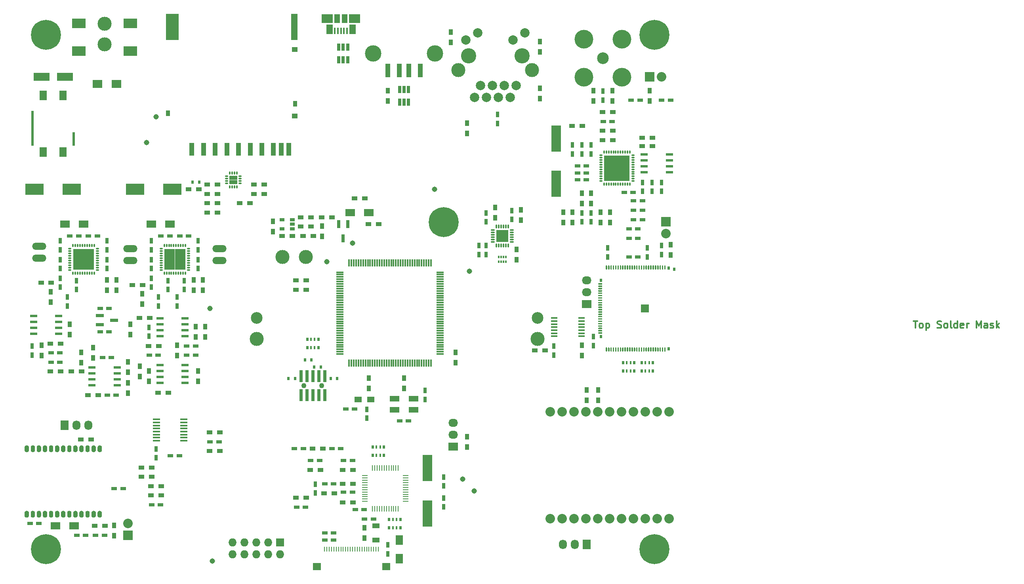
<source format=gbr>
G04 #@! TF.GenerationSoftware,KiCad,Pcbnew,no-vcs-found-7420~56~ubuntu16.04.1*
G04 #@! TF.CreationDate,2017-01-02T14:23:42+01:00*
G04 #@! TF.ProjectId,Mainboard,4D61696E626F6172642E6B696361645F,1.0*
G04 #@! TF.FileFunction,Soldermask,Top*
G04 #@! TF.FilePolarity,Negative*
%FSLAX46Y46*%
G04 Gerber Fmt 4.6, Leading zero omitted, Abs format (unit mm)*
G04 Created by KiCad (PCBNEW no-vcs-found-7420~56~ubuntu16.04.1) date Mon Jan  2 14:23:42 2017*
%MOMM*%
%LPD*%
G01*
G04 APERTURE LIST*
%ADD10C,0.100000*%
%ADD11C,0.300000*%
%ADD12R,1.200000X0.750000*%
%ADD13R,1.700000X1.500000*%
%ADD14R,0.250000X1.100000*%
%ADD15R,1.727200X1.727200*%
%ADD16O,1.727200X1.727200*%
%ADD17C,0.300000*%
%ADD18R,1.700000X1.700000*%
%ADD19R,0.550000X0.800000*%
%ADD20R,0.550000X0.660000*%
%ADD21R,0.500000X0.700000*%
%ADD22R,0.900000X1.200000*%
%ADD23R,2.000000X1.600000*%
%ADD24R,1.600000X1.000000*%
%ADD25R,1.200000X0.900000*%
%ADD26R,2.000000X1.700000*%
%ADD27R,1.500000X1.300000*%
%ADD28R,0.750000X1.200000*%
%ADD29R,2.800000X5.600000*%
%ADD30R,1.200000X1.000000*%
%ADD31R,1.350000X5.600000*%
%ADD32R,1.000000X2.800000*%
%ADD33C,2.500000*%
%ADD34C,3.000000*%
%ADD35R,1.550000X0.300000*%
%ADD36R,0.300000X1.550000*%
%ADD37R,1.300000X0.250000*%
%ADD38R,0.250000X1.300000*%
%ADD39R,0.500000X0.800000*%
%ADD40R,0.400000X0.800000*%
%ADD41O,2.032000X1.727200*%
%ADD42R,2.032000X1.727200*%
%ADD43R,2.100580X5.600700*%
%ADD44R,1.550000X0.600000*%
%ADD45C,0.900000*%
%ADD46C,2.000000*%
%ADD47C,3.250000*%
%ADD48R,0.800100X1.800860*%
%ADD49R,1.600000X2.000000*%
%ADD50R,4.000500X2.400300*%
%ADD51R,3.500120X1.800860*%
%ADD52R,0.600000X0.700000*%
%ADD53C,6.400000*%
%ADD54R,2.032000X2.032000*%
%ADD55O,2.032000X2.032000*%
%ADD56O,3.014980X1.506220*%
%ADD57R,3.000000X2.000000*%
%ADD58R,0.320000X0.500000*%
%ADD59C,2.032000*%
%ADD60R,1.450000X0.450000*%
%ADD61R,1.500000X0.450000*%
%ADD62R,0.600000X3.000000*%
%ADD63R,0.600000X7.500000*%
%ADD64R,1.580000X2.000000*%
%ADD65R,1.060000X0.650000*%
%ADD66R,0.900000X0.900000*%
%ADD67O,0.300000X0.750000*%
%ADD68O,0.750000X0.300000*%
%ADD69R,0.650000X1.560000*%
%ADD70R,2.000000X1.300000*%
%ADD71O,1.727200X2.032000*%
%ADD72R,1.727200X2.032000*%
%ADD73R,0.450000X1.380000*%
%ADD74R,1.475000X2.100000*%
%ADD75R,1.175000X1.900000*%
%ADD76R,2.375000X1.900000*%
%ADD77R,1.120000X2.880000*%
%ADD78C,3.500000*%
%ADD79C,1.100000*%
%ADD80R,0.650000X2.500000*%
%ADD81C,0.403333*%
%ADD82R,1.210000X1.210000*%
%ADD83R,2.620000X2.620000*%
%ADD84O,0.280000X0.900000*%
%ADD85O,0.900000X0.280000*%
%ADD86C,4.000000*%
%ADD87O,0.280000X0.800000*%
%ADD88O,0.800000X0.280000*%
%ADD89R,2.700000X2.700000*%
%ADD90C,0.800000*%
%ADD91R,2.250000X2.250000*%
%ADD92R,1.800860X0.800100*%
%ADD93C,1.143000*%
G04 APERTURE END LIST*
D10*
D11*
X290337857Y-166178571D02*
X291195000Y-166178571D01*
X290766428Y-167678571D02*
X290766428Y-166178571D01*
X291909285Y-167678571D02*
X291766428Y-167607142D01*
X291695000Y-167535714D01*
X291623571Y-167392857D01*
X291623571Y-166964285D01*
X291695000Y-166821428D01*
X291766428Y-166750000D01*
X291909285Y-166678571D01*
X292123571Y-166678571D01*
X292266428Y-166750000D01*
X292337857Y-166821428D01*
X292409285Y-166964285D01*
X292409285Y-167392857D01*
X292337857Y-167535714D01*
X292266428Y-167607142D01*
X292123571Y-167678571D01*
X291909285Y-167678571D01*
X293052142Y-166678571D02*
X293052142Y-168178571D01*
X293052142Y-166750000D02*
X293195000Y-166678571D01*
X293480714Y-166678571D01*
X293623571Y-166750000D01*
X293695000Y-166821428D01*
X293766428Y-166964285D01*
X293766428Y-167392857D01*
X293695000Y-167535714D01*
X293623571Y-167607142D01*
X293480714Y-167678571D01*
X293195000Y-167678571D01*
X293052142Y-167607142D01*
X295480714Y-167607142D02*
X295695000Y-167678571D01*
X296052142Y-167678571D01*
X296195000Y-167607142D01*
X296266428Y-167535714D01*
X296337857Y-167392857D01*
X296337857Y-167250000D01*
X296266428Y-167107142D01*
X296195000Y-167035714D01*
X296052142Y-166964285D01*
X295766428Y-166892857D01*
X295623571Y-166821428D01*
X295552142Y-166750000D01*
X295480714Y-166607142D01*
X295480714Y-166464285D01*
X295552142Y-166321428D01*
X295623571Y-166250000D01*
X295766428Y-166178571D01*
X296123571Y-166178571D01*
X296337857Y-166250000D01*
X297195000Y-167678571D02*
X297052142Y-167607142D01*
X296980714Y-167535714D01*
X296909285Y-167392857D01*
X296909285Y-166964285D01*
X296980714Y-166821428D01*
X297052142Y-166750000D01*
X297195000Y-166678571D01*
X297409285Y-166678571D01*
X297552142Y-166750000D01*
X297623571Y-166821428D01*
X297695000Y-166964285D01*
X297695000Y-167392857D01*
X297623571Y-167535714D01*
X297552142Y-167607142D01*
X297409285Y-167678571D01*
X297195000Y-167678571D01*
X298552142Y-167678571D02*
X298409285Y-167607142D01*
X298337857Y-167464285D01*
X298337857Y-166178571D01*
X299766428Y-167678571D02*
X299766428Y-166178571D01*
X299766428Y-167607142D02*
X299623571Y-167678571D01*
X299337857Y-167678571D01*
X299195000Y-167607142D01*
X299123571Y-167535714D01*
X299052142Y-167392857D01*
X299052142Y-166964285D01*
X299123571Y-166821428D01*
X299195000Y-166750000D01*
X299337857Y-166678571D01*
X299623571Y-166678571D01*
X299766428Y-166750000D01*
X301052142Y-167607142D02*
X300909285Y-167678571D01*
X300623571Y-167678571D01*
X300480714Y-167607142D01*
X300409285Y-167464285D01*
X300409285Y-166892857D01*
X300480714Y-166750000D01*
X300623571Y-166678571D01*
X300909285Y-166678571D01*
X301052142Y-166750000D01*
X301123571Y-166892857D01*
X301123571Y-167035714D01*
X300409285Y-167178571D01*
X301766428Y-167678571D02*
X301766428Y-166678571D01*
X301766428Y-166964285D02*
X301837857Y-166821428D01*
X301909285Y-166750000D01*
X302052142Y-166678571D01*
X302195000Y-166678571D01*
X303837857Y-167678571D02*
X303837857Y-166178571D01*
X304337857Y-167250000D01*
X304837857Y-166178571D01*
X304837857Y-167678571D01*
X306195000Y-167678571D02*
X306195000Y-166892857D01*
X306123571Y-166750000D01*
X305980714Y-166678571D01*
X305695000Y-166678571D01*
X305552142Y-166750000D01*
X306195000Y-167607142D02*
X306052142Y-167678571D01*
X305695000Y-167678571D01*
X305552142Y-167607142D01*
X305480714Y-167464285D01*
X305480714Y-167321428D01*
X305552142Y-167178571D01*
X305695000Y-167107142D01*
X306052142Y-167107142D01*
X306195000Y-167035714D01*
X306837857Y-167607142D02*
X306980714Y-167678571D01*
X307266428Y-167678571D01*
X307409285Y-167607142D01*
X307480714Y-167464285D01*
X307480714Y-167392857D01*
X307409285Y-167250000D01*
X307266428Y-167178571D01*
X307052142Y-167178571D01*
X306909285Y-167107142D01*
X306837857Y-166964285D01*
X306837857Y-166892857D01*
X306909285Y-166750000D01*
X307052142Y-166678571D01*
X307266428Y-166678571D01*
X307409285Y-166750000D01*
X308123571Y-167678571D02*
X308123571Y-166178571D01*
X308266428Y-167107142D02*
X308695000Y-167678571D01*
X308695000Y-166678571D02*
X308123571Y-167250000D01*
D12*
X164550000Y-211500000D03*
X166450000Y-211500000D03*
D13*
X177650000Y-218700000D03*
X162850000Y-218700000D03*
D14*
X176000000Y-215000000D03*
X175500000Y-215000000D03*
X175000000Y-215000000D03*
X174500000Y-215000000D03*
X174000000Y-215000000D03*
X173500000Y-215000000D03*
X173000000Y-215000000D03*
X172500000Y-215000000D03*
X172000000Y-215000000D03*
X171500000Y-215000000D03*
X171000000Y-215000000D03*
X170500000Y-215000000D03*
X170000000Y-215000000D03*
X169500000Y-215000000D03*
X169000000Y-215000000D03*
X168500000Y-215000000D03*
X168000000Y-215000000D03*
X167500000Y-215000000D03*
X167000000Y-215000000D03*
X166500000Y-215000000D03*
X166000000Y-215000000D03*
X165500000Y-215000000D03*
X165000000Y-215000000D03*
X164500000Y-215000000D03*
D15*
X155000000Y-213500000D03*
D16*
X155000000Y-216040000D03*
X152460000Y-213500000D03*
X152460000Y-216040000D03*
X149920000Y-213500000D03*
X149920000Y-216040000D03*
X147380000Y-213500000D03*
X147380000Y-216040000D03*
X144840000Y-213500000D03*
X144840000Y-216040000D03*
D10*
G36*
X224764704Y-171820722D02*
X224779265Y-171822882D01*
X224793544Y-171826459D01*
X224807404Y-171831418D01*
X224820711Y-171837712D01*
X224833337Y-171845280D01*
X224845160Y-171854048D01*
X224856067Y-171863934D01*
X224865953Y-171874841D01*
X224874721Y-171886664D01*
X224882289Y-171899290D01*
X224888583Y-171912597D01*
X224893542Y-171926457D01*
X224897119Y-171940736D01*
X224899279Y-171955297D01*
X224900001Y-171970000D01*
X224900001Y-172560000D01*
X224899279Y-172574703D01*
X224897119Y-172589264D01*
X224893542Y-172603543D01*
X224888583Y-172617403D01*
X224882289Y-172630710D01*
X224874721Y-172643336D01*
X224865953Y-172655159D01*
X224856067Y-172666066D01*
X224845160Y-172675952D01*
X224833337Y-172684720D01*
X224820711Y-172692288D01*
X224807404Y-172698582D01*
X224793544Y-172703541D01*
X224779265Y-172707118D01*
X224764704Y-172709278D01*
X224750001Y-172710000D01*
X224749999Y-172710000D01*
X224735296Y-172709278D01*
X224720735Y-172707118D01*
X224706456Y-172703541D01*
X224692596Y-172698582D01*
X224679289Y-172692288D01*
X224666663Y-172684720D01*
X224654840Y-172675952D01*
X224643933Y-172666066D01*
X224634047Y-172655159D01*
X224625279Y-172643336D01*
X224617711Y-172630710D01*
X224611417Y-172617403D01*
X224606458Y-172603543D01*
X224602881Y-172589264D01*
X224600721Y-172574703D01*
X224599999Y-172560000D01*
X224599999Y-171970000D01*
X224600721Y-171955297D01*
X224602881Y-171940736D01*
X224606458Y-171926457D01*
X224611417Y-171912597D01*
X224617711Y-171899290D01*
X224625279Y-171886664D01*
X224634047Y-171874841D01*
X224643933Y-171863934D01*
X224654840Y-171854048D01*
X224666663Y-171845280D01*
X224679289Y-171837712D01*
X224692596Y-171831418D01*
X224706456Y-171826459D01*
X224720735Y-171822882D01*
X224735296Y-171820722D01*
X224749999Y-171820000D01*
X224750001Y-171820000D01*
X224764704Y-171820722D01*
X224764704Y-171820722D01*
G37*
D17*
X224750000Y-172265000D03*
D10*
G36*
X225264704Y-171820722D02*
X225279265Y-171822882D01*
X225293544Y-171826459D01*
X225307404Y-171831418D01*
X225320711Y-171837712D01*
X225333337Y-171845280D01*
X225345160Y-171854048D01*
X225356067Y-171863934D01*
X225365953Y-171874841D01*
X225374721Y-171886664D01*
X225382289Y-171899290D01*
X225388583Y-171912597D01*
X225393542Y-171926457D01*
X225397119Y-171940736D01*
X225399279Y-171955297D01*
X225400001Y-171970000D01*
X225400001Y-172560000D01*
X225399279Y-172574703D01*
X225397119Y-172589264D01*
X225393542Y-172603543D01*
X225388583Y-172617403D01*
X225382289Y-172630710D01*
X225374721Y-172643336D01*
X225365953Y-172655159D01*
X225356067Y-172666066D01*
X225345160Y-172675952D01*
X225333337Y-172684720D01*
X225320711Y-172692288D01*
X225307404Y-172698582D01*
X225293544Y-172703541D01*
X225279265Y-172707118D01*
X225264704Y-172709278D01*
X225250001Y-172710000D01*
X225249999Y-172710000D01*
X225235296Y-172709278D01*
X225220735Y-172707118D01*
X225206456Y-172703541D01*
X225192596Y-172698582D01*
X225179289Y-172692288D01*
X225166663Y-172684720D01*
X225154840Y-172675952D01*
X225143933Y-172666066D01*
X225134047Y-172655159D01*
X225125279Y-172643336D01*
X225117711Y-172630710D01*
X225111417Y-172617403D01*
X225106458Y-172603543D01*
X225102881Y-172589264D01*
X225100721Y-172574703D01*
X225099999Y-172560000D01*
X225099999Y-171970000D01*
X225100721Y-171955297D01*
X225102881Y-171940736D01*
X225106458Y-171926457D01*
X225111417Y-171912597D01*
X225117711Y-171899290D01*
X225125279Y-171886664D01*
X225134047Y-171874841D01*
X225143933Y-171863934D01*
X225154840Y-171854048D01*
X225166663Y-171845280D01*
X225179289Y-171837712D01*
X225192596Y-171831418D01*
X225206456Y-171826459D01*
X225220735Y-171822882D01*
X225235296Y-171820722D01*
X225249999Y-171820000D01*
X225250001Y-171820000D01*
X225264704Y-171820722D01*
X225264704Y-171820722D01*
G37*
D17*
X225250000Y-172265000D03*
D10*
G36*
X225764704Y-171820722D02*
X225779265Y-171822882D01*
X225793544Y-171826459D01*
X225807404Y-171831418D01*
X225820711Y-171837712D01*
X225833337Y-171845280D01*
X225845160Y-171854048D01*
X225856067Y-171863934D01*
X225865953Y-171874841D01*
X225874721Y-171886664D01*
X225882289Y-171899290D01*
X225888583Y-171912597D01*
X225893542Y-171926457D01*
X225897119Y-171940736D01*
X225899279Y-171955297D01*
X225900001Y-171970000D01*
X225900001Y-172560000D01*
X225899279Y-172574703D01*
X225897119Y-172589264D01*
X225893542Y-172603543D01*
X225888583Y-172617403D01*
X225882289Y-172630710D01*
X225874721Y-172643336D01*
X225865953Y-172655159D01*
X225856067Y-172666066D01*
X225845160Y-172675952D01*
X225833337Y-172684720D01*
X225820711Y-172692288D01*
X225807404Y-172698582D01*
X225793544Y-172703541D01*
X225779265Y-172707118D01*
X225764704Y-172709278D01*
X225750001Y-172710000D01*
X225749999Y-172710000D01*
X225735296Y-172709278D01*
X225720735Y-172707118D01*
X225706456Y-172703541D01*
X225692596Y-172698582D01*
X225679289Y-172692288D01*
X225666663Y-172684720D01*
X225654840Y-172675952D01*
X225643933Y-172666066D01*
X225634047Y-172655159D01*
X225625279Y-172643336D01*
X225617711Y-172630710D01*
X225611417Y-172617403D01*
X225606458Y-172603543D01*
X225602881Y-172589264D01*
X225600721Y-172574703D01*
X225599999Y-172560000D01*
X225599999Y-171970000D01*
X225600721Y-171955297D01*
X225602881Y-171940736D01*
X225606458Y-171926457D01*
X225611417Y-171912597D01*
X225617711Y-171899290D01*
X225625279Y-171886664D01*
X225634047Y-171874841D01*
X225643933Y-171863934D01*
X225654840Y-171854048D01*
X225666663Y-171845280D01*
X225679289Y-171837712D01*
X225692596Y-171831418D01*
X225706456Y-171826459D01*
X225720735Y-171822882D01*
X225735296Y-171820722D01*
X225749999Y-171820000D01*
X225750001Y-171820000D01*
X225764704Y-171820722D01*
X225764704Y-171820722D01*
G37*
D17*
X225750000Y-172265000D03*
D10*
G36*
X226264704Y-171820722D02*
X226279265Y-171822882D01*
X226293544Y-171826459D01*
X226307404Y-171831418D01*
X226320711Y-171837712D01*
X226333337Y-171845280D01*
X226345160Y-171854048D01*
X226356067Y-171863934D01*
X226365953Y-171874841D01*
X226374721Y-171886664D01*
X226382289Y-171899290D01*
X226388583Y-171912597D01*
X226393542Y-171926457D01*
X226397119Y-171940736D01*
X226399279Y-171955297D01*
X226400001Y-171970000D01*
X226400001Y-172560000D01*
X226399279Y-172574703D01*
X226397119Y-172589264D01*
X226393542Y-172603543D01*
X226388583Y-172617403D01*
X226382289Y-172630710D01*
X226374721Y-172643336D01*
X226365953Y-172655159D01*
X226356067Y-172666066D01*
X226345160Y-172675952D01*
X226333337Y-172684720D01*
X226320711Y-172692288D01*
X226307404Y-172698582D01*
X226293544Y-172703541D01*
X226279265Y-172707118D01*
X226264704Y-172709278D01*
X226250001Y-172710000D01*
X226249999Y-172710000D01*
X226235296Y-172709278D01*
X226220735Y-172707118D01*
X226206456Y-172703541D01*
X226192596Y-172698582D01*
X226179289Y-172692288D01*
X226166663Y-172684720D01*
X226154840Y-172675952D01*
X226143933Y-172666066D01*
X226134047Y-172655159D01*
X226125279Y-172643336D01*
X226117711Y-172630710D01*
X226111417Y-172617403D01*
X226106458Y-172603543D01*
X226102881Y-172589264D01*
X226100721Y-172574703D01*
X226099999Y-172560000D01*
X226099999Y-171970000D01*
X226100721Y-171955297D01*
X226102881Y-171940736D01*
X226106458Y-171926457D01*
X226111417Y-171912597D01*
X226117711Y-171899290D01*
X226125279Y-171886664D01*
X226134047Y-171874841D01*
X226143933Y-171863934D01*
X226154840Y-171854048D01*
X226166663Y-171845280D01*
X226179289Y-171837712D01*
X226192596Y-171831418D01*
X226206456Y-171826459D01*
X226220735Y-171822882D01*
X226235296Y-171820722D01*
X226249999Y-171820000D01*
X226250001Y-171820000D01*
X226264704Y-171820722D01*
X226264704Y-171820722D01*
G37*
D17*
X226250000Y-172265000D03*
D10*
G36*
X226764704Y-171820722D02*
X226779265Y-171822882D01*
X226793544Y-171826459D01*
X226807404Y-171831418D01*
X226820711Y-171837712D01*
X226833337Y-171845280D01*
X226845160Y-171854048D01*
X226856067Y-171863934D01*
X226865953Y-171874841D01*
X226874721Y-171886664D01*
X226882289Y-171899290D01*
X226888583Y-171912597D01*
X226893542Y-171926457D01*
X226897119Y-171940736D01*
X226899279Y-171955297D01*
X226900001Y-171970000D01*
X226900001Y-172560000D01*
X226899279Y-172574703D01*
X226897119Y-172589264D01*
X226893542Y-172603543D01*
X226888583Y-172617403D01*
X226882289Y-172630710D01*
X226874721Y-172643336D01*
X226865953Y-172655159D01*
X226856067Y-172666066D01*
X226845160Y-172675952D01*
X226833337Y-172684720D01*
X226820711Y-172692288D01*
X226807404Y-172698582D01*
X226793544Y-172703541D01*
X226779265Y-172707118D01*
X226764704Y-172709278D01*
X226750001Y-172710000D01*
X226749999Y-172710000D01*
X226735296Y-172709278D01*
X226720735Y-172707118D01*
X226706456Y-172703541D01*
X226692596Y-172698582D01*
X226679289Y-172692288D01*
X226666663Y-172684720D01*
X226654840Y-172675952D01*
X226643933Y-172666066D01*
X226634047Y-172655159D01*
X226625279Y-172643336D01*
X226617711Y-172630710D01*
X226611417Y-172617403D01*
X226606458Y-172603543D01*
X226602881Y-172589264D01*
X226600721Y-172574703D01*
X226599999Y-172560000D01*
X226599999Y-171970000D01*
X226600721Y-171955297D01*
X226602881Y-171940736D01*
X226606458Y-171926457D01*
X226611417Y-171912597D01*
X226617711Y-171899290D01*
X226625279Y-171886664D01*
X226634047Y-171874841D01*
X226643933Y-171863934D01*
X226654840Y-171854048D01*
X226666663Y-171845280D01*
X226679289Y-171837712D01*
X226692596Y-171831418D01*
X226706456Y-171826459D01*
X226720735Y-171822882D01*
X226735296Y-171820722D01*
X226749999Y-171820000D01*
X226750001Y-171820000D01*
X226764704Y-171820722D01*
X226764704Y-171820722D01*
G37*
D17*
X226750000Y-172265000D03*
D10*
G36*
X227264704Y-171820722D02*
X227279265Y-171822882D01*
X227293544Y-171826459D01*
X227307404Y-171831418D01*
X227320711Y-171837712D01*
X227333337Y-171845280D01*
X227345160Y-171854048D01*
X227356067Y-171863934D01*
X227365953Y-171874841D01*
X227374721Y-171886664D01*
X227382289Y-171899290D01*
X227388583Y-171912597D01*
X227393542Y-171926457D01*
X227397119Y-171940736D01*
X227399279Y-171955297D01*
X227400001Y-171970000D01*
X227400001Y-172560000D01*
X227399279Y-172574703D01*
X227397119Y-172589264D01*
X227393542Y-172603543D01*
X227388583Y-172617403D01*
X227382289Y-172630710D01*
X227374721Y-172643336D01*
X227365953Y-172655159D01*
X227356067Y-172666066D01*
X227345160Y-172675952D01*
X227333337Y-172684720D01*
X227320711Y-172692288D01*
X227307404Y-172698582D01*
X227293544Y-172703541D01*
X227279265Y-172707118D01*
X227264704Y-172709278D01*
X227250001Y-172710000D01*
X227249999Y-172710000D01*
X227235296Y-172709278D01*
X227220735Y-172707118D01*
X227206456Y-172703541D01*
X227192596Y-172698582D01*
X227179289Y-172692288D01*
X227166663Y-172684720D01*
X227154840Y-172675952D01*
X227143933Y-172666066D01*
X227134047Y-172655159D01*
X227125279Y-172643336D01*
X227117711Y-172630710D01*
X227111417Y-172617403D01*
X227106458Y-172603543D01*
X227102881Y-172589264D01*
X227100721Y-172574703D01*
X227099999Y-172560000D01*
X227099999Y-171970000D01*
X227100721Y-171955297D01*
X227102881Y-171940736D01*
X227106458Y-171926457D01*
X227111417Y-171912597D01*
X227117711Y-171899290D01*
X227125279Y-171886664D01*
X227134047Y-171874841D01*
X227143933Y-171863934D01*
X227154840Y-171854048D01*
X227166663Y-171845280D01*
X227179289Y-171837712D01*
X227192596Y-171831418D01*
X227206456Y-171826459D01*
X227220735Y-171822882D01*
X227235296Y-171820722D01*
X227249999Y-171820000D01*
X227250001Y-171820000D01*
X227264704Y-171820722D01*
X227264704Y-171820722D01*
G37*
D17*
X227250000Y-172265000D03*
D10*
G36*
X227764704Y-171820722D02*
X227779265Y-171822882D01*
X227793544Y-171826459D01*
X227807404Y-171831418D01*
X227820711Y-171837712D01*
X227833337Y-171845280D01*
X227845160Y-171854048D01*
X227856067Y-171863934D01*
X227865953Y-171874841D01*
X227874721Y-171886664D01*
X227882289Y-171899290D01*
X227888583Y-171912597D01*
X227893542Y-171926457D01*
X227897119Y-171940736D01*
X227899279Y-171955297D01*
X227900001Y-171970000D01*
X227900001Y-172560000D01*
X227899279Y-172574703D01*
X227897119Y-172589264D01*
X227893542Y-172603543D01*
X227888583Y-172617403D01*
X227882289Y-172630710D01*
X227874721Y-172643336D01*
X227865953Y-172655159D01*
X227856067Y-172666066D01*
X227845160Y-172675952D01*
X227833337Y-172684720D01*
X227820711Y-172692288D01*
X227807404Y-172698582D01*
X227793544Y-172703541D01*
X227779265Y-172707118D01*
X227764704Y-172709278D01*
X227750001Y-172710000D01*
X227749999Y-172710000D01*
X227735296Y-172709278D01*
X227720735Y-172707118D01*
X227706456Y-172703541D01*
X227692596Y-172698582D01*
X227679289Y-172692288D01*
X227666663Y-172684720D01*
X227654840Y-172675952D01*
X227643933Y-172666066D01*
X227634047Y-172655159D01*
X227625279Y-172643336D01*
X227617711Y-172630710D01*
X227611417Y-172617403D01*
X227606458Y-172603543D01*
X227602881Y-172589264D01*
X227600721Y-172574703D01*
X227599999Y-172560000D01*
X227599999Y-171970000D01*
X227600721Y-171955297D01*
X227602881Y-171940736D01*
X227606458Y-171926457D01*
X227611417Y-171912597D01*
X227617711Y-171899290D01*
X227625279Y-171886664D01*
X227634047Y-171874841D01*
X227643933Y-171863934D01*
X227654840Y-171854048D01*
X227666663Y-171845280D01*
X227679289Y-171837712D01*
X227692596Y-171831418D01*
X227706456Y-171826459D01*
X227720735Y-171822882D01*
X227735296Y-171820722D01*
X227749999Y-171820000D01*
X227750001Y-171820000D01*
X227764704Y-171820722D01*
X227764704Y-171820722D01*
G37*
D17*
X227750000Y-172265000D03*
D10*
G36*
X228264704Y-171820722D02*
X228279265Y-171822882D01*
X228293544Y-171826459D01*
X228307404Y-171831418D01*
X228320711Y-171837712D01*
X228333337Y-171845280D01*
X228345160Y-171854048D01*
X228356067Y-171863934D01*
X228365953Y-171874841D01*
X228374721Y-171886664D01*
X228382289Y-171899290D01*
X228388583Y-171912597D01*
X228393542Y-171926457D01*
X228397119Y-171940736D01*
X228399279Y-171955297D01*
X228400001Y-171970000D01*
X228400001Y-172560000D01*
X228399279Y-172574703D01*
X228397119Y-172589264D01*
X228393542Y-172603543D01*
X228388583Y-172617403D01*
X228382289Y-172630710D01*
X228374721Y-172643336D01*
X228365953Y-172655159D01*
X228356067Y-172666066D01*
X228345160Y-172675952D01*
X228333337Y-172684720D01*
X228320711Y-172692288D01*
X228307404Y-172698582D01*
X228293544Y-172703541D01*
X228279265Y-172707118D01*
X228264704Y-172709278D01*
X228250001Y-172710000D01*
X228249999Y-172710000D01*
X228235296Y-172709278D01*
X228220735Y-172707118D01*
X228206456Y-172703541D01*
X228192596Y-172698582D01*
X228179289Y-172692288D01*
X228166663Y-172684720D01*
X228154840Y-172675952D01*
X228143933Y-172666066D01*
X228134047Y-172655159D01*
X228125279Y-172643336D01*
X228117711Y-172630710D01*
X228111417Y-172617403D01*
X228106458Y-172603543D01*
X228102881Y-172589264D01*
X228100721Y-172574703D01*
X228099999Y-172560000D01*
X228099999Y-171970000D01*
X228100721Y-171955297D01*
X228102881Y-171940736D01*
X228106458Y-171926457D01*
X228111417Y-171912597D01*
X228117711Y-171899290D01*
X228125279Y-171886664D01*
X228134047Y-171874841D01*
X228143933Y-171863934D01*
X228154840Y-171854048D01*
X228166663Y-171845280D01*
X228179289Y-171837712D01*
X228192596Y-171831418D01*
X228206456Y-171826459D01*
X228220735Y-171822882D01*
X228235296Y-171820722D01*
X228249999Y-171820000D01*
X228250001Y-171820000D01*
X228264704Y-171820722D01*
X228264704Y-171820722D01*
G37*
D17*
X228250000Y-172265000D03*
D10*
G36*
X228764704Y-171820722D02*
X228779265Y-171822882D01*
X228793544Y-171826459D01*
X228807404Y-171831418D01*
X228820711Y-171837712D01*
X228833337Y-171845280D01*
X228845160Y-171854048D01*
X228856067Y-171863934D01*
X228865953Y-171874841D01*
X228874721Y-171886664D01*
X228882289Y-171899290D01*
X228888583Y-171912597D01*
X228893542Y-171926457D01*
X228897119Y-171940736D01*
X228899279Y-171955297D01*
X228900001Y-171970000D01*
X228900001Y-172560000D01*
X228899279Y-172574703D01*
X228897119Y-172589264D01*
X228893542Y-172603543D01*
X228888583Y-172617403D01*
X228882289Y-172630710D01*
X228874721Y-172643336D01*
X228865953Y-172655159D01*
X228856067Y-172666066D01*
X228845160Y-172675952D01*
X228833337Y-172684720D01*
X228820711Y-172692288D01*
X228807404Y-172698582D01*
X228793544Y-172703541D01*
X228779265Y-172707118D01*
X228764704Y-172709278D01*
X228750001Y-172710000D01*
X228749999Y-172710000D01*
X228735296Y-172709278D01*
X228720735Y-172707118D01*
X228706456Y-172703541D01*
X228692596Y-172698582D01*
X228679289Y-172692288D01*
X228666663Y-172684720D01*
X228654840Y-172675952D01*
X228643933Y-172666066D01*
X228634047Y-172655159D01*
X228625279Y-172643336D01*
X228617711Y-172630710D01*
X228611417Y-172617403D01*
X228606458Y-172603543D01*
X228602881Y-172589264D01*
X228600721Y-172574703D01*
X228599999Y-172560000D01*
X228599999Y-171970000D01*
X228600721Y-171955297D01*
X228602881Y-171940736D01*
X228606458Y-171926457D01*
X228611417Y-171912597D01*
X228617711Y-171899290D01*
X228625279Y-171886664D01*
X228634047Y-171874841D01*
X228643933Y-171863934D01*
X228654840Y-171854048D01*
X228666663Y-171845280D01*
X228679289Y-171837712D01*
X228692596Y-171831418D01*
X228706456Y-171826459D01*
X228720735Y-171822882D01*
X228735296Y-171820722D01*
X228749999Y-171820000D01*
X228750001Y-171820000D01*
X228764704Y-171820722D01*
X228764704Y-171820722D01*
G37*
D17*
X228750000Y-172265000D03*
D10*
G36*
X229264704Y-171820722D02*
X229279265Y-171822882D01*
X229293544Y-171826459D01*
X229307404Y-171831418D01*
X229320711Y-171837712D01*
X229333337Y-171845280D01*
X229345160Y-171854048D01*
X229356067Y-171863934D01*
X229365953Y-171874841D01*
X229374721Y-171886664D01*
X229382289Y-171899290D01*
X229388583Y-171912597D01*
X229393542Y-171926457D01*
X229397119Y-171940736D01*
X229399279Y-171955297D01*
X229400001Y-171970000D01*
X229400001Y-172560000D01*
X229399279Y-172574703D01*
X229397119Y-172589264D01*
X229393542Y-172603543D01*
X229388583Y-172617403D01*
X229382289Y-172630710D01*
X229374721Y-172643336D01*
X229365953Y-172655159D01*
X229356067Y-172666066D01*
X229345160Y-172675952D01*
X229333337Y-172684720D01*
X229320711Y-172692288D01*
X229307404Y-172698582D01*
X229293544Y-172703541D01*
X229279265Y-172707118D01*
X229264704Y-172709278D01*
X229250001Y-172710000D01*
X229249999Y-172710000D01*
X229235296Y-172709278D01*
X229220735Y-172707118D01*
X229206456Y-172703541D01*
X229192596Y-172698582D01*
X229179289Y-172692288D01*
X229166663Y-172684720D01*
X229154840Y-172675952D01*
X229143933Y-172666066D01*
X229134047Y-172655159D01*
X229125279Y-172643336D01*
X229117711Y-172630710D01*
X229111417Y-172617403D01*
X229106458Y-172603543D01*
X229102881Y-172589264D01*
X229100721Y-172574703D01*
X229099999Y-172560000D01*
X229099999Y-171970000D01*
X229100721Y-171955297D01*
X229102881Y-171940736D01*
X229106458Y-171926457D01*
X229111417Y-171912597D01*
X229117711Y-171899290D01*
X229125279Y-171886664D01*
X229134047Y-171874841D01*
X229143933Y-171863934D01*
X229154840Y-171854048D01*
X229166663Y-171845280D01*
X229179289Y-171837712D01*
X229192596Y-171831418D01*
X229206456Y-171826459D01*
X229220735Y-171822882D01*
X229235296Y-171820722D01*
X229249999Y-171820000D01*
X229250001Y-171820000D01*
X229264704Y-171820722D01*
X229264704Y-171820722D01*
G37*
D17*
X229250000Y-172265000D03*
D10*
G36*
X229764704Y-171820722D02*
X229779265Y-171822882D01*
X229793544Y-171826459D01*
X229807404Y-171831418D01*
X229820711Y-171837712D01*
X229833337Y-171845280D01*
X229845160Y-171854048D01*
X229856067Y-171863934D01*
X229865953Y-171874841D01*
X229874721Y-171886664D01*
X229882289Y-171899290D01*
X229888583Y-171912597D01*
X229893542Y-171926457D01*
X229897119Y-171940736D01*
X229899279Y-171955297D01*
X229900001Y-171970000D01*
X229900001Y-172560000D01*
X229899279Y-172574703D01*
X229897119Y-172589264D01*
X229893542Y-172603543D01*
X229888583Y-172617403D01*
X229882289Y-172630710D01*
X229874721Y-172643336D01*
X229865953Y-172655159D01*
X229856067Y-172666066D01*
X229845160Y-172675952D01*
X229833337Y-172684720D01*
X229820711Y-172692288D01*
X229807404Y-172698582D01*
X229793544Y-172703541D01*
X229779265Y-172707118D01*
X229764704Y-172709278D01*
X229750001Y-172710000D01*
X229749999Y-172710000D01*
X229735296Y-172709278D01*
X229720735Y-172707118D01*
X229706456Y-172703541D01*
X229692596Y-172698582D01*
X229679289Y-172692288D01*
X229666663Y-172684720D01*
X229654840Y-172675952D01*
X229643933Y-172666066D01*
X229634047Y-172655159D01*
X229625279Y-172643336D01*
X229617711Y-172630710D01*
X229611417Y-172617403D01*
X229606458Y-172603543D01*
X229602881Y-172589264D01*
X229600721Y-172574703D01*
X229599999Y-172560000D01*
X229599999Y-171970000D01*
X229600721Y-171955297D01*
X229602881Y-171940736D01*
X229606458Y-171926457D01*
X229611417Y-171912597D01*
X229617711Y-171899290D01*
X229625279Y-171886664D01*
X229634047Y-171874841D01*
X229643933Y-171863934D01*
X229654840Y-171854048D01*
X229666663Y-171845280D01*
X229679289Y-171837712D01*
X229692596Y-171831418D01*
X229706456Y-171826459D01*
X229720735Y-171822882D01*
X229735296Y-171820722D01*
X229749999Y-171820000D01*
X229750001Y-171820000D01*
X229764704Y-171820722D01*
X229764704Y-171820722D01*
G37*
D17*
X229750000Y-172265000D03*
D10*
G36*
X230264704Y-171820722D02*
X230279265Y-171822882D01*
X230293544Y-171826459D01*
X230307404Y-171831418D01*
X230320711Y-171837712D01*
X230333337Y-171845280D01*
X230345160Y-171854048D01*
X230356067Y-171863934D01*
X230365953Y-171874841D01*
X230374721Y-171886664D01*
X230382289Y-171899290D01*
X230388583Y-171912597D01*
X230393542Y-171926457D01*
X230397119Y-171940736D01*
X230399279Y-171955297D01*
X230400001Y-171970000D01*
X230400001Y-172560000D01*
X230399279Y-172574703D01*
X230397119Y-172589264D01*
X230393542Y-172603543D01*
X230388583Y-172617403D01*
X230382289Y-172630710D01*
X230374721Y-172643336D01*
X230365953Y-172655159D01*
X230356067Y-172666066D01*
X230345160Y-172675952D01*
X230333337Y-172684720D01*
X230320711Y-172692288D01*
X230307404Y-172698582D01*
X230293544Y-172703541D01*
X230279265Y-172707118D01*
X230264704Y-172709278D01*
X230250001Y-172710000D01*
X230249999Y-172710000D01*
X230235296Y-172709278D01*
X230220735Y-172707118D01*
X230206456Y-172703541D01*
X230192596Y-172698582D01*
X230179289Y-172692288D01*
X230166663Y-172684720D01*
X230154840Y-172675952D01*
X230143933Y-172666066D01*
X230134047Y-172655159D01*
X230125279Y-172643336D01*
X230117711Y-172630710D01*
X230111417Y-172617403D01*
X230106458Y-172603543D01*
X230102881Y-172589264D01*
X230100721Y-172574703D01*
X230099999Y-172560000D01*
X230099999Y-171970000D01*
X230100721Y-171955297D01*
X230102881Y-171940736D01*
X230106458Y-171926457D01*
X230111417Y-171912597D01*
X230117711Y-171899290D01*
X230125279Y-171886664D01*
X230134047Y-171874841D01*
X230143933Y-171863934D01*
X230154840Y-171854048D01*
X230166663Y-171845280D01*
X230179289Y-171837712D01*
X230192596Y-171831418D01*
X230206456Y-171826459D01*
X230220735Y-171822882D01*
X230235296Y-171820722D01*
X230249999Y-171820000D01*
X230250001Y-171820000D01*
X230264704Y-171820722D01*
X230264704Y-171820722D01*
G37*
D17*
X230250000Y-172265000D03*
D10*
G36*
X230764704Y-171820722D02*
X230779265Y-171822882D01*
X230793544Y-171826459D01*
X230807404Y-171831418D01*
X230820711Y-171837712D01*
X230833337Y-171845280D01*
X230845160Y-171854048D01*
X230856067Y-171863934D01*
X230865953Y-171874841D01*
X230874721Y-171886664D01*
X230882289Y-171899290D01*
X230888583Y-171912597D01*
X230893542Y-171926457D01*
X230897119Y-171940736D01*
X230899279Y-171955297D01*
X230900001Y-171970000D01*
X230900001Y-172560000D01*
X230899279Y-172574703D01*
X230897119Y-172589264D01*
X230893542Y-172603543D01*
X230888583Y-172617403D01*
X230882289Y-172630710D01*
X230874721Y-172643336D01*
X230865953Y-172655159D01*
X230856067Y-172666066D01*
X230845160Y-172675952D01*
X230833337Y-172684720D01*
X230820711Y-172692288D01*
X230807404Y-172698582D01*
X230793544Y-172703541D01*
X230779265Y-172707118D01*
X230764704Y-172709278D01*
X230750001Y-172710000D01*
X230749999Y-172710000D01*
X230735296Y-172709278D01*
X230720735Y-172707118D01*
X230706456Y-172703541D01*
X230692596Y-172698582D01*
X230679289Y-172692288D01*
X230666663Y-172684720D01*
X230654840Y-172675952D01*
X230643933Y-172666066D01*
X230634047Y-172655159D01*
X230625279Y-172643336D01*
X230617711Y-172630710D01*
X230611417Y-172617403D01*
X230606458Y-172603543D01*
X230602881Y-172589264D01*
X230600721Y-172574703D01*
X230599999Y-172560000D01*
X230599999Y-171970000D01*
X230600721Y-171955297D01*
X230602881Y-171940736D01*
X230606458Y-171926457D01*
X230611417Y-171912597D01*
X230617711Y-171899290D01*
X230625279Y-171886664D01*
X230634047Y-171874841D01*
X230643933Y-171863934D01*
X230654840Y-171854048D01*
X230666663Y-171845280D01*
X230679289Y-171837712D01*
X230692596Y-171831418D01*
X230706456Y-171826459D01*
X230720735Y-171822882D01*
X230735296Y-171820722D01*
X230749999Y-171820000D01*
X230750001Y-171820000D01*
X230764704Y-171820722D01*
X230764704Y-171820722D01*
G37*
D17*
X230750000Y-172265000D03*
D10*
G36*
X231264704Y-171820722D02*
X231279265Y-171822882D01*
X231293544Y-171826459D01*
X231307404Y-171831418D01*
X231320711Y-171837712D01*
X231333337Y-171845280D01*
X231345160Y-171854048D01*
X231356067Y-171863934D01*
X231365953Y-171874841D01*
X231374721Y-171886664D01*
X231382289Y-171899290D01*
X231388583Y-171912597D01*
X231393542Y-171926457D01*
X231397119Y-171940736D01*
X231399279Y-171955297D01*
X231400001Y-171970000D01*
X231400001Y-172560000D01*
X231399279Y-172574703D01*
X231397119Y-172589264D01*
X231393542Y-172603543D01*
X231388583Y-172617403D01*
X231382289Y-172630710D01*
X231374721Y-172643336D01*
X231365953Y-172655159D01*
X231356067Y-172666066D01*
X231345160Y-172675952D01*
X231333337Y-172684720D01*
X231320711Y-172692288D01*
X231307404Y-172698582D01*
X231293544Y-172703541D01*
X231279265Y-172707118D01*
X231264704Y-172709278D01*
X231250001Y-172710000D01*
X231249999Y-172710000D01*
X231235296Y-172709278D01*
X231220735Y-172707118D01*
X231206456Y-172703541D01*
X231192596Y-172698582D01*
X231179289Y-172692288D01*
X231166663Y-172684720D01*
X231154840Y-172675952D01*
X231143933Y-172666066D01*
X231134047Y-172655159D01*
X231125279Y-172643336D01*
X231117711Y-172630710D01*
X231111417Y-172617403D01*
X231106458Y-172603543D01*
X231102881Y-172589264D01*
X231100721Y-172574703D01*
X231099999Y-172560000D01*
X231099999Y-171970000D01*
X231100721Y-171955297D01*
X231102881Y-171940736D01*
X231106458Y-171926457D01*
X231111417Y-171912597D01*
X231117711Y-171899290D01*
X231125279Y-171886664D01*
X231134047Y-171874841D01*
X231143933Y-171863934D01*
X231154840Y-171854048D01*
X231166663Y-171845280D01*
X231179289Y-171837712D01*
X231192596Y-171831418D01*
X231206456Y-171826459D01*
X231220735Y-171822882D01*
X231235296Y-171820722D01*
X231249999Y-171820000D01*
X231250001Y-171820000D01*
X231264704Y-171820722D01*
X231264704Y-171820722D01*
G37*
D17*
X231250000Y-172265000D03*
D10*
G36*
X231764704Y-171820722D02*
X231779265Y-171822882D01*
X231793544Y-171826459D01*
X231807404Y-171831418D01*
X231820711Y-171837712D01*
X231833337Y-171845280D01*
X231845160Y-171854048D01*
X231856067Y-171863934D01*
X231865953Y-171874841D01*
X231874721Y-171886664D01*
X231882289Y-171899290D01*
X231888583Y-171912597D01*
X231893542Y-171926457D01*
X231897119Y-171940736D01*
X231899279Y-171955297D01*
X231900001Y-171970000D01*
X231900001Y-172560000D01*
X231899279Y-172574703D01*
X231897119Y-172589264D01*
X231893542Y-172603543D01*
X231888583Y-172617403D01*
X231882289Y-172630710D01*
X231874721Y-172643336D01*
X231865953Y-172655159D01*
X231856067Y-172666066D01*
X231845160Y-172675952D01*
X231833337Y-172684720D01*
X231820711Y-172692288D01*
X231807404Y-172698582D01*
X231793544Y-172703541D01*
X231779265Y-172707118D01*
X231764704Y-172709278D01*
X231750001Y-172710000D01*
X231749999Y-172710000D01*
X231735296Y-172709278D01*
X231720735Y-172707118D01*
X231706456Y-172703541D01*
X231692596Y-172698582D01*
X231679289Y-172692288D01*
X231666663Y-172684720D01*
X231654840Y-172675952D01*
X231643933Y-172666066D01*
X231634047Y-172655159D01*
X231625279Y-172643336D01*
X231617711Y-172630710D01*
X231611417Y-172617403D01*
X231606458Y-172603543D01*
X231602881Y-172589264D01*
X231600721Y-172574703D01*
X231599999Y-172560000D01*
X231599999Y-171970000D01*
X231600721Y-171955297D01*
X231602881Y-171940736D01*
X231606458Y-171926457D01*
X231611417Y-171912597D01*
X231617711Y-171899290D01*
X231625279Y-171886664D01*
X231634047Y-171874841D01*
X231643933Y-171863934D01*
X231654840Y-171854048D01*
X231666663Y-171845280D01*
X231679289Y-171837712D01*
X231692596Y-171831418D01*
X231706456Y-171826459D01*
X231720735Y-171822882D01*
X231735296Y-171820722D01*
X231749999Y-171820000D01*
X231750001Y-171820000D01*
X231764704Y-171820722D01*
X231764704Y-171820722D01*
G37*
D17*
X231750000Y-172265000D03*
D10*
G36*
X232264704Y-171820722D02*
X232279265Y-171822882D01*
X232293544Y-171826459D01*
X232307404Y-171831418D01*
X232320711Y-171837712D01*
X232333337Y-171845280D01*
X232345160Y-171854048D01*
X232356067Y-171863934D01*
X232365953Y-171874841D01*
X232374721Y-171886664D01*
X232382289Y-171899290D01*
X232388583Y-171912597D01*
X232393542Y-171926457D01*
X232397119Y-171940736D01*
X232399279Y-171955297D01*
X232400001Y-171970000D01*
X232400001Y-172560000D01*
X232399279Y-172574703D01*
X232397119Y-172589264D01*
X232393542Y-172603543D01*
X232388583Y-172617403D01*
X232382289Y-172630710D01*
X232374721Y-172643336D01*
X232365953Y-172655159D01*
X232356067Y-172666066D01*
X232345160Y-172675952D01*
X232333337Y-172684720D01*
X232320711Y-172692288D01*
X232307404Y-172698582D01*
X232293544Y-172703541D01*
X232279265Y-172707118D01*
X232264704Y-172709278D01*
X232250001Y-172710000D01*
X232249999Y-172710000D01*
X232235296Y-172709278D01*
X232220735Y-172707118D01*
X232206456Y-172703541D01*
X232192596Y-172698582D01*
X232179289Y-172692288D01*
X232166663Y-172684720D01*
X232154840Y-172675952D01*
X232143933Y-172666066D01*
X232134047Y-172655159D01*
X232125279Y-172643336D01*
X232117711Y-172630710D01*
X232111417Y-172617403D01*
X232106458Y-172603543D01*
X232102881Y-172589264D01*
X232100721Y-172574703D01*
X232099999Y-172560000D01*
X232099999Y-171970000D01*
X232100721Y-171955297D01*
X232102881Y-171940736D01*
X232106458Y-171926457D01*
X232111417Y-171912597D01*
X232117711Y-171899290D01*
X232125279Y-171886664D01*
X232134047Y-171874841D01*
X232143933Y-171863934D01*
X232154840Y-171854048D01*
X232166663Y-171845280D01*
X232179289Y-171837712D01*
X232192596Y-171831418D01*
X232206456Y-171826459D01*
X232220735Y-171822882D01*
X232235296Y-171820722D01*
X232249999Y-171820000D01*
X232250001Y-171820000D01*
X232264704Y-171820722D01*
X232264704Y-171820722D01*
G37*
D17*
X232250000Y-172265000D03*
D10*
G36*
X232764704Y-171820722D02*
X232779265Y-171822882D01*
X232793544Y-171826459D01*
X232807404Y-171831418D01*
X232820711Y-171837712D01*
X232833337Y-171845280D01*
X232845160Y-171854048D01*
X232856067Y-171863934D01*
X232865953Y-171874841D01*
X232874721Y-171886664D01*
X232882289Y-171899290D01*
X232888583Y-171912597D01*
X232893542Y-171926457D01*
X232897119Y-171940736D01*
X232899279Y-171955297D01*
X232900001Y-171970000D01*
X232900001Y-172560000D01*
X232899279Y-172574703D01*
X232897119Y-172589264D01*
X232893542Y-172603543D01*
X232888583Y-172617403D01*
X232882289Y-172630710D01*
X232874721Y-172643336D01*
X232865953Y-172655159D01*
X232856067Y-172666066D01*
X232845160Y-172675952D01*
X232833337Y-172684720D01*
X232820711Y-172692288D01*
X232807404Y-172698582D01*
X232793544Y-172703541D01*
X232779265Y-172707118D01*
X232764704Y-172709278D01*
X232750001Y-172710000D01*
X232749999Y-172710000D01*
X232735296Y-172709278D01*
X232720735Y-172707118D01*
X232706456Y-172703541D01*
X232692596Y-172698582D01*
X232679289Y-172692288D01*
X232666663Y-172684720D01*
X232654840Y-172675952D01*
X232643933Y-172666066D01*
X232634047Y-172655159D01*
X232625279Y-172643336D01*
X232617711Y-172630710D01*
X232611417Y-172617403D01*
X232606458Y-172603543D01*
X232602881Y-172589264D01*
X232600721Y-172574703D01*
X232599999Y-172560000D01*
X232599999Y-171970000D01*
X232600721Y-171955297D01*
X232602881Y-171940736D01*
X232606458Y-171926457D01*
X232611417Y-171912597D01*
X232617711Y-171899290D01*
X232625279Y-171886664D01*
X232634047Y-171874841D01*
X232643933Y-171863934D01*
X232654840Y-171854048D01*
X232666663Y-171845280D01*
X232679289Y-171837712D01*
X232692596Y-171831418D01*
X232706456Y-171826459D01*
X232720735Y-171822882D01*
X232735296Y-171820722D01*
X232749999Y-171820000D01*
X232750001Y-171820000D01*
X232764704Y-171820722D01*
X232764704Y-171820722D01*
G37*
D17*
X232750000Y-172265000D03*
D10*
G36*
X233264704Y-171820722D02*
X233279265Y-171822882D01*
X233293544Y-171826459D01*
X233307404Y-171831418D01*
X233320711Y-171837712D01*
X233333337Y-171845280D01*
X233345160Y-171854048D01*
X233356067Y-171863934D01*
X233365953Y-171874841D01*
X233374721Y-171886664D01*
X233382289Y-171899290D01*
X233388583Y-171912597D01*
X233393542Y-171926457D01*
X233397119Y-171940736D01*
X233399279Y-171955297D01*
X233400001Y-171970000D01*
X233400001Y-172560000D01*
X233399279Y-172574703D01*
X233397119Y-172589264D01*
X233393542Y-172603543D01*
X233388583Y-172617403D01*
X233382289Y-172630710D01*
X233374721Y-172643336D01*
X233365953Y-172655159D01*
X233356067Y-172666066D01*
X233345160Y-172675952D01*
X233333337Y-172684720D01*
X233320711Y-172692288D01*
X233307404Y-172698582D01*
X233293544Y-172703541D01*
X233279265Y-172707118D01*
X233264704Y-172709278D01*
X233250001Y-172710000D01*
X233249999Y-172710000D01*
X233235296Y-172709278D01*
X233220735Y-172707118D01*
X233206456Y-172703541D01*
X233192596Y-172698582D01*
X233179289Y-172692288D01*
X233166663Y-172684720D01*
X233154840Y-172675952D01*
X233143933Y-172666066D01*
X233134047Y-172655159D01*
X233125279Y-172643336D01*
X233117711Y-172630710D01*
X233111417Y-172617403D01*
X233106458Y-172603543D01*
X233102881Y-172589264D01*
X233100721Y-172574703D01*
X233099999Y-172560000D01*
X233099999Y-171970000D01*
X233100721Y-171955297D01*
X233102881Y-171940736D01*
X233106458Y-171926457D01*
X233111417Y-171912597D01*
X233117711Y-171899290D01*
X233125279Y-171886664D01*
X233134047Y-171874841D01*
X233143933Y-171863934D01*
X233154840Y-171854048D01*
X233166663Y-171845280D01*
X233179289Y-171837712D01*
X233192596Y-171831418D01*
X233206456Y-171826459D01*
X233220735Y-171822882D01*
X233235296Y-171820722D01*
X233249999Y-171820000D01*
X233250001Y-171820000D01*
X233264704Y-171820722D01*
X233264704Y-171820722D01*
G37*
D17*
X233250000Y-172265000D03*
D10*
G36*
X233764704Y-171820722D02*
X233779265Y-171822882D01*
X233793544Y-171826459D01*
X233807404Y-171831418D01*
X233820711Y-171837712D01*
X233833337Y-171845280D01*
X233845160Y-171854048D01*
X233856067Y-171863934D01*
X233865953Y-171874841D01*
X233874721Y-171886664D01*
X233882289Y-171899290D01*
X233888583Y-171912597D01*
X233893542Y-171926457D01*
X233897119Y-171940736D01*
X233899279Y-171955297D01*
X233900001Y-171970000D01*
X233900001Y-172560000D01*
X233899279Y-172574703D01*
X233897119Y-172589264D01*
X233893542Y-172603543D01*
X233888583Y-172617403D01*
X233882289Y-172630710D01*
X233874721Y-172643336D01*
X233865953Y-172655159D01*
X233856067Y-172666066D01*
X233845160Y-172675952D01*
X233833337Y-172684720D01*
X233820711Y-172692288D01*
X233807404Y-172698582D01*
X233793544Y-172703541D01*
X233779265Y-172707118D01*
X233764704Y-172709278D01*
X233750001Y-172710000D01*
X233749999Y-172710000D01*
X233735296Y-172709278D01*
X233720735Y-172707118D01*
X233706456Y-172703541D01*
X233692596Y-172698582D01*
X233679289Y-172692288D01*
X233666663Y-172684720D01*
X233654840Y-172675952D01*
X233643933Y-172666066D01*
X233634047Y-172655159D01*
X233625279Y-172643336D01*
X233617711Y-172630710D01*
X233611417Y-172617403D01*
X233606458Y-172603543D01*
X233602881Y-172589264D01*
X233600721Y-172574703D01*
X233599999Y-172560000D01*
X233599999Y-171970000D01*
X233600721Y-171955297D01*
X233602881Y-171940736D01*
X233606458Y-171926457D01*
X233611417Y-171912597D01*
X233617711Y-171899290D01*
X233625279Y-171886664D01*
X233634047Y-171874841D01*
X233643933Y-171863934D01*
X233654840Y-171854048D01*
X233666663Y-171845280D01*
X233679289Y-171837712D01*
X233692596Y-171831418D01*
X233706456Y-171826459D01*
X233720735Y-171822882D01*
X233735296Y-171820722D01*
X233749999Y-171820000D01*
X233750001Y-171820000D01*
X233764704Y-171820722D01*
X233764704Y-171820722D01*
G37*
D17*
X233750000Y-172265000D03*
D10*
G36*
X234264704Y-171820722D02*
X234279265Y-171822882D01*
X234293544Y-171826459D01*
X234307404Y-171831418D01*
X234320711Y-171837712D01*
X234333337Y-171845280D01*
X234345160Y-171854048D01*
X234356067Y-171863934D01*
X234365953Y-171874841D01*
X234374721Y-171886664D01*
X234382289Y-171899290D01*
X234388583Y-171912597D01*
X234393542Y-171926457D01*
X234397119Y-171940736D01*
X234399279Y-171955297D01*
X234400001Y-171970000D01*
X234400001Y-172560000D01*
X234399279Y-172574703D01*
X234397119Y-172589264D01*
X234393542Y-172603543D01*
X234388583Y-172617403D01*
X234382289Y-172630710D01*
X234374721Y-172643336D01*
X234365953Y-172655159D01*
X234356067Y-172666066D01*
X234345160Y-172675952D01*
X234333337Y-172684720D01*
X234320711Y-172692288D01*
X234307404Y-172698582D01*
X234293544Y-172703541D01*
X234279265Y-172707118D01*
X234264704Y-172709278D01*
X234250001Y-172710000D01*
X234249999Y-172710000D01*
X234235296Y-172709278D01*
X234220735Y-172707118D01*
X234206456Y-172703541D01*
X234192596Y-172698582D01*
X234179289Y-172692288D01*
X234166663Y-172684720D01*
X234154840Y-172675952D01*
X234143933Y-172666066D01*
X234134047Y-172655159D01*
X234125279Y-172643336D01*
X234117711Y-172630710D01*
X234111417Y-172617403D01*
X234106458Y-172603543D01*
X234102881Y-172589264D01*
X234100721Y-172574703D01*
X234099999Y-172560000D01*
X234099999Y-171970000D01*
X234100721Y-171955297D01*
X234102881Y-171940736D01*
X234106458Y-171926457D01*
X234111417Y-171912597D01*
X234117711Y-171899290D01*
X234125279Y-171886664D01*
X234134047Y-171874841D01*
X234143933Y-171863934D01*
X234154840Y-171854048D01*
X234166663Y-171845280D01*
X234179289Y-171837712D01*
X234192596Y-171831418D01*
X234206456Y-171826459D01*
X234220735Y-171822882D01*
X234235296Y-171820722D01*
X234249999Y-171820000D01*
X234250001Y-171820000D01*
X234264704Y-171820722D01*
X234264704Y-171820722D01*
G37*
D17*
X234250000Y-172265000D03*
D10*
G36*
X234764704Y-171820722D02*
X234779265Y-171822882D01*
X234793544Y-171826459D01*
X234807404Y-171831418D01*
X234820711Y-171837712D01*
X234833337Y-171845280D01*
X234845160Y-171854048D01*
X234856067Y-171863934D01*
X234865953Y-171874841D01*
X234874721Y-171886664D01*
X234882289Y-171899290D01*
X234888583Y-171912597D01*
X234893542Y-171926457D01*
X234897119Y-171940736D01*
X234899279Y-171955297D01*
X234900001Y-171970000D01*
X234900001Y-172560000D01*
X234899279Y-172574703D01*
X234897119Y-172589264D01*
X234893542Y-172603543D01*
X234888583Y-172617403D01*
X234882289Y-172630710D01*
X234874721Y-172643336D01*
X234865953Y-172655159D01*
X234856067Y-172666066D01*
X234845160Y-172675952D01*
X234833337Y-172684720D01*
X234820711Y-172692288D01*
X234807404Y-172698582D01*
X234793544Y-172703541D01*
X234779265Y-172707118D01*
X234764704Y-172709278D01*
X234750001Y-172710000D01*
X234749999Y-172710000D01*
X234735296Y-172709278D01*
X234720735Y-172707118D01*
X234706456Y-172703541D01*
X234692596Y-172698582D01*
X234679289Y-172692288D01*
X234666663Y-172684720D01*
X234654840Y-172675952D01*
X234643933Y-172666066D01*
X234634047Y-172655159D01*
X234625279Y-172643336D01*
X234617711Y-172630710D01*
X234611417Y-172617403D01*
X234606458Y-172603543D01*
X234602881Y-172589264D01*
X234600721Y-172574703D01*
X234599999Y-172560000D01*
X234599999Y-171970000D01*
X234600721Y-171955297D01*
X234602881Y-171940736D01*
X234606458Y-171926457D01*
X234611417Y-171912597D01*
X234617711Y-171899290D01*
X234625279Y-171886664D01*
X234634047Y-171874841D01*
X234643933Y-171863934D01*
X234654840Y-171854048D01*
X234666663Y-171845280D01*
X234679289Y-171837712D01*
X234692596Y-171831418D01*
X234706456Y-171826459D01*
X234720735Y-171822882D01*
X234735296Y-171820722D01*
X234749999Y-171820000D01*
X234750001Y-171820000D01*
X234764704Y-171820722D01*
X234764704Y-171820722D01*
G37*
D17*
X234750000Y-172265000D03*
D10*
G36*
X235264704Y-171820722D02*
X235279265Y-171822882D01*
X235293544Y-171826459D01*
X235307404Y-171831418D01*
X235320711Y-171837712D01*
X235333337Y-171845280D01*
X235345160Y-171854048D01*
X235356067Y-171863934D01*
X235365953Y-171874841D01*
X235374721Y-171886664D01*
X235382289Y-171899290D01*
X235388583Y-171912597D01*
X235393542Y-171926457D01*
X235397119Y-171940736D01*
X235399279Y-171955297D01*
X235400001Y-171970000D01*
X235400001Y-172560000D01*
X235399279Y-172574703D01*
X235397119Y-172589264D01*
X235393542Y-172603543D01*
X235388583Y-172617403D01*
X235382289Y-172630710D01*
X235374721Y-172643336D01*
X235365953Y-172655159D01*
X235356067Y-172666066D01*
X235345160Y-172675952D01*
X235333337Y-172684720D01*
X235320711Y-172692288D01*
X235307404Y-172698582D01*
X235293544Y-172703541D01*
X235279265Y-172707118D01*
X235264704Y-172709278D01*
X235250001Y-172710000D01*
X235249999Y-172710000D01*
X235235296Y-172709278D01*
X235220735Y-172707118D01*
X235206456Y-172703541D01*
X235192596Y-172698582D01*
X235179289Y-172692288D01*
X235166663Y-172684720D01*
X235154840Y-172675952D01*
X235143933Y-172666066D01*
X235134047Y-172655159D01*
X235125279Y-172643336D01*
X235117711Y-172630710D01*
X235111417Y-172617403D01*
X235106458Y-172603543D01*
X235102881Y-172589264D01*
X235100721Y-172574703D01*
X235099999Y-172560000D01*
X235099999Y-171970000D01*
X235100721Y-171955297D01*
X235102881Y-171940736D01*
X235106458Y-171926457D01*
X235111417Y-171912597D01*
X235117711Y-171899290D01*
X235125279Y-171886664D01*
X235134047Y-171874841D01*
X235143933Y-171863934D01*
X235154840Y-171854048D01*
X235166663Y-171845280D01*
X235179289Y-171837712D01*
X235192596Y-171831418D01*
X235206456Y-171826459D01*
X235220735Y-171822882D01*
X235235296Y-171820722D01*
X235249999Y-171820000D01*
X235250001Y-171820000D01*
X235264704Y-171820722D01*
X235264704Y-171820722D01*
G37*
D17*
X235250000Y-172265000D03*
D10*
G36*
X235764704Y-171820722D02*
X235779265Y-171822882D01*
X235793544Y-171826459D01*
X235807404Y-171831418D01*
X235820711Y-171837712D01*
X235833337Y-171845280D01*
X235845160Y-171854048D01*
X235856067Y-171863934D01*
X235865953Y-171874841D01*
X235874721Y-171886664D01*
X235882289Y-171899290D01*
X235888583Y-171912597D01*
X235893542Y-171926457D01*
X235897119Y-171940736D01*
X235899279Y-171955297D01*
X235900001Y-171970000D01*
X235900001Y-172560000D01*
X235899279Y-172574703D01*
X235897119Y-172589264D01*
X235893542Y-172603543D01*
X235888583Y-172617403D01*
X235882289Y-172630710D01*
X235874721Y-172643336D01*
X235865953Y-172655159D01*
X235856067Y-172666066D01*
X235845160Y-172675952D01*
X235833337Y-172684720D01*
X235820711Y-172692288D01*
X235807404Y-172698582D01*
X235793544Y-172703541D01*
X235779265Y-172707118D01*
X235764704Y-172709278D01*
X235750001Y-172710000D01*
X235749999Y-172710000D01*
X235735296Y-172709278D01*
X235720735Y-172707118D01*
X235706456Y-172703541D01*
X235692596Y-172698582D01*
X235679289Y-172692288D01*
X235666663Y-172684720D01*
X235654840Y-172675952D01*
X235643933Y-172666066D01*
X235634047Y-172655159D01*
X235625279Y-172643336D01*
X235617711Y-172630710D01*
X235611417Y-172617403D01*
X235606458Y-172603543D01*
X235602881Y-172589264D01*
X235600721Y-172574703D01*
X235599999Y-172560000D01*
X235599999Y-171970000D01*
X235600721Y-171955297D01*
X235602881Y-171940736D01*
X235606458Y-171926457D01*
X235611417Y-171912597D01*
X235617711Y-171899290D01*
X235625279Y-171886664D01*
X235634047Y-171874841D01*
X235643933Y-171863934D01*
X235654840Y-171854048D01*
X235666663Y-171845280D01*
X235679289Y-171837712D01*
X235692596Y-171831418D01*
X235706456Y-171826459D01*
X235720735Y-171822882D01*
X235735296Y-171820722D01*
X235749999Y-171820000D01*
X235750001Y-171820000D01*
X235764704Y-171820722D01*
X235764704Y-171820722D01*
G37*
D17*
X235750000Y-172265000D03*
D10*
G36*
X236264704Y-171820722D02*
X236279265Y-171822882D01*
X236293544Y-171826459D01*
X236307404Y-171831418D01*
X236320711Y-171837712D01*
X236333337Y-171845280D01*
X236345160Y-171854048D01*
X236356067Y-171863934D01*
X236365953Y-171874841D01*
X236374721Y-171886664D01*
X236382289Y-171899290D01*
X236388583Y-171912597D01*
X236393542Y-171926457D01*
X236397119Y-171940736D01*
X236399279Y-171955297D01*
X236400001Y-171970000D01*
X236400001Y-172560000D01*
X236399279Y-172574703D01*
X236397119Y-172589264D01*
X236393542Y-172603543D01*
X236388583Y-172617403D01*
X236382289Y-172630710D01*
X236374721Y-172643336D01*
X236365953Y-172655159D01*
X236356067Y-172666066D01*
X236345160Y-172675952D01*
X236333337Y-172684720D01*
X236320711Y-172692288D01*
X236307404Y-172698582D01*
X236293544Y-172703541D01*
X236279265Y-172707118D01*
X236264704Y-172709278D01*
X236250001Y-172710000D01*
X236249999Y-172710000D01*
X236235296Y-172709278D01*
X236220735Y-172707118D01*
X236206456Y-172703541D01*
X236192596Y-172698582D01*
X236179289Y-172692288D01*
X236166663Y-172684720D01*
X236154840Y-172675952D01*
X236143933Y-172666066D01*
X236134047Y-172655159D01*
X236125279Y-172643336D01*
X236117711Y-172630710D01*
X236111417Y-172617403D01*
X236106458Y-172603543D01*
X236102881Y-172589264D01*
X236100721Y-172574703D01*
X236099999Y-172560000D01*
X236099999Y-171970000D01*
X236100721Y-171955297D01*
X236102881Y-171940736D01*
X236106458Y-171926457D01*
X236111417Y-171912597D01*
X236117711Y-171899290D01*
X236125279Y-171886664D01*
X236134047Y-171874841D01*
X236143933Y-171863934D01*
X236154840Y-171854048D01*
X236166663Y-171845280D01*
X236179289Y-171837712D01*
X236192596Y-171831418D01*
X236206456Y-171826459D01*
X236220735Y-171822882D01*
X236235296Y-171820722D01*
X236249999Y-171820000D01*
X236250001Y-171820000D01*
X236264704Y-171820722D01*
X236264704Y-171820722D01*
G37*
D17*
X236250000Y-172265000D03*
D10*
G36*
X236764704Y-171820722D02*
X236779265Y-171822882D01*
X236793544Y-171826459D01*
X236807404Y-171831418D01*
X236820711Y-171837712D01*
X236833337Y-171845280D01*
X236845160Y-171854048D01*
X236856067Y-171863934D01*
X236865953Y-171874841D01*
X236874721Y-171886664D01*
X236882289Y-171899290D01*
X236888583Y-171912597D01*
X236893542Y-171926457D01*
X236897119Y-171940736D01*
X236899279Y-171955297D01*
X236900001Y-171970000D01*
X236900001Y-172560000D01*
X236899279Y-172574703D01*
X236897119Y-172589264D01*
X236893542Y-172603543D01*
X236888583Y-172617403D01*
X236882289Y-172630710D01*
X236874721Y-172643336D01*
X236865953Y-172655159D01*
X236856067Y-172666066D01*
X236845160Y-172675952D01*
X236833337Y-172684720D01*
X236820711Y-172692288D01*
X236807404Y-172698582D01*
X236793544Y-172703541D01*
X236779265Y-172707118D01*
X236764704Y-172709278D01*
X236750001Y-172710000D01*
X236749999Y-172710000D01*
X236735296Y-172709278D01*
X236720735Y-172707118D01*
X236706456Y-172703541D01*
X236692596Y-172698582D01*
X236679289Y-172692288D01*
X236666663Y-172684720D01*
X236654840Y-172675952D01*
X236643933Y-172666066D01*
X236634047Y-172655159D01*
X236625279Y-172643336D01*
X236617711Y-172630710D01*
X236611417Y-172617403D01*
X236606458Y-172603543D01*
X236602881Y-172589264D01*
X236600721Y-172574703D01*
X236599999Y-172560000D01*
X236599999Y-171970000D01*
X236600721Y-171955297D01*
X236602881Y-171940736D01*
X236606458Y-171926457D01*
X236611417Y-171912597D01*
X236617711Y-171899290D01*
X236625279Y-171886664D01*
X236634047Y-171874841D01*
X236643933Y-171863934D01*
X236654840Y-171854048D01*
X236666663Y-171845280D01*
X236679289Y-171837712D01*
X236692596Y-171831418D01*
X236706456Y-171826459D01*
X236720735Y-171822882D01*
X236735296Y-171820722D01*
X236749999Y-171820000D01*
X236750001Y-171820000D01*
X236764704Y-171820722D01*
X236764704Y-171820722D01*
G37*
D17*
X236750000Y-172265000D03*
D10*
G36*
X237264704Y-171820722D02*
X237279265Y-171822882D01*
X237293544Y-171826459D01*
X237307404Y-171831418D01*
X237320711Y-171837712D01*
X237333337Y-171845280D01*
X237345160Y-171854048D01*
X237356067Y-171863934D01*
X237365953Y-171874841D01*
X237374721Y-171886664D01*
X237382289Y-171899290D01*
X237388583Y-171912597D01*
X237393542Y-171926457D01*
X237397119Y-171940736D01*
X237399279Y-171955297D01*
X237400001Y-171970000D01*
X237400001Y-172560000D01*
X237399279Y-172574703D01*
X237397119Y-172589264D01*
X237393542Y-172603543D01*
X237388583Y-172617403D01*
X237382289Y-172630710D01*
X237374721Y-172643336D01*
X237365953Y-172655159D01*
X237356067Y-172666066D01*
X237345160Y-172675952D01*
X237333337Y-172684720D01*
X237320711Y-172692288D01*
X237307404Y-172698582D01*
X237293544Y-172703541D01*
X237279265Y-172707118D01*
X237264704Y-172709278D01*
X237250001Y-172710000D01*
X237249999Y-172710000D01*
X237235296Y-172709278D01*
X237220735Y-172707118D01*
X237206456Y-172703541D01*
X237192596Y-172698582D01*
X237179289Y-172692288D01*
X237166663Y-172684720D01*
X237154840Y-172675952D01*
X237143933Y-172666066D01*
X237134047Y-172655159D01*
X237125279Y-172643336D01*
X237117711Y-172630710D01*
X237111417Y-172617403D01*
X237106458Y-172603543D01*
X237102881Y-172589264D01*
X237100721Y-172574703D01*
X237099999Y-172560000D01*
X237099999Y-171970000D01*
X237100721Y-171955297D01*
X237102881Y-171940736D01*
X237106458Y-171926457D01*
X237111417Y-171912597D01*
X237117711Y-171899290D01*
X237125279Y-171886664D01*
X237134047Y-171874841D01*
X237143933Y-171863934D01*
X237154840Y-171854048D01*
X237166663Y-171845280D01*
X237179289Y-171837712D01*
X237192596Y-171831418D01*
X237206456Y-171826459D01*
X237220735Y-171822882D01*
X237235296Y-171820722D01*
X237249999Y-171820000D01*
X237250001Y-171820000D01*
X237264704Y-171820722D01*
X237264704Y-171820722D01*
G37*
D17*
X237250000Y-172265000D03*
D10*
G36*
X226264704Y-154290722D02*
X226279265Y-154292882D01*
X226293544Y-154296459D01*
X226307404Y-154301418D01*
X226320711Y-154307712D01*
X226333337Y-154315280D01*
X226345160Y-154324048D01*
X226356067Y-154333934D01*
X226365953Y-154344841D01*
X226374721Y-154356664D01*
X226382289Y-154369290D01*
X226388583Y-154382597D01*
X226393542Y-154396457D01*
X226397119Y-154410736D01*
X226399279Y-154425297D01*
X226400001Y-154440000D01*
X226400001Y-155030000D01*
X226399279Y-155044703D01*
X226397119Y-155059264D01*
X226393542Y-155073543D01*
X226388583Y-155087403D01*
X226382289Y-155100710D01*
X226374721Y-155113336D01*
X226365953Y-155125159D01*
X226356067Y-155136066D01*
X226345160Y-155145952D01*
X226333337Y-155154720D01*
X226320711Y-155162288D01*
X226307404Y-155168582D01*
X226293544Y-155173541D01*
X226279265Y-155177118D01*
X226264704Y-155179278D01*
X226250001Y-155180000D01*
X226249999Y-155180000D01*
X226235296Y-155179278D01*
X226220735Y-155177118D01*
X226206456Y-155173541D01*
X226192596Y-155168582D01*
X226179289Y-155162288D01*
X226166663Y-155154720D01*
X226154840Y-155145952D01*
X226143933Y-155136066D01*
X226134047Y-155125159D01*
X226125279Y-155113336D01*
X226117711Y-155100710D01*
X226111417Y-155087403D01*
X226106458Y-155073543D01*
X226102881Y-155059264D01*
X226100721Y-155044703D01*
X226099999Y-155030000D01*
X226099999Y-154440000D01*
X226100721Y-154425297D01*
X226102881Y-154410736D01*
X226106458Y-154396457D01*
X226111417Y-154382597D01*
X226117711Y-154369290D01*
X226125279Y-154356664D01*
X226134047Y-154344841D01*
X226143933Y-154333934D01*
X226154840Y-154324048D01*
X226166663Y-154315280D01*
X226179289Y-154307712D01*
X226192596Y-154301418D01*
X226206456Y-154296459D01*
X226220735Y-154292882D01*
X226235296Y-154290722D01*
X226249999Y-154290000D01*
X226250001Y-154290000D01*
X226264704Y-154290722D01*
X226264704Y-154290722D01*
G37*
D17*
X226250000Y-154735000D03*
D10*
G36*
X224764704Y-154290722D02*
X224779265Y-154292882D01*
X224793544Y-154296459D01*
X224807404Y-154301418D01*
X224820711Y-154307712D01*
X224833337Y-154315280D01*
X224845160Y-154324048D01*
X224856067Y-154333934D01*
X224865953Y-154344841D01*
X224874721Y-154356664D01*
X224882289Y-154369290D01*
X224888583Y-154382597D01*
X224893542Y-154396457D01*
X224897119Y-154410736D01*
X224899279Y-154425297D01*
X224900001Y-154440000D01*
X224900001Y-155030000D01*
X224899279Y-155044703D01*
X224897119Y-155059264D01*
X224893542Y-155073543D01*
X224888583Y-155087403D01*
X224882289Y-155100710D01*
X224874721Y-155113336D01*
X224865953Y-155125159D01*
X224856067Y-155136066D01*
X224845160Y-155145952D01*
X224833337Y-155154720D01*
X224820711Y-155162288D01*
X224807404Y-155168582D01*
X224793544Y-155173541D01*
X224779265Y-155177118D01*
X224764704Y-155179278D01*
X224750001Y-155180000D01*
X224749999Y-155180000D01*
X224735296Y-155179278D01*
X224720735Y-155177118D01*
X224706456Y-155173541D01*
X224692596Y-155168582D01*
X224679289Y-155162288D01*
X224666663Y-155154720D01*
X224654840Y-155145952D01*
X224643933Y-155136066D01*
X224634047Y-155125159D01*
X224625279Y-155113336D01*
X224617711Y-155100710D01*
X224611417Y-155087403D01*
X224606458Y-155073543D01*
X224602881Y-155059264D01*
X224600721Y-155044703D01*
X224599999Y-155030000D01*
X224599999Y-154440000D01*
X224600721Y-154425297D01*
X224602881Y-154410736D01*
X224606458Y-154396457D01*
X224611417Y-154382597D01*
X224617711Y-154369290D01*
X224625279Y-154356664D01*
X224634047Y-154344841D01*
X224643933Y-154333934D01*
X224654840Y-154324048D01*
X224666663Y-154315280D01*
X224679289Y-154307712D01*
X224692596Y-154301418D01*
X224706456Y-154296459D01*
X224720735Y-154292882D01*
X224735296Y-154290722D01*
X224749999Y-154290000D01*
X224750001Y-154290000D01*
X224764704Y-154290722D01*
X224764704Y-154290722D01*
G37*
D17*
X224750000Y-154735000D03*
D10*
G36*
X225264704Y-154290722D02*
X225279265Y-154292882D01*
X225293544Y-154296459D01*
X225307404Y-154301418D01*
X225320711Y-154307712D01*
X225333337Y-154315280D01*
X225345160Y-154324048D01*
X225356067Y-154333934D01*
X225365953Y-154344841D01*
X225374721Y-154356664D01*
X225382289Y-154369290D01*
X225388583Y-154382597D01*
X225393542Y-154396457D01*
X225397119Y-154410736D01*
X225399279Y-154425297D01*
X225400001Y-154440000D01*
X225400001Y-155030000D01*
X225399279Y-155044703D01*
X225397119Y-155059264D01*
X225393542Y-155073543D01*
X225388583Y-155087403D01*
X225382289Y-155100710D01*
X225374721Y-155113336D01*
X225365953Y-155125159D01*
X225356067Y-155136066D01*
X225345160Y-155145952D01*
X225333337Y-155154720D01*
X225320711Y-155162288D01*
X225307404Y-155168582D01*
X225293544Y-155173541D01*
X225279265Y-155177118D01*
X225264704Y-155179278D01*
X225250001Y-155180000D01*
X225249999Y-155180000D01*
X225235296Y-155179278D01*
X225220735Y-155177118D01*
X225206456Y-155173541D01*
X225192596Y-155168582D01*
X225179289Y-155162288D01*
X225166663Y-155154720D01*
X225154840Y-155145952D01*
X225143933Y-155136066D01*
X225134047Y-155125159D01*
X225125279Y-155113336D01*
X225117711Y-155100710D01*
X225111417Y-155087403D01*
X225106458Y-155073543D01*
X225102881Y-155059264D01*
X225100721Y-155044703D01*
X225099999Y-155030000D01*
X225099999Y-154440000D01*
X225100721Y-154425297D01*
X225102881Y-154410736D01*
X225106458Y-154396457D01*
X225111417Y-154382597D01*
X225117711Y-154369290D01*
X225125279Y-154356664D01*
X225134047Y-154344841D01*
X225143933Y-154333934D01*
X225154840Y-154324048D01*
X225166663Y-154315280D01*
X225179289Y-154307712D01*
X225192596Y-154301418D01*
X225206456Y-154296459D01*
X225220735Y-154292882D01*
X225235296Y-154290722D01*
X225249999Y-154290000D01*
X225250001Y-154290000D01*
X225264704Y-154290722D01*
X225264704Y-154290722D01*
G37*
D17*
X225250000Y-154735000D03*
D10*
G36*
X225764704Y-154290722D02*
X225779265Y-154292882D01*
X225793544Y-154296459D01*
X225807404Y-154301418D01*
X225820711Y-154307712D01*
X225833337Y-154315280D01*
X225845160Y-154324048D01*
X225856067Y-154333934D01*
X225865953Y-154344841D01*
X225874721Y-154356664D01*
X225882289Y-154369290D01*
X225888583Y-154382597D01*
X225893542Y-154396457D01*
X225897119Y-154410736D01*
X225899279Y-154425297D01*
X225900001Y-154440000D01*
X225900001Y-155030000D01*
X225899279Y-155044703D01*
X225897119Y-155059264D01*
X225893542Y-155073543D01*
X225888583Y-155087403D01*
X225882289Y-155100710D01*
X225874721Y-155113336D01*
X225865953Y-155125159D01*
X225856067Y-155136066D01*
X225845160Y-155145952D01*
X225833337Y-155154720D01*
X225820711Y-155162288D01*
X225807404Y-155168582D01*
X225793544Y-155173541D01*
X225779265Y-155177118D01*
X225764704Y-155179278D01*
X225750001Y-155180000D01*
X225749999Y-155180000D01*
X225735296Y-155179278D01*
X225720735Y-155177118D01*
X225706456Y-155173541D01*
X225692596Y-155168582D01*
X225679289Y-155162288D01*
X225666663Y-155154720D01*
X225654840Y-155145952D01*
X225643933Y-155136066D01*
X225634047Y-155125159D01*
X225625279Y-155113336D01*
X225617711Y-155100710D01*
X225611417Y-155087403D01*
X225606458Y-155073543D01*
X225602881Y-155059264D01*
X225600721Y-155044703D01*
X225599999Y-155030000D01*
X225599999Y-154440000D01*
X225600721Y-154425297D01*
X225602881Y-154410736D01*
X225606458Y-154396457D01*
X225611417Y-154382597D01*
X225617711Y-154369290D01*
X225625279Y-154356664D01*
X225634047Y-154344841D01*
X225643933Y-154333934D01*
X225654840Y-154324048D01*
X225666663Y-154315280D01*
X225679289Y-154307712D01*
X225692596Y-154301418D01*
X225706456Y-154296459D01*
X225720735Y-154292882D01*
X225735296Y-154290722D01*
X225749999Y-154290000D01*
X225750001Y-154290000D01*
X225764704Y-154290722D01*
X225764704Y-154290722D01*
G37*
D17*
X225750000Y-154735000D03*
D10*
G36*
X226764704Y-154290722D02*
X226779265Y-154292882D01*
X226793544Y-154296459D01*
X226807404Y-154301418D01*
X226820711Y-154307712D01*
X226833337Y-154315280D01*
X226845160Y-154324048D01*
X226856067Y-154333934D01*
X226865953Y-154344841D01*
X226874721Y-154356664D01*
X226882289Y-154369290D01*
X226888583Y-154382597D01*
X226893542Y-154396457D01*
X226897119Y-154410736D01*
X226899279Y-154425297D01*
X226900001Y-154440000D01*
X226900001Y-155030000D01*
X226899279Y-155044703D01*
X226897119Y-155059264D01*
X226893542Y-155073543D01*
X226888583Y-155087403D01*
X226882289Y-155100710D01*
X226874721Y-155113336D01*
X226865953Y-155125159D01*
X226856067Y-155136066D01*
X226845160Y-155145952D01*
X226833337Y-155154720D01*
X226820711Y-155162288D01*
X226807404Y-155168582D01*
X226793544Y-155173541D01*
X226779265Y-155177118D01*
X226764704Y-155179278D01*
X226750001Y-155180000D01*
X226749999Y-155180000D01*
X226735296Y-155179278D01*
X226720735Y-155177118D01*
X226706456Y-155173541D01*
X226692596Y-155168582D01*
X226679289Y-155162288D01*
X226666663Y-155154720D01*
X226654840Y-155145952D01*
X226643933Y-155136066D01*
X226634047Y-155125159D01*
X226625279Y-155113336D01*
X226617711Y-155100710D01*
X226611417Y-155087403D01*
X226606458Y-155073543D01*
X226602881Y-155059264D01*
X226600721Y-155044703D01*
X226599999Y-155030000D01*
X226599999Y-154440000D01*
X226600721Y-154425297D01*
X226602881Y-154410736D01*
X226606458Y-154396457D01*
X226611417Y-154382597D01*
X226617711Y-154369290D01*
X226625279Y-154356664D01*
X226634047Y-154344841D01*
X226643933Y-154333934D01*
X226654840Y-154324048D01*
X226666663Y-154315280D01*
X226679289Y-154307712D01*
X226692596Y-154301418D01*
X226706456Y-154296459D01*
X226720735Y-154292882D01*
X226735296Y-154290722D01*
X226749999Y-154290000D01*
X226750001Y-154290000D01*
X226764704Y-154290722D01*
X226764704Y-154290722D01*
G37*
D17*
X226750000Y-154735000D03*
D10*
G36*
X228764704Y-154290722D02*
X228779265Y-154292882D01*
X228793544Y-154296459D01*
X228807404Y-154301418D01*
X228820711Y-154307712D01*
X228833337Y-154315280D01*
X228845160Y-154324048D01*
X228856067Y-154333934D01*
X228865953Y-154344841D01*
X228874721Y-154356664D01*
X228882289Y-154369290D01*
X228888583Y-154382597D01*
X228893542Y-154396457D01*
X228897119Y-154410736D01*
X228899279Y-154425297D01*
X228900001Y-154440000D01*
X228900001Y-155030000D01*
X228899279Y-155044703D01*
X228897119Y-155059264D01*
X228893542Y-155073543D01*
X228888583Y-155087403D01*
X228882289Y-155100710D01*
X228874721Y-155113336D01*
X228865953Y-155125159D01*
X228856067Y-155136066D01*
X228845160Y-155145952D01*
X228833337Y-155154720D01*
X228820711Y-155162288D01*
X228807404Y-155168582D01*
X228793544Y-155173541D01*
X228779265Y-155177118D01*
X228764704Y-155179278D01*
X228750001Y-155180000D01*
X228749999Y-155180000D01*
X228735296Y-155179278D01*
X228720735Y-155177118D01*
X228706456Y-155173541D01*
X228692596Y-155168582D01*
X228679289Y-155162288D01*
X228666663Y-155154720D01*
X228654840Y-155145952D01*
X228643933Y-155136066D01*
X228634047Y-155125159D01*
X228625279Y-155113336D01*
X228617711Y-155100710D01*
X228611417Y-155087403D01*
X228606458Y-155073543D01*
X228602881Y-155059264D01*
X228600721Y-155044703D01*
X228599999Y-155030000D01*
X228599999Y-154440000D01*
X228600721Y-154425297D01*
X228602881Y-154410736D01*
X228606458Y-154396457D01*
X228611417Y-154382597D01*
X228617711Y-154369290D01*
X228625279Y-154356664D01*
X228634047Y-154344841D01*
X228643933Y-154333934D01*
X228654840Y-154324048D01*
X228666663Y-154315280D01*
X228679289Y-154307712D01*
X228692596Y-154301418D01*
X228706456Y-154296459D01*
X228720735Y-154292882D01*
X228735296Y-154290722D01*
X228749999Y-154290000D01*
X228750001Y-154290000D01*
X228764704Y-154290722D01*
X228764704Y-154290722D01*
G37*
D17*
X228750000Y-154735000D03*
D10*
G36*
X227264704Y-154290722D02*
X227279265Y-154292882D01*
X227293544Y-154296459D01*
X227307404Y-154301418D01*
X227320711Y-154307712D01*
X227333337Y-154315280D01*
X227345160Y-154324048D01*
X227356067Y-154333934D01*
X227365953Y-154344841D01*
X227374721Y-154356664D01*
X227382289Y-154369290D01*
X227388583Y-154382597D01*
X227393542Y-154396457D01*
X227397119Y-154410736D01*
X227399279Y-154425297D01*
X227400001Y-154440000D01*
X227400001Y-155030000D01*
X227399279Y-155044703D01*
X227397119Y-155059264D01*
X227393542Y-155073543D01*
X227388583Y-155087403D01*
X227382289Y-155100710D01*
X227374721Y-155113336D01*
X227365953Y-155125159D01*
X227356067Y-155136066D01*
X227345160Y-155145952D01*
X227333337Y-155154720D01*
X227320711Y-155162288D01*
X227307404Y-155168582D01*
X227293544Y-155173541D01*
X227279265Y-155177118D01*
X227264704Y-155179278D01*
X227250001Y-155180000D01*
X227249999Y-155180000D01*
X227235296Y-155179278D01*
X227220735Y-155177118D01*
X227206456Y-155173541D01*
X227192596Y-155168582D01*
X227179289Y-155162288D01*
X227166663Y-155154720D01*
X227154840Y-155145952D01*
X227143933Y-155136066D01*
X227134047Y-155125159D01*
X227125279Y-155113336D01*
X227117711Y-155100710D01*
X227111417Y-155087403D01*
X227106458Y-155073543D01*
X227102881Y-155059264D01*
X227100721Y-155044703D01*
X227099999Y-155030000D01*
X227099999Y-154440000D01*
X227100721Y-154425297D01*
X227102881Y-154410736D01*
X227106458Y-154396457D01*
X227111417Y-154382597D01*
X227117711Y-154369290D01*
X227125279Y-154356664D01*
X227134047Y-154344841D01*
X227143933Y-154333934D01*
X227154840Y-154324048D01*
X227166663Y-154315280D01*
X227179289Y-154307712D01*
X227192596Y-154301418D01*
X227206456Y-154296459D01*
X227220735Y-154292882D01*
X227235296Y-154290722D01*
X227249999Y-154290000D01*
X227250001Y-154290000D01*
X227264704Y-154290722D01*
X227264704Y-154290722D01*
G37*
D17*
X227250000Y-154735000D03*
D10*
G36*
X227764704Y-154290722D02*
X227779265Y-154292882D01*
X227793544Y-154296459D01*
X227807404Y-154301418D01*
X227820711Y-154307712D01*
X227833337Y-154315280D01*
X227845160Y-154324048D01*
X227856067Y-154333934D01*
X227865953Y-154344841D01*
X227874721Y-154356664D01*
X227882289Y-154369290D01*
X227888583Y-154382597D01*
X227893542Y-154396457D01*
X227897119Y-154410736D01*
X227899279Y-154425297D01*
X227900001Y-154440000D01*
X227900001Y-155030000D01*
X227899279Y-155044703D01*
X227897119Y-155059264D01*
X227893542Y-155073543D01*
X227888583Y-155087403D01*
X227882289Y-155100710D01*
X227874721Y-155113336D01*
X227865953Y-155125159D01*
X227856067Y-155136066D01*
X227845160Y-155145952D01*
X227833337Y-155154720D01*
X227820711Y-155162288D01*
X227807404Y-155168582D01*
X227793544Y-155173541D01*
X227779265Y-155177118D01*
X227764704Y-155179278D01*
X227750001Y-155180000D01*
X227749999Y-155180000D01*
X227735296Y-155179278D01*
X227720735Y-155177118D01*
X227706456Y-155173541D01*
X227692596Y-155168582D01*
X227679289Y-155162288D01*
X227666663Y-155154720D01*
X227654840Y-155145952D01*
X227643933Y-155136066D01*
X227634047Y-155125159D01*
X227625279Y-155113336D01*
X227617711Y-155100710D01*
X227611417Y-155087403D01*
X227606458Y-155073543D01*
X227602881Y-155059264D01*
X227600721Y-155044703D01*
X227599999Y-155030000D01*
X227599999Y-154440000D01*
X227600721Y-154425297D01*
X227602881Y-154410736D01*
X227606458Y-154396457D01*
X227611417Y-154382597D01*
X227617711Y-154369290D01*
X227625279Y-154356664D01*
X227634047Y-154344841D01*
X227643933Y-154333934D01*
X227654840Y-154324048D01*
X227666663Y-154315280D01*
X227679289Y-154307712D01*
X227692596Y-154301418D01*
X227706456Y-154296459D01*
X227720735Y-154292882D01*
X227735296Y-154290722D01*
X227749999Y-154290000D01*
X227750001Y-154290000D01*
X227764704Y-154290722D01*
X227764704Y-154290722D01*
G37*
D17*
X227750000Y-154735000D03*
D10*
G36*
X228264704Y-154290722D02*
X228279265Y-154292882D01*
X228293544Y-154296459D01*
X228307404Y-154301418D01*
X228320711Y-154307712D01*
X228333337Y-154315280D01*
X228345160Y-154324048D01*
X228356067Y-154333934D01*
X228365953Y-154344841D01*
X228374721Y-154356664D01*
X228382289Y-154369290D01*
X228388583Y-154382597D01*
X228393542Y-154396457D01*
X228397119Y-154410736D01*
X228399279Y-154425297D01*
X228400001Y-154440000D01*
X228400001Y-155030000D01*
X228399279Y-155044703D01*
X228397119Y-155059264D01*
X228393542Y-155073543D01*
X228388583Y-155087403D01*
X228382289Y-155100710D01*
X228374721Y-155113336D01*
X228365953Y-155125159D01*
X228356067Y-155136066D01*
X228345160Y-155145952D01*
X228333337Y-155154720D01*
X228320711Y-155162288D01*
X228307404Y-155168582D01*
X228293544Y-155173541D01*
X228279265Y-155177118D01*
X228264704Y-155179278D01*
X228250001Y-155180000D01*
X228249999Y-155180000D01*
X228235296Y-155179278D01*
X228220735Y-155177118D01*
X228206456Y-155173541D01*
X228192596Y-155168582D01*
X228179289Y-155162288D01*
X228166663Y-155154720D01*
X228154840Y-155145952D01*
X228143933Y-155136066D01*
X228134047Y-155125159D01*
X228125279Y-155113336D01*
X228117711Y-155100710D01*
X228111417Y-155087403D01*
X228106458Y-155073543D01*
X228102881Y-155059264D01*
X228100721Y-155044703D01*
X228099999Y-155030000D01*
X228099999Y-154440000D01*
X228100721Y-154425297D01*
X228102881Y-154410736D01*
X228106458Y-154396457D01*
X228111417Y-154382597D01*
X228117711Y-154369290D01*
X228125279Y-154356664D01*
X228134047Y-154344841D01*
X228143933Y-154333934D01*
X228154840Y-154324048D01*
X228166663Y-154315280D01*
X228179289Y-154307712D01*
X228192596Y-154301418D01*
X228206456Y-154296459D01*
X228220735Y-154292882D01*
X228235296Y-154290722D01*
X228249999Y-154290000D01*
X228250001Y-154290000D01*
X228264704Y-154290722D01*
X228264704Y-154290722D01*
G37*
D17*
X228250000Y-154735000D03*
D10*
G36*
X229264704Y-154290722D02*
X229279265Y-154292882D01*
X229293544Y-154296459D01*
X229307404Y-154301418D01*
X229320711Y-154307712D01*
X229333337Y-154315280D01*
X229345160Y-154324048D01*
X229356067Y-154333934D01*
X229365953Y-154344841D01*
X229374721Y-154356664D01*
X229382289Y-154369290D01*
X229388583Y-154382597D01*
X229393542Y-154396457D01*
X229397119Y-154410736D01*
X229399279Y-154425297D01*
X229400001Y-154440000D01*
X229400001Y-155030000D01*
X229399279Y-155044703D01*
X229397119Y-155059264D01*
X229393542Y-155073543D01*
X229388583Y-155087403D01*
X229382289Y-155100710D01*
X229374721Y-155113336D01*
X229365953Y-155125159D01*
X229356067Y-155136066D01*
X229345160Y-155145952D01*
X229333337Y-155154720D01*
X229320711Y-155162288D01*
X229307404Y-155168582D01*
X229293544Y-155173541D01*
X229279265Y-155177118D01*
X229264704Y-155179278D01*
X229250001Y-155180000D01*
X229249999Y-155180000D01*
X229235296Y-155179278D01*
X229220735Y-155177118D01*
X229206456Y-155173541D01*
X229192596Y-155168582D01*
X229179289Y-155162288D01*
X229166663Y-155154720D01*
X229154840Y-155145952D01*
X229143933Y-155136066D01*
X229134047Y-155125159D01*
X229125279Y-155113336D01*
X229117711Y-155100710D01*
X229111417Y-155087403D01*
X229106458Y-155073543D01*
X229102881Y-155059264D01*
X229100721Y-155044703D01*
X229099999Y-155030000D01*
X229099999Y-154440000D01*
X229100721Y-154425297D01*
X229102881Y-154410736D01*
X229106458Y-154396457D01*
X229111417Y-154382597D01*
X229117711Y-154369290D01*
X229125279Y-154356664D01*
X229134047Y-154344841D01*
X229143933Y-154333934D01*
X229154840Y-154324048D01*
X229166663Y-154315280D01*
X229179289Y-154307712D01*
X229192596Y-154301418D01*
X229206456Y-154296459D01*
X229220735Y-154292882D01*
X229235296Y-154290722D01*
X229249999Y-154290000D01*
X229250001Y-154290000D01*
X229264704Y-154290722D01*
X229264704Y-154290722D01*
G37*
D17*
X229250000Y-154735000D03*
D10*
G36*
X231264704Y-154290722D02*
X231279265Y-154292882D01*
X231293544Y-154296459D01*
X231307404Y-154301418D01*
X231320711Y-154307712D01*
X231333337Y-154315280D01*
X231345160Y-154324048D01*
X231356067Y-154333934D01*
X231365953Y-154344841D01*
X231374721Y-154356664D01*
X231382289Y-154369290D01*
X231388583Y-154382597D01*
X231393542Y-154396457D01*
X231397119Y-154410736D01*
X231399279Y-154425297D01*
X231400001Y-154440000D01*
X231400001Y-155030000D01*
X231399279Y-155044703D01*
X231397119Y-155059264D01*
X231393542Y-155073543D01*
X231388583Y-155087403D01*
X231382289Y-155100710D01*
X231374721Y-155113336D01*
X231365953Y-155125159D01*
X231356067Y-155136066D01*
X231345160Y-155145952D01*
X231333337Y-155154720D01*
X231320711Y-155162288D01*
X231307404Y-155168582D01*
X231293544Y-155173541D01*
X231279265Y-155177118D01*
X231264704Y-155179278D01*
X231250001Y-155180000D01*
X231249999Y-155180000D01*
X231235296Y-155179278D01*
X231220735Y-155177118D01*
X231206456Y-155173541D01*
X231192596Y-155168582D01*
X231179289Y-155162288D01*
X231166663Y-155154720D01*
X231154840Y-155145952D01*
X231143933Y-155136066D01*
X231134047Y-155125159D01*
X231125279Y-155113336D01*
X231117711Y-155100710D01*
X231111417Y-155087403D01*
X231106458Y-155073543D01*
X231102881Y-155059264D01*
X231100721Y-155044703D01*
X231099999Y-155030000D01*
X231099999Y-154440000D01*
X231100721Y-154425297D01*
X231102881Y-154410736D01*
X231106458Y-154396457D01*
X231111417Y-154382597D01*
X231117711Y-154369290D01*
X231125279Y-154356664D01*
X231134047Y-154344841D01*
X231143933Y-154333934D01*
X231154840Y-154324048D01*
X231166663Y-154315280D01*
X231179289Y-154307712D01*
X231192596Y-154301418D01*
X231206456Y-154296459D01*
X231220735Y-154292882D01*
X231235296Y-154290722D01*
X231249999Y-154290000D01*
X231250001Y-154290000D01*
X231264704Y-154290722D01*
X231264704Y-154290722D01*
G37*
D17*
X231250000Y-154735000D03*
D10*
G36*
X229764704Y-154290722D02*
X229779265Y-154292882D01*
X229793544Y-154296459D01*
X229807404Y-154301418D01*
X229820711Y-154307712D01*
X229833337Y-154315280D01*
X229845160Y-154324048D01*
X229856067Y-154333934D01*
X229865953Y-154344841D01*
X229874721Y-154356664D01*
X229882289Y-154369290D01*
X229888583Y-154382597D01*
X229893542Y-154396457D01*
X229897119Y-154410736D01*
X229899279Y-154425297D01*
X229900001Y-154440000D01*
X229900001Y-155030000D01*
X229899279Y-155044703D01*
X229897119Y-155059264D01*
X229893542Y-155073543D01*
X229888583Y-155087403D01*
X229882289Y-155100710D01*
X229874721Y-155113336D01*
X229865953Y-155125159D01*
X229856067Y-155136066D01*
X229845160Y-155145952D01*
X229833337Y-155154720D01*
X229820711Y-155162288D01*
X229807404Y-155168582D01*
X229793544Y-155173541D01*
X229779265Y-155177118D01*
X229764704Y-155179278D01*
X229750001Y-155180000D01*
X229749999Y-155180000D01*
X229735296Y-155179278D01*
X229720735Y-155177118D01*
X229706456Y-155173541D01*
X229692596Y-155168582D01*
X229679289Y-155162288D01*
X229666663Y-155154720D01*
X229654840Y-155145952D01*
X229643933Y-155136066D01*
X229634047Y-155125159D01*
X229625279Y-155113336D01*
X229617711Y-155100710D01*
X229611417Y-155087403D01*
X229606458Y-155073543D01*
X229602881Y-155059264D01*
X229600721Y-155044703D01*
X229599999Y-155030000D01*
X229599999Y-154440000D01*
X229600721Y-154425297D01*
X229602881Y-154410736D01*
X229606458Y-154396457D01*
X229611417Y-154382597D01*
X229617711Y-154369290D01*
X229625279Y-154356664D01*
X229634047Y-154344841D01*
X229643933Y-154333934D01*
X229654840Y-154324048D01*
X229666663Y-154315280D01*
X229679289Y-154307712D01*
X229692596Y-154301418D01*
X229706456Y-154296459D01*
X229720735Y-154292882D01*
X229735296Y-154290722D01*
X229749999Y-154290000D01*
X229750001Y-154290000D01*
X229764704Y-154290722D01*
X229764704Y-154290722D01*
G37*
D17*
X229750000Y-154735000D03*
D10*
G36*
X230264704Y-154290722D02*
X230279265Y-154292882D01*
X230293544Y-154296459D01*
X230307404Y-154301418D01*
X230320711Y-154307712D01*
X230333337Y-154315280D01*
X230345160Y-154324048D01*
X230356067Y-154333934D01*
X230365953Y-154344841D01*
X230374721Y-154356664D01*
X230382289Y-154369290D01*
X230388583Y-154382597D01*
X230393542Y-154396457D01*
X230397119Y-154410736D01*
X230399279Y-154425297D01*
X230400001Y-154440000D01*
X230400001Y-155030000D01*
X230399279Y-155044703D01*
X230397119Y-155059264D01*
X230393542Y-155073543D01*
X230388583Y-155087403D01*
X230382289Y-155100710D01*
X230374721Y-155113336D01*
X230365953Y-155125159D01*
X230356067Y-155136066D01*
X230345160Y-155145952D01*
X230333337Y-155154720D01*
X230320711Y-155162288D01*
X230307404Y-155168582D01*
X230293544Y-155173541D01*
X230279265Y-155177118D01*
X230264704Y-155179278D01*
X230250001Y-155180000D01*
X230249999Y-155180000D01*
X230235296Y-155179278D01*
X230220735Y-155177118D01*
X230206456Y-155173541D01*
X230192596Y-155168582D01*
X230179289Y-155162288D01*
X230166663Y-155154720D01*
X230154840Y-155145952D01*
X230143933Y-155136066D01*
X230134047Y-155125159D01*
X230125279Y-155113336D01*
X230117711Y-155100710D01*
X230111417Y-155087403D01*
X230106458Y-155073543D01*
X230102881Y-155059264D01*
X230100721Y-155044703D01*
X230099999Y-155030000D01*
X230099999Y-154440000D01*
X230100721Y-154425297D01*
X230102881Y-154410736D01*
X230106458Y-154396457D01*
X230111417Y-154382597D01*
X230117711Y-154369290D01*
X230125279Y-154356664D01*
X230134047Y-154344841D01*
X230143933Y-154333934D01*
X230154840Y-154324048D01*
X230166663Y-154315280D01*
X230179289Y-154307712D01*
X230192596Y-154301418D01*
X230206456Y-154296459D01*
X230220735Y-154292882D01*
X230235296Y-154290722D01*
X230249999Y-154290000D01*
X230250001Y-154290000D01*
X230264704Y-154290722D01*
X230264704Y-154290722D01*
G37*
D17*
X230250000Y-154735000D03*
D10*
G36*
X230764704Y-154290722D02*
X230779265Y-154292882D01*
X230793544Y-154296459D01*
X230807404Y-154301418D01*
X230820711Y-154307712D01*
X230833337Y-154315280D01*
X230845160Y-154324048D01*
X230856067Y-154333934D01*
X230865953Y-154344841D01*
X230874721Y-154356664D01*
X230882289Y-154369290D01*
X230888583Y-154382597D01*
X230893542Y-154396457D01*
X230897119Y-154410736D01*
X230899279Y-154425297D01*
X230900001Y-154440000D01*
X230900001Y-155030000D01*
X230899279Y-155044703D01*
X230897119Y-155059264D01*
X230893542Y-155073543D01*
X230888583Y-155087403D01*
X230882289Y-155100710D01*
X230874721Y-155113336D01*
X230865953Y-155125159D01*
X230856067Y-155136066D01*
X230845160Y-155145952D01*
X230833337Y-155154720D01*
X230820711Y-155162288D01*
X230807404Y-155168582D01*
X230793544Y-155173541D01*
X230779265Y-155177118D01*
X230764704Y-155179278D01*
X230750001Y-155180000D01*
X230749999Y-155180000D01*
X230735296Y-155179278D01*
X230720735Y-155177118D01*
X230706456Y-155173541D01*
X230692596Y-155168582D01*
X230679289Y-155162288D01*
X230666663Y-155154720D01*
X230654840Y-155145952D01*
X230643933Y-155136066D01*
X230634047Y-155125159D01*
X230625279Y-155113336D01*
X230617711Y-155100710D01*
X230611417Y-155087403D01*
X230606458Y-155073543D01*
X230602881Y-155059264D01*
X230600721Y-155044703D01*
X230599999Y-155030000D01*
X230599999Y-154440000D01*
X230600721Y-154425297D01*
X230602881Y-154410736D01*
X230606458Y-154396457D01*
X230611417Y-154382597D01*
X230617711Y-154369290D01*
X230625279Y-154356664D01*
X230634047Y-154344841D01*
X230643933Y-154333934D01*
X230654840Y-154324048D01*
X230666663Y-154315280D01*
X230679289Y-154307712D01*
X230692596Y-154301418D01*
X230706456Y-154296459D01*
X230720735Y-154292882D01*
X230735296Y-154290722D01*
X230749999Y-154290000D01*
X230750001Y-154290000D01*
X230764704Y-154290722D01*
X230764704Y-154290722D01*
G37*
D17*
X230750000Y-154735000D03*
D10*
G36*
X231764704Y-154290722D02*
X231779265Y-154292882D01*
X231793544Y-154296459D01*
X231807404Y-154301418D01*
X231820711Y-154307712D01*
X231833337Y-154315280D01*
X231845160Y-154324048D01*
X231856067Y-154333934D01*
X231865953Y-154344841D01*
X231874721Y-154356664D01*
X231882289Y-154369290D01*
X231888583Y-154382597D01*
X231893542Y-154396457D01*
X231897119Y-154410736D01*
X231899279Y-154425297D01*
X231900001Y-154440000D01*
X231900001Y-155030000D01*
X231899279Y-155044703D01*
X231897119Y-155059264D01*
X231893542Y-155073543D01*
X231888583Y-155087403D01*
X231882289Y-155100710D01*
X231874721Y-155113336D01*
X231865953Y-155125159D01*
X231856067Y-155136066D01*
X231845160Y-155145952D01*
X231833337Y-155154720D01*
X231820711Y-155162288D01*
X231807404Y-155168582D01*
X231793544Y-155173541D01*
X231779265Y-155177118D01*
X231764704Y-155179278D01*
X231750001Y-155180000D01*
X231749999Y-155180000D01*
X231735296Y-155179278D01*
X231720735Y-155177118D01*
X231706456Y-155173541D01*
X231692596Y-155168582D01*
X231679289Y-155162288D01*
X231666663Y-155154720D01*
X231654840Y-155145952D01*
X231643933Y-155136066D01*
X231634047Y-155125159D01*
X231625279Y-155113336D01*
X231617711Y-155100710D01*
X231611417Y-155087403D01*
X231606458Y-155073543D01*
X231602881Y-155059264D01*
X231600721Y-155044703D01*
X231599999Y-155030000D01*
X231599999Y-154440000D01*
X231600721Y-154425297D01*
X231602881Y-154410736D01*
X231606458Y-154396457D01*
X231611417Y-154382597D01*
X231617711Y-154369290D01*
X231625279Y-154356664D01*
X231634047Y-154344841D01*
X231643933Y-154333934D01*
X231654840Y-154324048D01*
X231666663Y-154315280D01*
X231679289Y-154307712D01*
X231692596Y-154301418D01*
X231706456Y-154296459D01*
X231720735Y-154292882D01*
X231735296Y-154290722D01*
X231749999Y-154290000D01*
X231750001Y-154290000D01*
X231764704Y-154290722D01*
X231764704Y-154290722D01*
G37*
D17*
X231750000Y-154735000D03*
D10*
G36*
X233764704Y-154290722D02*
X233779265Y-154292882D01*
X233793544Y-154296459D01*
X233807404Y-154301418D01*
X233820711Y-154307712D01*
X233833337Y-154315280D01*
X233845160Y-154324048D01*
X233856067Y-154333934D01*
X233865953Y-154344841D01*
X233874721Y-154356664D01*
X233882289Y-154369290D01*
X233888583Y-154382597D01*
X233893542Y-154396457D01*
X233897119Y-154410736D01*
X233899279Y-154425297D01*
X233900001Y-154440000D01*
X233900001Y-155030000D01*
X233899279Y-155044703D01*
X233897119Y-155059264D01*
X233893542Y-155073543D01*
X233888583Y-155087403D01*
X233882289Y-155100710D01*
X233874721Y-155113336D01*
X233865953Y-155125159D01*
X233856067Y-155136066D01*
X233845160Y-155145952D01*
X233833337Y-155154720D01*
X233820711Y-155162288D01*
X233807404Y-155168582D01*
X233793544Y-155173541D01*
X233779265Y-155177118D01*
X233764704Y-155179278D01*
X233750001Y-155180000D01*
X233749999Y-155180000D01*
X233735296Y-155179278D01*
X233720735Y-155177118D01*
X233706456Y-155173541D01*
X233692596Y-155168582D01*
X233679289Y-155162288D01*
X233666663Y-155154720D01*
X233654840Y-155145952D01*
X233643933Y-155136066D01*
X233634047Y-155125159D01*
X233625279Y-155113336D01*
X233617711Y-155100710D01*
X233611417Y-155087403D01*
X233606458Y-155073543D01*
X233602881Y-155059264D01*
X233600721Y-155044703D01*
X233599999Y-155030000D01*
X233599999Y-154440000D01*
X233600721Y-154425297D01*
X233602881Y-154410736D01*
X233606458Y-154396457D01*
X233611417Y-154382597D01*
X233617711Y-154369290D01*
X233625279Y-154356664D01*
X233634047Y-154344841D01*
X233643933Y-154333934D01*
X233654840Y-154324048D01*
X233666663Y-154315280D01*
X233679289Y-154307712D01*
X233692596Y-154301418D01*
X233706456Y-154296459D01*
X233720735Y-154292882D01*
X233735296Y-154290722D01*
X233749999Y-154290000D01*
X233750001Y-154290000D01*
X233764704Y-154290722D01*
X233764704Y-154290722D01*
G37*
D17*
X233750000Y-154735000D03*
D10*
G36*
X232264704Y-154290722D02*
X232279265Y-154292882D01*
X232293544Y-154296459D01*
X232307404Y-154301418D01*
X232320711Y-154307712D01*
X232333337Y-154315280D01*
X232345160Y-154324048D01*
X232356067Y-154333934D01*
X232365953Y-154344841D01*
X232374721Y-154356664D01*
X232382289Y-154369290D01*
X232388583Y-154382597D01*
X232393542Y-154396457D01*
X232397119Y-154410736D01*
X232399279Y-154425297D01*
X232400001Y-154440000D01*
X232400001Y-155030000D01*
X232399279Y-155044703D01*
X232397119Y-155059264D01*
X232393542Y-155073543D01*
X232388583Y-155087403D01*
X232382289Y-155100710D01*
X232374721Y-155113336D01*
X232365953Y-155125159D01*
X232356067Y-155136066D01*
X232345160Y-155145952D01*
X232333337Y-155154720D01*
X232320711Y-155162288D01*
X232307404Y-155168582D01*
X232293544Y-155173541D01*
X232279265Y-155177118D01*
X232264704Y-155179278D01*
X232250001Y-155180000D01*
X232249999Y-155180000D01*
X232235296Y-155179278D01*
X232220735Y-155177118D01*
X232206456Y-155173541D01*
X232192596Y-155168582D01*
X232179289Y-155162288D01*
X232166663Y-155154720D01*
X232154840Y-155145952D01*
X232143933Y-155136066D01*
X232134047Y-155125159D01*
X232125279Y-155113336D01*
X232117711Y-155100710D01*
X232111417Y-155087403D01*
X232106458Y-155073543D01*
X232102881Y-155059264D01*
X232100721Y-155044703D01*
X232099999Y-155030000D01*
X232099999Y-154440000D01*
X232100721Y-154425297D01*
X232102881Y-154410736D01*
X232106458Y-154396457D01*
X232111417Y-154382597D01*
X232117711Y-154369290D01*
X232125279Y-154356664D01*
X232134047Y-154344841D01*
X232143933Y-154333934D01*
X232154840Y-154324048D01*
X232166663Y-154315280D01*
X232179289Y-154307712D01*
X232192596Y-154301418D01*
X232206456Y-154296459D01*
X232220735Y-154292882D01*
X232235296Y-154290722D01*
X232249999Y-154290000D01*
X232250001Y-154290000D01*
X232264704Y-154290722D01*
X232264704Y-154290722D01*
G37*
D17*
X232250000Y-154735000D03*
D10*
G36*
X232764704Y-154290722D02*
X232779265Y-154292882D01*
X232793544Y-154296459D01*
X232807404Y-154301418D01*
X232820711Y-154307712D01*
X232833337Y-154315280D01*
X232845160Y-154324048D01*
X232856067Y-154333934D01*
X232865953Y-154344841D01*
X232874721Y-154356664D01*
X232882289Y-154369290D01*
X232888583Y-154382597D01*
X232893542Y-154396457D01*
X232897119Y-154410736D01*
X232899279Y-154425297D01*
X232900001Y-154440000D01*
X232900001Y-155030000D01*
X232899279Y-155044703D01*
X232897119Y-155059264D01*
X232893542Y-155073543D01*
X232888583Y-155087403D01*
X232882289Y-155100710D01*
X232874721Y-155113336D01*
X232865953Y-155125159D01*
X232856067Y-155136066D01*
X232845160Y-155145952D01*
X232833337Y-155154720D01*
X232820711Y-155162288D01*
X232807404Y-155168582D01*
X232793544Y-155173541D01*
X232779265Y-155177118D01*
X232764704Y-155179278D01*
X232750001Y-155180000D01*
X232749999Y-155180000D01*
X232735296Y-155179278D01*
X232720735Y-155177118D01*
X232706456Y-155173541D01*
X232692596Y-155168582D01*
X232679289Y-155162288D01*
X232666663Y-155154720D01*
X232654840Y-155145952D01*
X232643933Y-155136066D01*
X232634047Y-155125159D01*
X232625279Y-155113336D01*
X232617711Y-155100710D01*
X232611417Y-155087403D01*
X232606458Y-155073543D01*
X232602881Y-155059264D01*
X232600721Y-155044703D01*
X232599999Y-155030000D01*
X232599999Y-154440000D01*
X232600721Y-154425297D01*
X232602881Y-154410736D01*
X232606458Y-154396457D01*
X232611417Y-154382597D01*
X232617711Y-154369290D01*
X232625279Y-154356664D01*
X232634047Y-154344841D01*
X232643933Y-154333934D01*
X232654840Y-154324048D01*
X232666663Y-154315280D01*
X232679289Y-154307712D01*
X232692596Y-154301418D01*
X232706456Y-154296459D01*
X232720735Y-154292882D01*
X232735296Y-154290722D01*
X232749999Y-154290000D01*
X232750001Y-154290000D01*
X232764704Y-154290722D01*
X232764704Y-154290722D01*
G37*
D17*
X232750000Y-154735000D03*
D10*
G36*
X233264704Y-154290722D02*
X233279265Y-154292882D01*
X233293544Y-154296459D01*
X233307404Y-154301418D01*
X233320711Y-154307712D01*
X233333337Y-154315280D01*
X233345160Y-154324048D01*
X233356067Y-154333934D01*
X233365953Y-154344841D01*
X233374721Y-154356664D01*
X233382289Y-154369290D01*
X233388583Y-154382597D01*
X233393542Y-154396457D01*
X233397119Y-154410736D01*
X233399279Y-154425297D01*
X233400001Y-154440000D01*
X233400001Y-155030000D01*
X233399279Y-155044703D01*
X233397119Y-155059264D01*
X233393542Y-155073543D01*
X233388583Y-155087403D01*
X233382289Y-155100710D01*
X233374721Y-155113336D01*
X233365953Y-155125159D01*
X233356067Y-155136066D01*
X233345160Y-155145952D01*
X233333337Y-155154720D01*
X233320711Y-155162288D01*
X233307404Y-155168582D01*
X233293544Y-155173541D01*
X233279265Y-155177118D01*
X233264704Y-155179278D01*
X233250001Y-155180000D01*
X233249999Y-155180000D01*
X233235296Y-155179278D01*
X233220735Y-155177118D01*
X233206456Y-155173541D01*
X233192596Y-155168582D01*
X233179289Y-155162288D01*
X233166663Y-155154720D01*
X233154840Y-155145952D01*
X233143933Y-155136066D01*
X233134047Y-155125159D01*
X233125279Y-155113336D01*
X233117711Y-155100710D01*
X233111417Y-155087403D01*
X233106458Y-155073543D01*
X233102881Y-155059264D01*
X233100721Y-155044703D01*
X233099999Y-155030000D01*
X233099999Y-154440000D01*
X233100721Y-154425297D01*
X233102881Y-154410736D01*
X233106458Y-154396457D01*
X233111417Y-154382597D01*
X233117711Y-154369290D01*
X233125279Y-154356664D01*
X233134047Y-154344841D01*
X233143933Y-154333934D01*
X233154840Y-154324048D01*
X233166663Y-154315280D01*
X233179289Y-154307712D01*
X233192596Y-154301418D01*
X233206456Y-154296459D01*
X233220735Y-154292882D01*
X233235296Y-154290722D01*
X233249999Y-154290000D01*
X233250001Y-154290000D01*
X233264704Y-154290722D01*
X233264704Y-154290722D01*
G37*
D17*
X233250000Y-154735000D03*
D10*
G36*
X234764704Y-154290722D02*
X234779265Y-154292882D01*
X234793544Y-154296459D01*
X234807404Y-154301418D01*
X234820711Y-154307712D01*
X234833337Y-154315280D01*
X234845160Y-154324048D01*
X234856067Y-154333934D01*
X234865953Y-154344841D01*
X234874721Y-154356664D01*
X234882289Y-154369290D01*
X234888583Y-154382597D01*
X234893542Y-154396457D01*
X234897119Y-154410736D01*
X234899279Y-154425297D01*
X234900001Y-154440000D01*
X234900001Y-155030000D01*
X234899279Y-155044703D01*
X234897119Y-155059264D01*
X234893542Y-155073543D01*
X234888583Y-155087403D01*
X234882289Y-155100710D01*
X234874721Y-155113336D01*
X234865953Y-155125159D01*
X234856067Y-155136066D01*
X234845160Y-155145952D01*
X234833337Y-155154720D01*
X234820711Y-155162288D01*
X234807404Y-155168582D01*
X234793544Y-155173541D01*
X234779265Y-155177118D01*
X234764704Y-155179278D01*
X234750001Y-155180000D01*
X234749999Y-155180000D01*
X234735296Y-155179278D01*
X234720735Y-155177118D01*
X234706456Y-155173541D01*
X234692596Y-155168582D01*
X234679289Y-155162288D01*
X234666663Y-155154720D01*
X234654840Y-155145952D01*
X234643933Y-155136066D01*
X234634047Y-155125159D01*
X234625279Y-155113336D01*
X234617711Y-155100710D01*
X234611417Y-155087403D01*
X234606458Y-155073543D01*
X234602881Y-155059264D01*
X234600721Y-155044703D01*
X234599999Y-155030000D01*
X234599999Y-154440000D01*
X234600721Y-154425297D01*
X234602881Y-154410736D01*
X234606458Y-154396457D01*
X234611417Y-154382597D01*
X234617711Y-154369290D01*
X234625279Y-154356664D01*
X234634047Y-154344841D01*
X234643933Y-154333934D01*
X234654840Y-154324048D01*
X234666663Y-154315280D01*
X234679289Y-154307712D01*
X234692596Y-154301418D01*
X234706456Y-154296459D01*
X234720735Y-154292882D01*
X234735296Y-154290722D01*
X234749999Y-154290000D01*
X234750001Y-154290000D01*
X234764704Y-154290722D01*
X234764704Y-154290722D01*
G37*
D17*
X234750000Y-154735000D03*
D10*
G36*
X234264704Y-154290722D02*
X234279265Y-154292882D01*
X234293544Y-154296459D01*
X234307404Y-154301418D01*
X234320711Y-154307712D01*
X234333337Y-154315280D01*
X234345160Y-154324048D01*
X234356067Y-154333934D01*
X234365953Y-154344841D01*
X234374721Y-154356664D01*
X234382289Y-154369290D01*
X234388583Y-154382597D01*
X234393542Y-154396457D01*
X234397119Y-154410736D01*
X234399279Y-154425297D01*
X234400001Y-154440000D01*
X234400001Y-155030000D01*
X234399279Y-155044703D01*
X234397119Y-155059264D01*
X234393542Y-155073543D01*
X234388583Y-155087403D01*
X234382289Y-155100710D01*
X234374721Y-155113336D01*
X234365953Y-155125159D01*
X234356067Y-155136066D01*
X234345160Y-155145952D01*
X234333337Y-155154720D01*
X234320711Y-155162288D01*
X234307404Y-155168582D01*
X234293544Y-155173541D01*
X234279265Y-155177118D01*
X234264704Y-155179278D01*
X234250001Y-155180000D01*
X234249999Y-155180000D01*
X234235296Y-155179278D01*
X234220735Y-155177118D01*
X234206456Y-155173541D01*
X234192596Y-155168582D01*
X234179289Y-155162288D01*
X234166663Y-155154720D01*
X234154840Y-155145952D01*
X234143933Y-155136066D01*
X234134047Y-155125159D01*
X234125279Y-155113336D01*
X234117711Y-155100710D01*
X234111417Y-155087403D01*
X234106458Y-155073543D01*
X234102881Y-155059264D01*
X234100721Y-155044703D01*
X234099999Y-155030000D01*
X234099999Y-154440000D01*
X234100721Y-154425297D01*
X234102881Y-154410736D01*
X234106458Y-154396457D01*
X234111417Y-154382597D01*
X234117711Y-154369290D01*
X234125279Y-154356664D01*
X234134047Y-154344841D01*
X234143933Y-154333934D01*
X234154840Y-154324048D01*
X234166663Y-154315280D01*
X234179289Y-154307712D01*
X234192596Y-154301418D01*
X234206456Y-154296459D01*
X234220735Y-154292882D01*
X234235296Y-154290722D01*
X234249999Y-154290000D01*
X234250001Y-154290000D01*
X234264704Y-154290722D01*
X234264704Y-154290722D01*
G37*
D17*
X234250000Y-154735000D03*
D10*
G36*
X236764704Y-154290722D02*
X236779265Y-154292882D01*
X236793544Y-154296459D01*
X236807404Y-154301418D01*
X236820711Y-154307712D01*
X236833337Y-154315280D01*
X236845160Y-154324048D01*
X236856067Y-154333934D01*
X236865953Y-154344841D01*
X236874721Y-154356664D01*
X236882289Y-154369290D01*
X236888583Y-154382597D01*
X236893542Y-154396457D01*
X236897119Y-154410736D01*
X236899279Y-154425297D01*
X236900001Y-154440000D01*
X236900001Y-155030000D01*
X236899279Y-155044703D01*
X236897119Y-155059264D01*
X236893542Y-155073543D01*
X236888583Y-155087403D01*
X236882289Y-155100710D01*
X236874721Y-155113336D01*
X236865953Y-155125159D01*
X236856067Y-155136066D01*
X236845160Y-155145952D01*
X236833337Y-155154720D01*
X236820711Y-155162288D01*
X236807404Y-155168582D01*
X236793544Y-155173541D01*
X236779265Y-155177118D01*
X236764704Y-155179278D01*
X236750001Y-155180000D01*
X236749999Y-155180000D01*
X236735296Y-155179278D01*
X236720735Y-155177118D01*
X236706456Y-155173541D01*
X236692596Y-155168582D01*
X236679289Y-155162288D01*
X236666663Y-155154720D01*
X236654840Y-155145952D01*
X236643933Y-155136066D01*
X236634047Y-155125159D01*
X236625279Y-155113336D01*
X236617711Y-155100710D01*
X236611417Y-155087403D01*
X236606458Y-155073543D01*
X236602881Y-155059264D01*
X236600721Y-155044703D01*
X236599999Y-155030000D01*
X236599999Y-154440000D01*
X236600721Y-154425297D01*
X236602881Y-154410736D01*
X236606458Y-154396457D01*
X236611417Y-154382597D01*
X236617711Y-154369290D01*
X236625279Y-154356664D01*
X236634047Y-154344841D01*
X236643933Y-154333934D01*
X236654840Y-154324048D01*
X236666663Y-154315280D01*
X236679289Y-154307712D01*
X236692596Y-154301418D01*
X236706456Y-154296459D01*
X236720735Y-154292882D01*
X236735296Y-154290722D01*
X236749999Y-154290000D01*
X236750001Y-154290000D01*
X236764704Y-154290722D01*
X236764704Y-154290722D01*
G37*
D17*
X236750000Y-154735000D03*
D10*
G36*
X236264704Y-154290722D02*
X236279265Y-154292882D01*
X236293544Y-154296459D01*
X236307404Y-154301418D01*
X236320711Y-154307712D01*
X236333337Y-154315280D01*
X236345160Y-154324048D01*
X236356067Y-154333934D01*
X236365953Y-154344841D01*
X236374721Y-154356664D01*
X236382289Y-154369290D01*
X236388583Y-154382597D01*
X236393542Y-154396457D01*
X236397119Y-154410736D01*
X236399279Y-154425297D01*
X236400001Y-154440000D01*
X236400001Y-155030000D01*
X236399279Y-155044703D01*
X236397119Y-155059264D01*
X236393542Y-155073543D01*
X236388583Y-155087403D01*
X236382289Y-155100710D01*
X236374721Y-155113336D01*
X236365953Y-155125159D01*
X236356067Y-155136066D01*
X236345160Y-155145952D01*
X236333337Y-155154720D01*
X236320711Y-155162288D01*
X236307404Y-155168582D01*
X236293544Y-155173541D01*
X236279265Y-155177118D01*
X236264704Y-155179278D01*
X236250001Y-155180000D01*
X236249999Y-155180000D01*
X236235296Y-155179278D01*
X236220735Y-155177118D01*
X236206456Y-155173541D01*
X236192596Y-155168582D01*
X236179289Y-155162288D01*
X236166663Y-155154720D01*
X236154840Y-155145952D01*
X236143933Y-155136066D01*
X236134047Y-155125159D01*
X236125279Y-155113336D01*
X236117711Y-155100710D01*
X236111417Y-155087403D01*
X236106458Y-155073543D01*
X236102881Y-155059264D01*
X236100721Y-155044703D01*
X236099999Y-155030000D01*
X236099999Y-154440000D01*
X236100721Y-154425297D01*
X236102881Y-154410736D01*
X236106458Y-154396457D01*
X236111417Y-154382597D01*
X236117711Y-154369290D01*
X236125279Y-154356664D01*
X236134047Y-154344841D01*
X236143933Y-154333934D01*
X236154840Y-154324048D01*
X236166663Y-154315280D01*
X236179289Y-154307712D01*
X236192596Y-154301418D01*
X236206456Y-154296459D01*
X236220735Y-154292882D01*
X236235296Y-154290722D01*
X236249999Y-154290000D01*
X236250001Y-154290000D01*
X236264704Y-154290722D01*
X236264704Y-154290722D01*
G37*
D17*
X236250000Y-154735000D03*
D10*
G36*
X235264704Y-154290722D02*
X235279265Y-154292882D01*
X235293544Y-154296459D01*
X235307404Y-154301418D01*
X235320711Y-154307712D01*
X235333337Y-154315280D01*
X235345160Y-154324048D01*
X235356067Y-154333934D01*
X235365953Y-154344841D01*
X235374721Y-154356664D01*
X235382289Y-154369290D01*
X235388583Y-154382597D01*
X235393542Y-154396457D01*
X235397119Y-154410736D01*
X235399279Y-154425297D01*
X235400001Y-154440000D01*
X235400001Y-155030000D01*
X235399279Y-155044703D01*
X235397119Y-155059264D01*
X235393542Y-155073543D01*
X235388583Y-155087403D01*
X235382289Y-155100710D01*
X235374721Y-155113336D01*
X235365953Y-155125159D01*
X235356067Y-155136066D01*
X235345160Y-155145952D01*
X235333337Y-155154720D01*
X235320711Y-155162288D01*
X235307404Y-155168582D01*
X235293544Y-155173541D01*
X235279265Y-155177118D01*
X235264704Y-155179278D01*
X235250001Y-155180000D01*
X235249999Y-155180000D01*
X235235296Y-155179278D01*
X235220735Y-155177118D01*
X235206456Y-155173541D01*
X235192596Y-155168582D01*
X235179289Y-155162288D01*
X235166663Y-155154720D01*
X235154840Y-155145952D01*
X235143933Y-155136066D01*
X235134047Y-155125159D01*
X235125279Y-155113336D01*
X235117711Y-155100710D01*
X235111417Y-155087403D01*
X235106458Y-155073543D01*
X235102881Y-155059264D01*
X235100721Y-155044703D01*
X235099999Y-155030000D01*
X235099999Y-154440000D01*
X235100721Y-154425297D01*
X235102881Y-154410736D01*
X235106458Y-154396457D01*
X235111417Y-154382597D01*
X235117711Y-154369290D01*
X235125279Y-154356664D01*
X235134047Y-154344841D01*
X235143933Y-154333934D01*
X235154840Y-154324048D01*
X235166663Y-154315280D01*
X235179289Y-154307712D01*
X235192596Y-154301418D01*
X235206456Y-154296459D01*
X235220735Y-154292882D01*
X235235296Y-154290722D01*
X235249999Y-154290000D01*
X235250001Y-154290000D01*
X235264704Y-154290722D01*
X235264704Y-154290722D01*
G37*
D17*
X235250000Y-154735000D03*
D10*
G36*
X235764704Y-154290722D02*
X235779265Y-154292882D01*
X235793544Y-154296459D01*
X235807404Y-154301418D01*
X235820711Y-154307712D01*
X235833337Y-154315280D01*
X235845160Y-154324048D01*
X235856067Y-154333934D01*
X235865953Y-154344841D01*
X235874721Y-154356664D01*
X235882289Y-154369290D01*
X235888583Y-154382597D01*
X235893542Y-154396457D01*
X235897119Y-154410736D01*
X235899279Y-154425297D01*
X235900001Y-154440000D01*
X235900001Y-155030000D01*
X235899279Y-155044703D01*
X235897119Y-155059264D01*
X235893542Y-155073543D01*
X235888583Y-155087403D01*
X235882289Y-155100710D01*
X235874721Y-155113336D01*
X235865953Y-155125159D01*
X235856067Y-155136066D01*
X235845160Y-155145952D01*
X235833337Y-155154720D01*
X235820711Y-155162288D01*
X235807404Y-155168582D01*
X235793544Y-155173541D01*
X235779265Y-155177118D01*
X235764704Y-155179278D01*
X235750001Y-155180000D01*
X235749999Y-155180000D01*
X235735296Y-155179278D01*
X235720735Y-155177118D01*
X235706456Y-155173541D01*
X235692596Y-155168582D01*
X235679289Y-155162288D01*
X235666663Y-155154720D01*
X235654840Y-155145952D01*
X235643933Y-155136066D01*
X235634047Y-155125159D01*
X235625279Y-155113336D01*
X235617711Y-155100710D01*
X235611417Y-155087403D01*
X235606458Y-155073543D01*
X235602881Y-155059264D01*
X235600721Y-155044703D01*
X235599999Y-155030000D01*
X235599999Y-154440000D01*
X235600721Y-154425297D01*
X235602881Y-154410736D01*
X235606458Y-154396457D01*
X235611417Y-154382597D01*
X235617711Y-154369290D01*
X235625279Y-154356664D01*
X235634047Y-154344841D01*
X235643933Y-154333934D01*
X235654840Y-154324048D01*
X235666663Y-154315280D01*
X235679289Y-154307712D01*
X235692596Y-154301418D01*
X235706456Y-154296459D01*
X235720735Y-154292882D01*
X235735296Y-154290722D01*
X235749999Y-154290000D01*
X235750001Y-154290000D01*
X235764704Y-154290722D01*
X235764704Y-154290722D01*
G37*
D17*
X235750000Y-154735000D03*
D10*
G36*
X237264704Y-154290722D02*
X237279265Y-154292882D01*
X237293544Y-154296459D01*
X237307404Y-154301418D01*
X237320711Y-154307712D01*
X237333337Y-154315280D01*
X237345160Y-154324048D01*
X237356067Y-154333934D01*
X237365953Y-154344841D01*
X237374721Y-154356664D01*
X237382289Y-154369290D01*
X237388583Y-154382597D01*
X237393542Y-154396457D01*
X237397119Y-154410736D01*
X237399279Y-154425297D01*
X237400001Y-154440000D01*
X237400001Y-155030000D01*
X237399279Y-155044703D01*
X237397119Y-155059264D01*
X237393542Y-155073543D01*
X237388583Y-155087403D01*
X237382289Y-155100710D01*
X237374721Y-155113336D01*
X237365953Y-155125159D01*
X237356067Y-155136066D01*
X237345160Y-155145952D01*
X237333337Y-155154720D01*
X237320711Y-155162288D01*
X237307404Y-155168582D01*
X237293544Y-155173541D01*
X237279265Y-155177118D01*
X237264704Y-155179278D01*
X237250001Y-155180000D01*
X237249999Y-155180000D01*
X237235296Y-155179278D01*
X237220735Y-155177118D01*
X237206456Y-155173541D01*
X237192596Y-155168582D01*
X237179289Y-155162288D01*
X237166663Y-155154720D01*
X237154840Y-155145952D01*
X237143933Y-155136066D01*
X237134047Y-155125159D01*
X237125279Y-155113336D01*
X237117711Y-155100710D01*
X237111417Y-155087403D01*
X237106458Y-155073543D01*
X237102881Y-155059264D01*
X237100721Y-155044703D01*
X237099999Y-155030000D01*
X237099999Y-154440000D01*
X237100721Y-154425297D01*
X237102881Y-154410736D01*
X237106458Y-154396457D01*
X237111417Y-154382597D01*
X237117711Y-154369290D01*
X237125279Y-154356664D01*
X237134047Y-154344841D01*
X237143933Y-154333934D01*
X237154840Y-154324048D01*
X237166663Y-154315280D01*
X237179289Y-154307712D01*
X237192596Y-154301418D01*
X237206456Y-154296459D01*
X237220735Y-154292882D01*
X237235296Y-154290722D01*
X237249999Y-154290000D01*
X237250001Y-154290000D01*
X237264704Y-154290722D01*
X237264704Y-154290722D01*
G37*
D17*
X237250000Y-154735000D03*
D18*
X233000000Y-163500000D03*
D10*
G36*
X223734703Y-168600721D02*
X223749264Y-168602881D01*
X223763543Y-168606458D01*
X223777403Y-168611417D01*
X223790710Y-168617711D01*
X223803336Y-168625279D01*
X223815159Y-168634047D01*
X223826066Y-168643933D01*
X223835952Y-168654840D01*
X223844720Y-168666663D01*
X223852288Y-168679289D01*
X223858582Y-168692596D01*
X223863541Y-168706456D01*
X223867118Y-168720735D01*
X223869278Y-168735296D01*
X223870000Y-168749999D01*
X223870000Y-168750001D01*
X223869278Y-168764704D01*
X223867118Y-168779265D01*
X223863541Y-168793544D01*
X223858582Y-168807404D01*
X223852288Y-168820711D01*
X223844720Y-168833337D01*
X223835952Y-168845160D01*
X223826066Y-168856067D01*
X223815159Y-168865953D01*
X223803336Y-168874721D01*
X223790710Y-168882289D01*
X223777403Y-168888583D01*
X223763543Y-168893542D01*
X223749264Y-168897119D01*
X223734703Y-168899279D01*
X223720000Y-168900001D01*
X223130000Y-168900001D01*
X223115297Y-168899279D01*
X223100736Y-168897119D01*
X223086457Y-168893542D01*
X223072597Y-168888583D01*
X223059290Y-168882289D01*
X223046664Y-168874721D01*
X223034841Y-168865953D01*
X223023934Y-168856067D01*
X223014048Y-168845160D01*
X223005280Y-168833337D01*
X222997712Y-168820711D01*
X222991418Y-168807404D01*
X222986459Y-168793544D01*
X222982882Y-168779265D01*
X222980722Y-168764704D01*
X222980000Y-168750001D01*
X222980000Y-168749999D01*
X222980722Y-168735296D01*
X222982882Y-168720735D01*
X222986459Y-168706456D01*
X222991418Y-168692596D01*
X222997712Y-168679289D01*
X223005280Y-168666663D01*
X223014048Y-168654840D01*
X223023934Y-168643933D01*
X223034841Y-168634047D01*
X223046664Y-168625279D01*
X223059290Y-168617711D01*
X223072597Y-168611417D01*
X223086457Y-168606458D01*
X223100736Y-168602881D01*
X223115297Y-168600721D01*
X223130000Y-168599999D01*
X223720000Y-168599999D01*
X223734703Y-168600721D01*
X223734703Y-168600721D01*
G37*
D17*
X223425000Y-168750000D03*
D10*
G36*
X223734703Y-168100721D02*
X223749264Y-168102881D01*
X223763543Y-168106458D01*
X223777403Y-168111417D01*
X223790710Y-168117711D01*
X223803336Y-168125279D01*
X223815159Y-168134047D01*
X223826066Y-168143933D01*
X223835952Y-168154840D01*
X223844720Y-168166663D01*
X223852288Y-168179289D01*
X223858582Y-168192596D01*
X223863541Y-168206456D01*
X223867118Y-168220735D01*
X223869278Y-168235296D01*
X223870000Y-168249999D01*
X223870000Y-168250001D01*
X223869278Y-168264704D01*
X223867118Y-168279265D01*
X223863541Y-168293544D01*
X223858582Y-168307404D01*
X223852288Y-168320711D01*
X223844720Y-168333337D01*
X223835952Y-168345160D01*
X223826066Y-168356067D01*
X223815159Y-168365953D01*
X223803336Y-168374721D01*
X223790710Y-168382289D01*
X223777403Y-168388583D01*
X223763543Y-168393542D01*
X223749264Y-168397119D01*
X223734703Y-168399279D01*
X223720000Y-168400001D01*
X223130000Y-168400001D01*
X223115297Y-168399279D01*
X223100736Y-168397119D01*
X223086457Y-168393542D01*
X223072597Y-168388583D01*
X223059290Y-168382289D01*
X223046664Y-168374721D01*
X223034841Y-168365953D01*
X223023934Y-168356067D01*
X223014048Y-168345160D01*
X223005280Y-168333337D01*
X222997712Y-168320711D01*
X222991418Y-168307404D01*
X222986459Y-168293544D01*
X222982882Y-168279265D01*
X222980722Y-168264704D01*
X222980000Y-168250001D01*
X222980000Y-168249999D01*
X222980722Y-168235296D01*
X222982882Y-168220735D01*
X222986459Y-168206456D01*
X222991418Y-168192596D01*
X222997712Y-168179289D01*
X223005280Y-168166663D01*
X223014048Y-168154840D01*
X223023934Y-168143933D01*
X223034841Y-168134047D01*
X223046664Y-168125279D01*
X223059290Y-168117711D01*
X223072597Y-168111417D01*
X223086457Y-168106458D01*
X223100736Y-168102881D01*
X223115297Y-168100721D01*
X223130000Y-168099999D01*
X223720000Y-168099999D01*
X223734703Y-168100721D01*
X223734703Y-168100721D01*
G37*
D17*
X223425000Y-168250000D03*
D10*
G36*
X223734703Y-167600721D02*
X223749264Y-167602881D01*
X223763543Y-167606458D01*
X223777403Y-167611417D01*
X223790710Y-167617711D01*
X223803336Y-167625279D01*
X223815159Y-167634047D01*
X223826066Y-167643933D01*
X223835952Y-167654840D01*
X223844720Y-167666663D01*
X223852288Y-167679289D01*
X223858582Y-167692596D01*
X223863541Y-167706456D01*
X223867118Y-167720735D01*
X223869278Y-167735296D01*
X223870000Y-167749999D01*
X223870000Y-167750001D01*
X223869278Y-167764704D01*
X223867118Y-167779265D01*
X223863541Y-167793544D01*
X223858582Y-167807404D01*
X223852288Y-167820711D01*
X223844720Y-167833337D01*
X223835952Y-167845160D01*
X223826066Y-167856067D01*
X223815159Y-167865953D01*
X223803336Y-167874721D01*
X223790710Y-167882289D01*
X223777403Y-167888583D01*
X223763543Y-167893542D01*
X223749264Y-167897119D01*
X223734703Y-167899279D01*
X223720000Y-167900001D01*
X223130000Y-167900001D01*
X223115297Y-167899279D01*
X223100736Y-167897119D01*
X223086457Y-167893542D01*
X223072597Y-167888583D01*
X223059290Y-167882289D01*
X223046664Y-167874721D01*
X223034841Y-167865953D01*
X223023934Y-167856067D01*
X223014048Y-167845160D01*
X223005280Y-167833337D01*
X222997712Y-167820711D01*
X222991418Y-167807404D01*
X222986459Y-167793544D01*
X222982882Y-167779265D01*
X222980722Y-167764704D01*
X222980000Y-167750001D01*
X222980000Y-167749999D01*
X222980722Y-167735296D01*
X222982882Y-167720735D01*
X222986459Y-167706456D01*
X222991418Y-167692596D01*
X222997712Y-167679289D01*
X223005280Y-167666663D01*
X223014048Y-167654840D01*
X223023934Y-167643933D01*
X223034841Y-167634047D01*
X223046664Y-167625279D01*
X223059290Y-167617711D01*
X223072597Y-167611417D01*
X223086457Y-167606458D01*
X223100736Y-167602881D01*
X223115297Y-167600721D01*
X223130000Y-167599999D01*
X223720000Y-167599999D01*
X223734703Y-167600721D01*
X223734703Y-167600721D01*
G37*
D17*
X223425000Y-167750000D03*
D10*
G36*
X223734703Y-166100721D02*
X223749264Y-166102881D01*
X223763543Y-166106458D01*
X223777403Y-166111417D01*
X223790710Y-166117711D01*
X223803336Y-166125279D01*
X223815159Y-166134047D01*
X223826066Y-166143933D01*
X223835952Y-166154840D01*
X223844720Y-166166663D01*
X223852288Y-166179289D01*
X223858582Y-166192596D01*
X223863541Y-166206456D01*
X223867118Y-166220735D01*
X223869278Y-166235296D01*
X223870000Y-166249999D01*
X223870000Y-166250001D01*
X223869278Y-166264704D01*
X223867118Y-166279265D01*
X223863541Y-166293544D01*
X223858582Y-166307404D01*
X223852288Y-166320711D01*
X223844720Y-166333337D01*
X223835952Y-166345160D01*
X223826066Y-166356067D01*
X223815159Y-166365953D01*
X223803336Y-166374721D01*
X223790710Y-166382289D01*
X223777403Y-166388583D01*
X223763543Y-166393542D01*
X223749264Y-166397119D01*
X223734703Y-166399279D01*
X223720000Y-166400001D01*
X223130000Y-166400001D01*
X223115297Y-166399279D01*
X223100736Y-166397119D01*
X223086457Y-166393542D01*
X223072597Y-166388583D01*
X223059290Y-166382289D01*
X223046664Y-166374721D01*
X223034841Y-166365953D01*
X223023934Y-166356067D01*
X223014048Y-166345160D01*
X223005280Y-166333337D01*
X222997712Y-166320711D01*
X222991418Y-166307404D01*
X222986459Y-166293544D01*
X222982882Y-166279265D01*
X222980722Y-166264704D01*
X222980000Y-166250001D01*
X222980000Y-166249999D01*
X222980722Y-166235296D01*
X222982882Y-166220735D01*
X222986459Y-166206456D01*
X222991418Y-166192596D01*
X222997712Y-166179289D01*
X223005280Y-166166663D01*
X223014048Y-166154840D01*
X223023934Y-166143933D01*
X223034841Y-166134047D01*
X223046664Y-166125279D01*
X223059290Y-166117711D01*
X223072597Y-166111417D01*
X223086457Y-166106458D01*
X223100736Y-166102881D01*
X223115297Y-166100721D01*
X223130000Y-166099999D01*
X223720000Y-166099999D01*
X223734703Y-166100721D01*
X223734703Y-166100721D01*
G37*
D17*
X223425000Y-166250000D03*
D10*
G36*
X223734703Y-165600721D02*
X223749264Y-165602881D01*
X223763543Y-165606458D01*
X223777403Y-165611417D01*
X223790710Y-165617711D01*
X223803336Y-165625279D01*
X223815159Y-165634047D01*
X223826066Y-165643933D01*
X223835952Y-165654840D01*
X223844720Y-165666663D01*
X223852288Y-165679289D01*
X223858582Y-165692596D01*
X223863541Y-165706456D01*
X223867118Y-165720735D01*
X223869278Y-165735296D01*
X223870000Y-165749999D01*
X223870000Y-165750001D01*
X223869278Y-165764704D01*
X223867118Y-165779265D01*
X223863541Y-165793544D01*
X223858582Y-165807404D01*
X223852288Y-165820711D01*
X223844720Y-165833337D01*
X223835952Y-165845160D01*
X223826066Y-165856067D01*
X223815159Y-165865953D01*
X223803336Y-165874721D01*
X223790710Y-165882289D01*
X223777403Y-165888583D01*
X223763543Y-165893542D01*
X223749264Y-165897119D01*
X223734703Y-165899279D01*
X223720000Y-165900001D01*
X223130000Y-165900001D01*
X223115297Y-165899279D01*
X223100736Y-165897119D01*
X223086457Y-165893542D01*
X223072597Y-165888583D01*
X223059290Y-165882289D01*
X223046664Y-165874721D01*
X223034841Y-165865953D01*
X223023934Y-165856067D01*
X223014048Y-165845160D01*
X223005280Y-165833337D01*
X222997712Y-165820711D01*
X222991418Y-165807404D01*
X222986459Y-165793544D01*
X222982882Y-165779265D01*
X222980722Y-165764704D01*
X222980000Y-165750001D01*
X222980000Y-165749999D01*
X222980722Y-165735296D01*
X222982882Y-165720735D01*
X222986459Y-165706456D01*
X222991418Y-165692596D01*
X222997712Y-165679289D01*
X223005280Y-165666663D01*
X223014048Y-165654840D01*
X223023934Y-165643933D01*
X223034841Y-165634047D01*
X223046664Y-165625279D01*
X223059290Y-165617711D01*
X223072597Y-165611417D01*
X223086457Y-165606458D01*
X223100736Y-165602881D01*
X223115297Y-165600721D01*
X223130000Y-165599999D01*
X223720000Y-165599999D01*
X223734703Y-165600721D01*
X223734703Y-165600721D01*
G37*
D17*
X223425000Y-165750000D03*
D10*
G36*
X223734703Y-167100721D02*
X223749264Y-167102881D01*
X223763543Y-167106458D01*
X223777403Y-167111417D01*
X223790710Y-167117711D01*
X223803336Y-167125279D01*
X223815159Y-167134047D01*
X223826066Y-167143933D01*
X223835952Y-167154840D01*
X223844720Y-167166663D01*
X223852288Y-167179289D01*
X223858582Y-167192596D01*
X223863541Y-167206456D01*
X223867118Y-167220735D01*
X223869278Y-167235296D01*
X223870000Y-167249999D01*
X223870000Y-167250001D01*
X223869278Y-167264704D01*
X223867118Y-167279265D01*
X223863541Y-167293544D01*
X223858582Y-167307404D01*
X223852288Y-167320711D01*
X223844720Y-167333337D01*
X223835952Y-167345160D01*
X223826066Y-167356067D01*
X223815159Y-167365953D01*
X223803336Y-167374721D01*
X223790710Y-167382289D01*
X223777403Y-167388583D01*
X223763543Y-167393542D01*
X223749264Y-167397119D01*
X223734703Y-167399279D01*
X223720000Y-167400001D01*
X223130000Y-167400001D01*
X223115297Y-167399279D01*
X223100736Y-167397119D01*
X223086457Y-167393542D01*
X223072597Y-167388583D01*
X223059290Y-167382289D01*
X223046664Y-167374721D01*
X223034841Y-167365953D01*
X223023934Y-167356067D01*
X223014048Y-167345160D01*
X223005280Y-167333337D01*
X222997712Y-167320711D01*
X222991418Y-167307404D01*
X222986459Y-167293544D01*
X222982882Y-167279265D01*
X222980722Y-167264704D01*
X222980000Y-167250001D01*
X222980000Y-167249999D01*
X222980722Y-167235296D01*
X222982882Y-167220735D01*
X222986459Y-167206456D01*
X222991418Y-167192596D01*
X222997712Y-167179289D01*
X223005280Y-167166663D01*
X223014048Y-167154840D01*
X223023934Y-167143933D01*
X223034841Y-167134047D01*
X223046664Y-167125279D01*
X223059290Y-167117711D01*
X223072597Y-167111417D01*
X223086457Y-167106458D01*
X223100736Y-167102881D01*
X223115297Y-167100721D01*
X223130000Y-167099999D01*
X223720000Y-167099999D01*
X223734703Y-167100721D01*
X223734703Y-167100721D01*
G37*
D17*
X223425000Y-167250000D03*
D10*
G36*
X223734703Y-166600721D02*
X223749264Y-166602881D01*
X223763543Y-166606458D01*
X223777403Y-166611417D01*
X223790710Y-166617711D01*
X223803336Y-166625279D01*
X223815159Y-166634047D01*
X223826066Y-166643933D01*
X223835952Y-166654840D01*
X223844720Y-166666663D01*
X223852288Y-166679289D01*
X223858582Y-166692596D01*
X223863541Y-166706456D01*
X223867118Y-166720735D01*
X223869278Y-166735296D01*
X223870000Y-166749999D01*
X223870000Y-166750001D01*
X223869278Y-166764704D01*
X223867118Y-166779265D01*
X223863541Y-166793544D01*
X223858582Y-166807404D01*
X223852288Y-166820711D01*
X223844720Y-166833337D01*
X223835952Y-166845160D01*
X223826066Y-166856067D01*
X223815159Y-166865953D01*
X223803336Y-166874721D01*
X223790710Y-166882289D01*
X223777403Y-166888583D01*
X223763543Y-166893542D01*
X223749264Y-166897119D01*
X223734703Y-166899279D01*
X223720000Y-166900001D01*
X223130000Y-166900001D01*
X223115297Y-166899279D01*
X223100736Y-166897119D01*
X223086457Y-166893542D01*
X223072597Y-166888583D01*
X223059290Y-166882289D01*
X223046664Y-166874721D01*
X223034841Y-166865953D01*
X223023934Y-166856067D01*
X223014048Y-166845160D01*
X223005280Y-166833337D01*
X222997712Y-166820711D01*
X222991418Y-166807404D01*
X222986459Y-166793544D01*
X222982882Y-166779265D01*
X222980722Y-166764704D01*
X222980000Y-166750001D01*
X222980000Y-166749999D01*
X222980722Y-166735296D01*
X222982882Y-166720735D01*
X222986459Y-166706456D01*
X222991418Y-166692596D01*
X222997712Y-166679289D01*
X223005280Y-166666663D01*
X223014048Y-166654840D01*
X223023934Y-166643933D01*
X223034841Y-166634047D01*
X223046664Y-166625279D01*
X223059290Y-166617711D01*
X223072597Y-166611417D01*
X223086457Y-166606458D01*
X223100736Y-166602881D01*
X223115297Y-166600721D01*
X223130000Y-166599999D01*
X223720000Y-166599999D01*
X223734703Y-166600721D01*
X223734703Y-166600721D01*
G37*
D17*
X223425000Y-166750000D03*
D10*
G36*
X223734703Y-165100721D02*
X223749264Y-165102881D01*
X223763543Y-165106458D01*
X223777403Y-165111417D01*
X223790710Y-165117711D01*
X223803336Y-165125279D01*
X223815159Y-165134047D01*
X223826066Y-165143933D01*
X223835952Y-165154840D01*
X223844720Y-165166663D01*
X223852288Y-165179289D01*
X223858582Y-165192596D01*
X223863541Y-165206456D01*
X223867118Y-165220735D01*
X223869278Y-165235296D01*
X223870000Y-165249999D01*
X223870000Y-165250001D01*
X223869278Y-165264704D01*
X223867118Y-165279265D01*
X223863541Y-165293544D01*
X223858582Y-165307404D01*
X223852288Y-165320711D01*
X223844720Y-165333337D01*
X223835952Y-165345160D01*
X223826066Y-165356067D01*
X223815159Y-165365953D01*
X223803336Y-165374721D01*
X223790710Y-165382289D01*
X223777403Y-165388583D01*
X223763543Y-165393542D01*
X223749264Y-165397119D01*
X223734703Y-165399279D01*
X223720000Y-165400001D01*
X223130000Y-165400001D01*
X223115297Y-165399279D01*
X223100736Y-165397119D01*
X223086457Y-165393542D01*
X223072597Y-165388583D01*
X223059290Y-165382289D01*
X223046664Y-165374721D01*
X223034841Y-165365953D01*
X223023934Y-165356067D01*
X223014048Y-165345160D01*
X223005280Y-165333337D01*
X222997712Y-165320711D01*
X222991418Y-165307404D01*
X222986459Y-165293544D01*
X222982882Y-165279265D01*
X222980722Y-165264704D01*
X222980000Y-165250001D01*
X222980000Y-165249999D01*
X222980722Y-165235296D01*
X222982882Y-165220735D01*
X222986459Y-165206456D01*
X222991418Y-165192596D01*
X222997712Y-165179289D01*
X223005280Y-165166663D01*
X223014048Y-165154840D01*
X223023934Y-165143933D01*
X223034841Y-165134047D01*
X223046664Y-165125279D01*
X223059290Y-165117711D01*
X223072597Y-165111417D01*
X223086457Y-165106458D01*
X223100736Y-165102881D01*
X223115297Y-165100721D01*
X223130000Y-165099999D01*
X223720000Y-165099999D01*
X223734703Y-165100721D01*
X223734703Y-165100721D01*
G37*
D17*
X223425000Y-165250000D03*
D10*
G36*
X223734703Y-163600721D02*
X223749264Y-163602881D01*
X223763543Y-163606458D01*
X223777403Y-163611417D01*
X223790710Y-163617711D01*
X223803336Y-163625279D01*
X223815159Y-163634047D01*
X223826066Y-163643933D01*
X223835952Y-163654840D01*
X223844720Y-163666663D01*
X223852288Y-163679289D01*
X223858582Y-163692596D01*
X223863541Y-163706456D01*
X223867118Y-163720735D01*
X223869278Y-163735296D01*
X223870000Y-163749999D01*
X223870000Y-163750001D01*
X223869278Y-163764704D01*
X223867118Y-163779265D01*
X223863541Y-163793544D01*
X223858582Y-163807404D01*
X223852288Y-163820711D01*
X223844720Y-163833337D01*
X223835952Y-163845160D01*
X223826066Y-163856067D01*
X223815159Y-163865953D01*
X223803336Y-163874721D01*
X223790710Y-163882289D01*
X223777403Y-163888583D01*
X223763543Y-163893542D01*
X223749264Y-163897119D01*
X223734703Y-163899279D01*
X223720000Y-163900001D01*
X223130000Y-163900001D01*
X223115297Y-163899279D01*
X223100736Y-163897119D01*
X223086457Y-163893542D01*
X223072597Y-163888583D01*
X223059290Y-163882289D01*
X223046664Y-163874721D01*
X223034841Y-163865953D01*
X223023934Y-163856067D01*
X223014048Y-163845160D01*
X223005280Y-163833337D01*
X222997712Y-163820711D01*
X222991418Y-163807404D01*
X222986459Y-163793544D01*
X222982882Y-163779265D01*
X222980722Y-163764704D01*
X222980000Y-163750001D01*
X222980000Y-163749999D01*
X222980722Y-163735296D01*
X222982882Y-163720735D01*
X222986459Y-163706456D01*
X222991418Y-163692596D01*
X222997712Y-163679289D01*
X223005280Y-163666663D01*
X223014048Y-163654840D01*
X223023934Y-163643933D01*
X223034841Y-163634047D01*
X223046664Y-163625279D01*
X223059290Y-163617711D01*
X223072597Y-163611417D01*
X223086457Y-163606458D01*
X223100736Y-163602881D01*
X223115297Y-163600721D01*
X223130000Y-163599999D01*
X223720000Y-163599999D01*
X223734703Y-163600721D01*
X223734703Y-163600721D01*
G37*
D17*
X223425000Y-163750000D03*
D10*
G36*
X223734703Y-163100721D02*
X223749264Y-163102881D01*
X223763543Y-163106458D01*
X223777403Y-163111417D01*
X223790710Y-163117711D01*
X223803336Y-163125279D01*
X223815159Y-163134047D01*
X223826066Y-163143933D01*
X223835952Y-163154840D01*
X223844720Y-163166663D01*
X223852288Y-163179289D01*
X223858582Y-163192596D01*
X223863541Y-163206456D01*
X223867118Y-163220735D01*
X223869278Y-163235296D01*
X223870000Y-163249999D01*
X223870000Y-163250001D01*
X223869278Y-163264704D01*
X223867118Y-163279265D01*
X223863541Y-163293544D01*
X223858582Y-163307404D01*
X223852288Y-163320711D01*
X223844720Y-163333337D01*
X223835952Y-163345160D01*
X223826066Y-163356067D01*
X223815159Y-163365953D01*
X223803336Y-163374721D01*
X223790710Y-163382289D01*
X223777403Y-163388583D01*
X223763543Y-163393542D01*
X223749264Y-163397119D01*
X223734703Y-163399279D01*
X223720000Y-163400001D01*
X223130000Y-163400001D01*
X223115297Y-163399279D01*
X223100736Y-163397119D01*
X223086457Y-163393542D01*
X223072597Y-163388583D01*
X223059290Y-163382289D01*
X223046664Y-163374721D01*
X223034841Y-163365953D01*
X223023934Y-163356067D01*
X223014048Y-163345160D01*
X223005280Y-163333337D01*
X222997712Y-163320711D01*
X222991418Y-163307404D01*
X222986459Y-163293544D01*
X222982882Y-163279265D01*
X222980722Y-163264704D01*
X222980000Y-163250001D01*
X222980000Y-163249999D01*
X222980722Y-163235296D01*
X222982882Y-163220735D01*
X222986459Y-163206456D01*
X222991418Y-163192596D01*
X222997712Y-163179289D01*
X223005280Y-163166663D01*
X223014048Y-163154840D01*
X223023934Y-163143933D01*
X223034841Y-163134047D01*
X223046664Y-163125279D01*
X223059290Y-163117711D01*
X223072597Y-163111417D01*
X223086457Y-163106458D01*
X223100736Y-163102881D01*
X223115297Y-163100721D01*
X223130000Y-163099999D01*
X223720000Y-163099999D01*
X223734703Y-163100721D01*
X223734703Y-163100721D01*
G37*
D17*
X223425000Y-163250000D03*
D10*
G36*
X223734703Y-164600721D02*
X223749264Y-164602881D01*
X223763543Y-164606458D01*
X223777403Y-164611417D01*
X223790710Y-164617711D01*
X223803336Y-164625279D01*
X223815159Y-164634047D01*
X223826066Y-164643933D01*
X223835952Y-164654840D01*
X223844720Y-164666663D01*
X223852288Y-164679289D01*
X223858582Y-164692596D01*
X223863541Y-164706456D01*
X223867118Y-164720735D01*
X223869278Y-164735296D01*
X223870000Y-164749999D01*
X223870000Y-164750001D01*
X223869278Y-164764704D01*
X223867118Y-164779265D01*
X223863541Y-164793544D01*
X223858582Y-164807404D01*
X223852288Y-164820711D01*
X223844720Y-164833337D01*
X223835952Y-164845160D01*
X223826066Y-164856067D01*
X223815159Y-164865953D01*
X223803336Y-164874721D01*
X223790710Y-164882289D01*
X223777403Y-164888583D01*
X223763543Y-164893542D01*
X223749264Y-164897119D01*
X223734703Y-164899279D01*
X223720000Y-164900001D01*
X223130000Y-164900001D01*
X223115297Y-164899279D01*
X223100736Y-164897119D01*
X223086457Y-164893542D01*
X223072597Y-164888583D01*
X223059290Y-164882289D01*
X223046664Y-164874721D01*
X223034841Y-164865953D01*
X223023934Y-164856067D01*
X223014048Y-164845160D01*
X223005280Y-164833337D01*
X222997712Y-164820711D01*
X222991418Y-164807404D01*
X222986459Y-164793544D01*
X222982882Y-164779265D01*
X222980722Y-164764704D01*
X222980000Y-164750001D01*
X222980000Y-164749999D01*
X222980722Y-164735296D01*
X222982882Y-164720735D01*
X222986459Y-164706456D01*
X222991418Y-164692596D01*
X222997712Y-164679289D01*
X223005280Y-164666663D01*
X223014048Y-164654840D01*
X223023934Y-164643933D01*
X223034841Y-164634047D01*
X223046664Y-164625279D01*
X223059290Y-164617711D01*
X223072597Y-164611417D01*
X223086457Y-164606458D01*
X223100736Y-164602881D01*
X223115297Y-164600721D01*
X223130000Y-164599999D01*
X223720000Y-164599999D01*
X223734703Y-164600721D01*
X223734703Y-164600721D01*
G37*
D17*
X223425000Y-164750000D03*
D10*
G36*
X223734703Y-164100721D02*
X223749264Y-164102881D01*
X223763543Y-164106458D01*
X223777403Y-164111417D01*
X223790710Y-164117711D01*
X223803336Y-164125279D01*
X223815159Y-164134047D01*
X223826066Y-164143933D01*
X223835952Y-164154840D01*
X223844720Y-164166663D01*
X223852288Y-164179289D01*
X223858582Y-164192596D01*
X223863541Y-164206456D01*
X223867118Y-164220735D01*
X223869278Y-164235296D01*
X223870000Y-164249999D01*
X223870000Y-164250001D01*
X223869278Y-164264704D01*
X223867118Y-164279265D01*
X223863541Y-164293544D01*
X223858582Y-164307404D01*
X223852288Y-164320711D01*
X223844720Y-164333337D01*
X223835952Y-164345160D01*
X223826066Y-164356067D01*
X223815159Y-164365953D01*
X223803336Y-164374721D01*
X223790710Y-164382289D01*
X223777403Y-164388583D01*
X223763543Y-164393542D01*
X223749264Y-164397119D01*
X223734703Y-164399279D01*
X223720000Y-164400001D01*
X223130000Y-164400001D01*
X223115297Y-164399279D01*
X223100736Y-164397119D01*
X223086457Y-164393542D01*
X223072597Y-164388583D01*
X223059290Y-164382289D01*
X223046664Y-164374721D01*
X223034841Y-164365953D01*
X223023934Y-164356067D01*
X223014048Y-164345160D01*
X223005280Y-164333337D01*
X222997712Y-164320711D01*
X222991418Y-164307404D01*
X222986459Y-164293544D01*
X222982882Y-164279265D01*
X222980722Y-164264704D01*
X222980000Y-164250001D01*
X222980000Y-164249999D01*
X222980722Y-164235296D01*
X222982882Y-164220735D01*
X222986459Y-164206456D01*
X222991418Y-164192596D01*
X222997712Y-164179289D01*
X223005280Y-164166663D01*
X223014048Y-164154840D01*
X223023934Y-164143933D01*
X223034841Y-164134047D01*
X223046664Y-164125279D01*
X223059290Y-164117711D01*
X223072597Y-164111417D01*
X223086457Y-164106458D01*
X223100736Y-164102881D01*
X223115297Y-164100721D01*
X223130000Y-164099999D01*
X223720000Y-164099999D01*
X223734703Y-164100721D01*
X223734703Y-164100721D01*
G37*
D17*
X223425000Y-164250000D03*
D10*
G36*
X223734703Y-162600721D02*
X223749264Y-162602881D01*
X223763543Y-162606458D01*
X223777403Y-162611417D01*
X223790710Y-162617711D01*
X223803336Y-162625279D01*
X223815159Y-162634047D01*
X223826066Y-162643933D01*
X223835952Y-162654840D01*
X223844720Y-162666663D01*
X223852288Y-162679289D01*
X223858582Y-162692596D01*
X223863541Y-162706456D01*
X223867118Y-162720735D01*
X223869278Y-162735296D01*
X223870000Y-162749999D01*
X223870000Y-162750001D01*
X223869278Y-162764704D01*
X223867118Y-162779265D01*
X223863541Y-162793544D01*
X223858582Y-162807404D01*
X223852288Y-162820711D01*
X223844720Y-162833337D01*
X223835952Y-162845160D01*
X223826066Y-162856067D01*
X223815159Y-162865953D01*
X223803336Y-162874721D01*
X223790710Y-162882289D01*
X223777403Y-162888583D01*
X223763543Y-162893542D01*
X223749264Y-162897119D01*
X223734703Y-162899279D01*
X223720000Y-162900001D01*
X223130000Y-162900001D01*
X223115297Y-162899279D01*
X223100736Y-162897119D01*
X223086457Y-162893542D01*
X223072597Y-162888583D01*
X223059290Y-162882289D01*
X223046664Y-162874721D01*
X223034841Y-162865953D01*
X223023934Y-162856067D01*
X223014048Y-162845160D01*
X223005280Y-162833337D01*
X222997712Y-162820711D01*
X222991418Y-162807404D01*
X222986459Y-162793544D01*
X222982882Y-162779265D01*
X222980722Y-162764704D01*
X222980000Y-162750001D01*
X222980000Y-162749999D01*
X222980722Y-162735296D01*
X222982882Y-162720735D01*
X222986459Y-162706456D01*
X222991418Y-162692596D01*
X222997712Y-162679289D01*
X223005280Y-162666663D01*
X223014048Y-162654840D01*
X223023934Y-162643933D01*
X223034841Y-162634047D01*
X223046664Y-162625279D01*
X223059290Y-162617711D01*
X223072597Y-162611417D01*
X223086457Y-162606458D01*
X223100736Y-162602881D01*
X223115297Y-162600721D01*
X223130000Y-162599999D01*
X223720000Y-162599999D01*
X223734703Y-162600721D01*
X223734703Y-162600721D01*
G37*
D17*
X223425000Y-162750000D03*
D10*
G36*
X223734703Y-159600721D02*
X223749264Y-159602881D01*
X223763543Y-159606458D01*
X223777403Y-159611417D01*
X223790710Y-159617711D01*
X223803336Y-159625279D01*
X223815159Y-159634047D01*
X223826066Y-159643933D01*
X223835952Y-159654840D01*
X223844720Y-159666663D01*
X223852288Y-159679289D01*
X223858582Y-159692596D01*
X223863541Y-159706456D01*
X223867118Y-159720735D01*
X223869278Y-159735296D01*
X223870000Y-159749999D01*
X223870000Y-159750001D01*
X223869278Y-159764704D01*
X223867118Y-159779265D01*
X223863541Y-159793544D01*
X223858582Y-159807404D01*
X223852288Y-159820711D01*
X223844720Y-159833337D01*
X223835952Y-159845160D01*
X223826066Y-159856067D01*
X223815159Y-159865953D01*
X223803336Y-159874721D01*
X223790710Y-159882289D01*
X223777403Y-159888583D01*
X223763543Y-159893542D01*
X223749264Y-159897119D01*
X223734703Y-159899279D01*
X223720000Y-159900001D01*
X223130000Y-159900001D01*
X223115297Y-159899279D01*
X223100736Y-159897119D01*
X223086457Y-159893542D01*
X223072597Y-159888583D01*
X223059290Y-159882289D01*
X223046664Y-159874721D01*
X223034841Y-159865953D01*
X223023934Y-159856067D01*
X223014048Y-159845160D01*
X223005280Y-159833337D01*
X222997712Y-159820711D01*
X222991418Y-159807404D01*
X222986459Y-159793544D01*
X222982882Y-159779265D01*
X222980722Y-159764704D01*
X222980000Y-159750001D01*
X222980000Y-159749999D01*
X222980722Y-159735296D01*
X222982882Y-159720735D01*
X222986459Y-159706456D01*
X222991418Y-159692596D01*
X222997712Y-159679289D01*
X223005280Y-159666663D01*
X223014048Y-159654840D01*
X223023934Y-159643933D01*
X223034841Y-159634047D01*
X223046664Y-159625279D01*
X223059290Y-159617711D01*
X223072597Y-159611417D01*
X223086457Y-159606458D01*
X223100736Y-159602881D01*
X223115297Y-159600721D01*
X223130000Y-159599999D01*
X223720000Y-159599999D01*
X223734703Y-159600721D01*
X223734703Y-159600721D01*
G37*
D17*
X223425000Y-159750000D03*
D10*
G36*
X223734703Y-160600721D02*
X223749264Y-160602881D01*
X223763543Y-160606458D01*
X223777403Y-160611417D01*
X223790710Y-160617711D01*
X223803336Y-160625279D01*
X223815159Y-160634047D01*
X223826066Y-160643933D01*
X223835952Y-160654840D01*
X223844720Y-160666663D01*
X223852288Y-160679289D01*
X223858582Y-160692596D01*
X223863541Y-160706456D01*
X223867118Y-160720735D01*
X223869278Y-160735296D01*
X223870000Y-160749999D01*
X223870000Y-160750001D01*
X223869278Y-160764704D01*
X223867118Y-160779265D01*
X223863541Y-160793544D01*
X223858582Y-160807404D01*
X223852288Y-160820711D01*
X223844720Y-160833337D01*
X223835952Y-160845160D01*
X223826066Y-160856067D01*
X223815159Y-160865953D01*
X223803336Y-160874721D01*
X223790710Y-160882289D01*
X223777403Y-160888583D01*
X223763543Y-160893542D01*
X223749264Y-160897119D01*
X223734703Y-160899279D01*
X223720000Y-160900001D01*
X223130000Y-160900001D01*
X223115297Y-160899279D01*
X223100736Y-160897119D01*
X223086457Y-160893542D01*
X223072597Y-160888583D01*
X223059290Y-160882289D01*
X223046664Y-160874721D01*
X223034841Y-160865953D01*
X223023934Y-160856067D01*
X223014048Y-160845160D01*
X223005280Y-160833337D01*
X222997712Y-160820711D01*
X222991418Y-160807404D01*
X222986459Y-160793544D01*
X222982882Y-160779265D01*
X222980722Y-160764704D01*
X222980000Y-160750001D01*
X222980000Y-160749999D01*
X222980722Y-160735296D01*
X222982882Y-160720735D01*
X222986459Y-160706456D01*
X222991418Y-160692596D01*
X222997712Y-160679289D01*
X223005280Y-160666663D01*
X223014048Y-160654840D01*
X223023934Y-160643933D01*
X223034841Y-160634047D01*
X223046664Y-160625279D01*
X223059290Y-160617711D01*
X223072597Y-160611417D01*
X223086457Y-160606458D01*
X223100736Y-160602881D01*
X223115297Y-160600721D01*
X223130000Y-160599999D01*
X223720000Y-160599999D01*
X223734703Y-160600721D01*
X223734703Y-160600721D01*
G37*
D17*
X223425000Y-160750000D03*
D10*
G36*
X223734703Y-162100721D02*
X223749264Y-162102881D01*
X223763543Y-162106458D01*
X223777403Y-162111417D01*
X223790710Y-162117711D01*
X223803336Y-162125279D01*
X223815159Y-162134047D01*
X223826066Y-162143933D01*
X223835952Y-162154840D01*
X223844720Y-162166663D01*
X223852288Y-162179289D01*
X223858582Y-162192596D01*
X223863541Y-162206456D01*
X223867118Y-162220735D01*
X223869278Y-162235296D01*
X223870000Y-162249999D01*
X223870000Y-162250001D01*
X223869278Y-162264704D01*
X223867118Y-162279265D01*
X223863541Y-162293544D01*
X223858582Y-162307404D01*
X223852288Y-162320711D01*
X223844720Y-162333337D01*
X223835952Y-162345160D01*
X223826066Y-162356067D01*
X223815159Y-162365953D01*
X223803336Y-162374721D01*
X223790710Y-162382289D01*
X223777403Y-162388583D01*
X223763543Y-162393542D01*
X223749264Y-162397119D01*
X223734703Y-162399279D01*
X223720000Y-162400001D01*
X223130000Y-162400001D01*
X223115297Y-162399279D01*
X223100736Y-162397119D01*
X223086457Y-162393542D01*
X223072597Y-162388583D01*
X223059290Y-162382289D01*
X223046664Y-162374721D01*
X223034841Y-162365953D01*
X223023934Y-162356067D01*
X223014048Y-162345160D01*
X223005280Y-162333337D01*
X222997712Y-162320711D01*
X222991418Y-162307404D01*
X222986459Y-162293544D01*
X222982882Y-162279265D01*
X222980722Y-162264704D01*
X222980000Y-162250001D01*
X222980000Y-162249999D01*
X222980722Y-162235296D01*
X222982882Y-162220735D01*
X222986459Y-162206456D01*
X222991418Y-162192596D01*
X222997712Y-162179289D01*
X223005280Y-162166663D01*
X223014048Y-162154840D01*
X223023934Y-162143933D01*
X223034841Y-162134047D01*
X223046664Y-162125279D01*
X223059290Y-162117711D01*
X223072597Y-162111417D01*
X223086457Y-162106458D01*
X223100736Y-162102881D01*
X223115297Y-162100721D01*
X223130000Y-162099999D01*
X223720000Y-162099999D01*
X223734703Y-162100721D01*
X223734703Y-162100721D01*
G37*
D17*
X223425000Y-162250000D03*
D10*
G36*
X223734703Y-161600721D02*
X223749264Y-161602881D01*
X223763543Y-161606458D01*
X223777403Y-161611417D01*
X223790710Y-161617711D01*
X223803336Y-161625279D01*
X223815159Y-161634047D01*
X223826066Y-161643933D01*
X223835952Y-161654840D01*
X223844720Y-161666663D01*
X223852288Y-161679289D01*
X223858582Y-161692596D01*
X223863541Y-161706456D01*
X223867118Y-161720735D01*
X223869278Y-161735296D01*
X223870000Y-161749999D01*
X223870000Y-161750001D01*
X223869278Y-161764704D01*
X223867118Y-161779265D01*
X223863541Y-161793544D01*
X223858582Y-161807404D01*
X223852288Y-161820711D01*
X223844720Y-161833337D01*
X223835952Y-161845160D01*
X223826066Y-161856067D01*
X223815159Y-161865953D01*
X223803336Y-161874721D01*
X223790710Y-161882289D01*
X223777403Y-161888583D01*
X223763543Y-161893542D01*
X223749264Y-161897119D01*
X223734703Y-161899279D01*
X223720000Y-161900001D01*
X223130000Y-161900001D01*
X223115297Y-161899279D01*
X223100736Y-161897119D01*
X223086457Y-161893542D01*
X223072597Y-161888583D01*
X223059290Y-161882289D01*
X223046664Y-161874721D01*
X223034841Y-161865953D01*
X223023934Y-161856067D01*
X223014048Y-161845160D01*
X223005280Y-161833337D01*
X222997712Y-161820711D01*
X222991418Y-161807404D01*
X222986459Y-161793544D01*
X222982882Y-161779265D01*
X222980722Y-161764704D01*
X222980000Y-161750001D01*
X222980000Y-161749999D01*
X222980722Y-161735296D01*
X222982882Y-161720735D01*
X222986459Y-161706456D01*
X222991418Y-161692596D01*
X222997712Y-161679289D01*
X223005280Y-161666663D01*
X223014048Y-161654840D01*
X223023934Y-161643933D01*
X223034841Y-161634047D01*
X223046664Y-161625279D01*
X223059290Y-161617711D01*
X223072597Y-161611417D01*
X223086457Y-161606458D01*
X223100736Y-161602881D01*
X223115297Y-161600721D01*
X223130000Y-161599999D01*
X223720000Y-161599999D01*
X223734703Y-161600721D01*
X223734703Y-161600721D01*
G37*
D17*
X223425000Y-161750000D03*
D10*
G36*
X223734703Y-161100721D02*
X223749264Y-161102881D01*
X223763543Y-161106458D01*
X223777403Y-161111417D01*
X223790710Y-161117711D01*
X223803336Y-161125279D01*
X223815159Y-161134047D01*
X223826066Y-161143933D01*
X223835952Y-161154840D01*
X223844720Y-161166663D01*
X223852288Y-161179289D01*
X223858582Y-161192596D01*
X223863541Y-161206456D01*
X223867118Y-161220735D01*
X223869278Y-161235296D01*
X223870000Y-161249999D01*
X223870000Y-161250001D01*
X223869278Y-161264704D01*
X223867118Y-161279265D01*
X223863541Y-161293544D01*
X223858582Y-161307404D01*
X223852288Y-161320711D01*
X223844720Y-161333337D01*
X223835952Y-161345160D01*
X223826066Y-161356067D01*
X223815159Y-161365953D01*
X223803336Y-161374721D01*
X223790710Y-161382289D01*
X223777403Y-161388583D01*
X223763543Y-161393542D01*
X223749264Y-161397119D01*
X223734703Y-161399279D01*
X223720000Y-161400001D01*
X223130000Y-161400001D01*
X223115297Y-161399279D01*
X223100736Y-161397119D01*
X223086457Y-161393542D01*
X223072597Y-161388583D01*
X223059290Y-161382289D01*
X223046664Y-161374721D01*
X223034841Y-161365953D01*
X223023934Y-161356067D01*
X223014048Y-161345160D01*
X223005280Y-161333337D01*
X222997712Y-161320711D01*
X222991418Y-161307404D01*
X222986459Y-161293544D01*
X222982882Y-161279265D01*
X222980722Y-161264704D01*
X222980000Y-161250001D01*
X222980000Y-161249999D01*
X222980722Y-161235296D01*
X222982882Y-161220735D01*
X222986459Y-161206456D01*
X222991418Y-161192596D01*
X222997712Y-161179289D01*
X223005280Y-161166663D01*
X223014048Y-161154840D01*
X223023934Y-161143933D01*
X223034841Y-161134047D01*
X223046664Y-161125279D01*
X223059290Y-161117711D01*
X223072597Y-161111417D01*
X223086457Y-161106458D01*
X223100736Y-161102881D01*
X223115297Y-161100721D01*
X223130000Y-161099999D01*
X223720000Y-161099999D01*
X223734703Y-161100721D01*
X223734703Y-161100721D01*
G37*
D17*
X223425000Y-161250000D03*
D10*
G36*
X223734703Y-160100721D02*
X223749264Y-160102881D01*
X223763543Y-160106458D01*
X223777403Y-160111417D01*
X223790710Y-160117711D01*
X223803336Y-160125279D01*
X223815159Y-160134047D01*
X223826066Y-160143933D01*
X223835952Y-160154840D01*
X223844720Y-160166663D01*
X223852288Y-160179289D01*
X223858582Y-160192596D01*
X223863541Y-160206456D01*
X223867118Y-160220735D01*
X223869278Y-160235296D01*
X223870000Y-160249999D01*
X223870000Y-160250001D01*
X223869278Y-160264704D01*
X223867118Y-160279265D01*
X223863541Y-160293544D01*
X223858582Y-160307404D01*
X223852288Y-160320711D01*
X223844720Y-160333337D01*
X223835952Y-160345160D01*
X223826066Y-160356067D01*
X223815159Y-160365953D01*
X223803336Y-160374721D01*
X223790710Y-160382289D01*
X223777403Y-160388583D01*
X223763543Y-160393542D01*
X223749264Y-160397119D01*
X223734703Y-160399279D01*
X223720000Y-160400001D01*
X223130000Y-160400001D01*
X223115297Y-160399279D01*
X223100736Y-160397119D01*
X223086457Y-160393542D01*
X223072597Y-160388583D01*
X223059290Y-160382289D01*
X223046664Y-160374721D01*
X223034841Y-160365953D01*
X223023934Y-160356067D01*
X223014048Y-160345160D01*
X223005280Y-160333337D01*
X222997712Y-160320711D01*
X222991418Y-160307404D01*
X222986459Y-160293544D01*
X222982882Y-160279265D01*
X222980722Y-160264704D01*
X222980000Y-160250001D01*
X222980000Y-160249999D01*
X222980722Y-160235296D01*
X222982882Y-160220735D01*
X222986459Y-160206456D01*
X222991418Y-160192596D01*
X222997712Y-160179289D01*
X223005280Y-160166663D01*
X223014048Y-160154840D01*
X223023934Y-160143933D01*
X223034841Y-160134047D01*
X223046664Y-160125279D01*
X223059290Y-160117711D01*
X223072597Y-160111417D01*
X223086457Y-160106458D01*
X223100736Y-160102881D01*
X223115297Y-160100721D01*
X223130000Y-160099999D01*
X223720000Y-160099999D01*
X223734703Y-160100721D01*
X223734703Y-160100721D01*
G37*
D17*
X223425000Y-160250000D03*
D10*
G36*
X223734703Y-158600721D02*
X223749264Y-158602881D01*
X223763543Y-158606458D01*
X223777403Y-158611417D01*
X223790710Y-158617711D01*
X223803336Y-158625279D01*
X223815159Y-158634047D01*
X223826066Y-158643933D01*
X223835952Y-158654840D01*
X223844720Y-158666663D01*
X223852288Y-158679289D01*
X223858582Y-158692596D01*
X223863541Y-158706456D01*
X223867118Y-158720735D01*
X223869278Y-158735296D01*
X223870000Y-158749999D01*
X223870000Y-158750001D01*
X223869278Y-158764704D01*
X223867118Y-158779265D01*
X223863541Y-158793544D01*
X223858582Y-158807404D01*
X223852288Y-158820711D01*
X223844720Y-158833337D01*
X223835952Y-158845160D01*
X223826066Y-158856067D01*
X223815159Y-158865953D01*
X223803336Y-158874721D01*
X223790710Y-158882289D01*
X223777403Y-158888583D01*
X223763543Y-158893542D01*
X223749264Y-158897119D01*
X223734703Y-158899279D01*
X223720000Y-158900001D01*
X223130000Y-158900001D01*
X223115297Y-158899279D01*
X223100736Y-158897119D01*
X223086457Y-158893542D01*
X223072597Y-158888583D01*
X223059290Y-158882289D01*
X223046664Y-158874721D01*
X223034841Y-158865953D01*
X223023934Y-158856067D01*
X223014048Y-158845160D01*
X223005280Y-158833337D01*
X222997712Y-158820711D01*
X222991418Y-158807404D01*
X222986459Y-158793544D01*
X222982882Y-158779265D01*
X222980722Y-158764704D01*
X222980000Y-158750001D01*
X222980000Y-158749999D01*
X222980722Y-158735296D01*
X222982882Y-158720735D01*
X222986459Y-158706456D01*
X222991418Y-158692596D01*
X222997712Y-158679289D01*
X223005280Y-158666663D01*
X223014048Y-158654840D01*
X223023934Y-158643933D01*
X223034841Y-158634047D01*
X223046664Y-158625279D01*
X223059290Y-158617711D01*
X223072597Y-158611417D01*
X223086457Y-158606458D01*
X223100736Y-158602881D01*
X223115297Y-158600721D01*
X223130000Y-158599999D01*
X223720000Y-158599999D01*
X223734703Y-158600721D01*
X223734703Y-158600721D01*
G37*
D17*
X223425000Y-158750000D03*
D10*
G36*
X223734703Y-159100721D02*
X223749264Y-159102881D01*
X223763543Y-159106458D01*
X223777403Y-159111417D01*
X223790710Y-159117711D01*
X223803336Y-159125279D01*
X223815159Y-159134047D01*
X223826066Y-159143933D01*
X223835952Y-159154840D01*
X223844720Y-159166663D01*
X223852288Y-159179289D01*
X223858582Y-159192596D01*
X223863541Y-159206456D01*
X223867118Y-159220735D01*
X223869278Y-159235296D01*
X223870000Y-159249999D01*
X223870000Y-159250001D01*
X223869278Y-159264704D01*
X223867118Y-159279265D01*
X223863541Y-159293544D01*
X223858582Y-159307404D01*
X223852288Y-159320711D01*
X223844720Y-159333337D01*
X223835952Y-159345160D01*
X223826066Y-159356067D01*
X223815159Y-159365953D01*
X223803336Y-159374721D01*
X223790710Y-159382289D01*
X223777403Y-159388583D01*
X223763543Y-159393542D01*
X223749264Y-159397119D01*
X223734703Y-159399279D01*
X223720000Y-159400001D01*
X223130000Y-159400001D01*
X223115297Y-159399279D01*
X223100736Y-159397119D01*
X223086457Y-159393542D01*
X223072597Y-159388583D01*
X223059290Y-159382289D01*
X223046664Y-159374721D01*
X223034841Y-159365953D01*
X223023934Y-159356067D01*
X223014048Y-159345160D01*
X223005280Y-159333337D01*
X222997712Y-159320711D01*
X222991418Y-159307404D01*
X222986459Y-159293544D01*
X222982882Y-159279265D01*
X222980722Y-159264704D01*
X222980000Y-159250001D01*
X222980000Y-159249999D01*
X222980722Y-159235296D01*
X222982882Y-159220735D01*
X222986459Y-159206456D01*
X222991418Y-159192596D01*
X222997712Y-159179289D01*
X223005280Y-159166663D01*
X223014048Y-159154840D01*
X223023934Y-159143933D01*
X223034841Y-159134047D01*
X223046664Y-159125279D01*
X223059290Y-159117711D01*
X223072597Y-159111417D01*
X223086457Y-159106458D01*
X223100736Y-159102881D01*
X223115297Y-159100721D01*
X223130000Y-159099999D01*
X223720000Y-159099999D01*
X223734703Y-159100721D01*
X223734703Y-159100721D01*
G37*
D17*
X223425000Y-159250000D03*
D10*
G36*
X223734703Y-158100721D02*
X223749264Y-158102881D01*
X223763543Y-158106458D01*
X223777403Y-158111417D01*
X223790710Y-158117711D01*
X223803336Y-158125279D01*
X223815159Y-158134047D01*
X223826066Y-158143933D01*
X223835952Y-158154840D01*
X223844720Y-158166663D01*
X223852288Y-158179289D01*
X223858582Y-158192596D01*
X223863541Y-158206456D01*
X223867118Y-158220735D01*
X223869278Y-158235296D01*
X223870000Y-158249999D01*
X223870000Y-158250001D01*
X223869278Y-158264704D01*
X223867118Y-158279265D01*
X223863541Y-158293544D01*
X223858582Y-158307404D01*
X223852288Y-158320711D01*
X223844720Y-158333337D01*
X223835952Y-158345160D01*
X223826066Y-158356067D01*
X223815159Y-158365953D01*
X223803336Y-158374721D01*
X223790710Y-158382289D01*
X223777403Y-158388583D01*
X223763543Y-158393542D01*
X223749264Y-158397119D01*
X223734703Y-158399279D01*
X223720000Y-158400001D01*
X223130000Y-158400001D01*
X223115297Y-158399279D01*
X223100736Y-158397119D01*
X223086457Y-158393542D01*
X223072597Y-158388583D01*
X223059290Y-158382289D01*
X223046664Y-158374721D01*
X223034841Y-158365953D01*
X223023934Y-158356067D01*
X223014048Y-158345160D01*
X223005280Y-158333337D01*
X222997712Y-158320711D01*
X222991418Y-158307404D01*
X222986459Y-158293544D01*
X222982882Y-158279265D01*
X222980722Y-158264704D01*
X222980000Y-158250001D01*
X222980000Y-158249999D01*
X222980722Y-158235296D01*
X222982882Y-158220735D01*
X222986459Y-158206456D01*
X222991418Y-158192596D01*
X222997712Y-158179289D01*
X223005280Y-158166663D01*
X223014048Y-158154840D01*
X223023934Y-158143933D01*
X223034841Y-158134047D01*
X223046664Y-158125279D01*
X223059290Y-158117711D01*
X223072597Y-158111417D01*
X223086457Y-158106458D01*
X223100736Y-158102881D01*
X223115297Y-158100721D01*
X223130000Y-158099999D01*
X223720000Y-158099999D01*
X223734703Y-158100721D01*
X223734703Y-158100721D01*
G37*
D17*
X223425000Y-158250000D03*
D19*
X223595000Y-157450000D03*
X223595000Y-169550000D03*
D20*
X238050000Y-154850000D03*
X238050000Y-172150000D03*
D21*
X239200000Y-155100000D03*
D22*
X206500000Y-142400000D03*
X206500000Y-144600000D03*
D23*
X111000000Y-210000000D03*
X107000000Y-210000000D03*
D24*
X175500000Y-213000000D03*
X175500000Y-210000000D03*
D25*
X115400000Y-210000000D03*
X117600000Y-210000000D03*
D26*
X116000000Y-115500000D03*
X120000000Y-115500000D03*
D27*
X171650000Y-183000000D03*
X174350000Y-183000000D03*
D28*
X178000000Y-215950000D03*
X178000000Y-214050000D03*
D25*
X170600000Y-205000000D03*
X168400000Y-205000000D03*
D29*
X131995000Y-103300000D03*
D30*
X158095000Y-108100000D03*
D22*
X131045000Y-121750000D03*
X158245000Y-119750000D03*
D31*
X158020000Y-103300000D03*
D30*
X158095000Y-122350000D03*
D32*
X156855000Y-129500000D03*
X136125000Y-129500000D03*
X155250000Y-129500000D03*
X153550000Y-129500000D03*
X151125000Y-129500000D03*
X148625000Y-129500000D03*
X146125000Y-129500000D03*
X143625000Y-129500000D03*
X141125000Y-129500000D03*
X138625000Y-129500000D03*
D12*
X127550000Y-205500000D03*
X129450000Y-205500000D03*
D33*
X210000000Y-165500000D03*
D34*
X210000000Y-170000000D03*
D35*
X167800000Y-173250000D03*
X167800000Y-172750000D03*
X167800000Y-172250000D03*
X167800000Y-171750000D03*
X167800000Y-171250000D03*
X167800000Y-170750000D03*
X167800000Y-170250000D03*
X167800000Y-169750000D03*
X167800000Y-169250000D03*
X167800000Y-168750000D03*
X167800000Y-168250000D03*
X167800000Y-167750000D03*
X167800000Y-167250000D03*
X167800000Y-166750000D03*
X167800000Y-166250000D03*
X167800000Y-165750000D03*
X167800000Y-165250000D03*
X167800000Y-164750000D03*
X167800000Y-164250000D03*
X167800000Y-163750000D03*
X167800000Y-163250000D03*
X167800000Y-162750000D03*
X167800000Y-162250000D03*
X167800000Y-161750000D03*
X167800000Y-161250000D03*
X167800000Y-160750000D03*
X167800000Y-160250000D03*
X167800000Y-159750000D03*
X167800000Y-159250000D03*
X167800000Y-158750000D03*
X167800000Y-158250000D03*
X167800000Y-157750000D03*
X167800000Y-157250000D03*
X167800000Y-156750000D03*
X167800000Y-156250000D03*
X167800000Y-155750000D03*
D36*
X169750000Y-153800000D03*
X170250000Y-153800000D03*
X170750000Y-153800000D03*
X171250000Y-153800000D03*
X171750000Y-153800000D03*
X172250000Y-153800000D03*
X172750000Y-153800000D03*
X173250000Y-153800000D03*
X173750000Y-153800000D03*
X174250000Y-153800000D03*
X174750000Y-153800000D03*
X175250000Y-153800000D03*
X175750000Y-153800000D03*
X176250000Y-153800000D03*
X176750000Y-153800000D03*
X177250000Y-153800000D03*
X177750000Y-153800000D03*
X178250000Y-153800000D03*
X178750000Y-153800000D03*
X179250000Y-153800000D03*
X179750000Y-153800000D03*
X180250000Y-153800000D03*
X180750000Y-153800000D03*
X181250000Y-153800000D03*
X181750000Y-153800000D03*
X182250000Y-153800000D03*
X182750000Y-153800000D03*
X183250000Y-153800000D03*
X183750000Y-153800000D03*
X184250000Y-153800000D03*
X184750000Y-153800000D03*
X185250000Y-153800000D03*
X185750000Y-153800000D03*
X186250000Y-153800000D03*
X186750000Y-153800000D03*
X187250000Y-153800000D03*
D35*
X189200000Y-155750000D03*
X189200000Y-156250000D03*
X189200000Y-156750000D03*
X189200000Y-157250000D03*
X189200000Y-157750000D03*
X189200000Y-158250000D03*
X189200000Y-158750000D03*
X189200000Y-159250000D03*
X189200000Y-159750000D03*
X189200000Y-160250000D03*
X189200000Y-160750000D03*
X189200000Y-161250000D03*
X189200000Y-161750000D03*
X189200000Y-162250000D03*
X189200000Y-162750000D03*
X189200000Y-163250000D03*
X189200000Y-163750000D03*
X189200000Y-164250000D03*
X189200000Y-164750000D03*
X189200000Y-165250000D03*
X189200000Y-165750000D03*
X189200000Y-166250000D03*
X189200000Y-166750000D03*
X189200000Y-167250000D03*
X189200000Y-167750000D03*
X189200000Y-168250000D03*
X189200000Y-168750000D03*
X189200000Y-169250000D03*
X189200000Y-169750000D03*
X189200000Y-170250000D03*
X189200000Y-170750000D03*
X189200000Y-171250000D03*
X189200000Y-171750000D03*
X189200000Y-172250000D03*
X189200000Y-172750000D03*
X189200000Y-173250000D03*
D36*
X187250000Y-175200000D03*
X186750000Y-175200000D03*
X186250000Y-175200000D03*
X185750000Y-175200000D03*
X185250000Y-175200000D03*
X184750000Y-175200000D03*
X184250000Y-175200000D03*
X183750000Y-175200000D03*
X183250000Y-175200000D03*
X182750000Y-175200000D03*
X182250000Y-175200000D03*
X181750000Y-175200000D03*
X181250000Y-175200000D03*
X180750000Y-175200000D03*
X180250000Y-175200000D03*
X179750000Y-175200000D03*
X179250000Y-175200000D03*
X178750000Y-175200000D03*
X178250000Y-175200000D03*
X177750000Y-175200000D03*
X177250000Y-175200000D03*
X176750000Y-175200000D03*
X176250000Y-175200000D03*
X175750000Y-175200000D03*
X175250000Y-175200000D03*
X174750000Y-175200000D03*
X174250000Y-175200000D03*
X173750000Y-175200000D03*
X173250000Y-175200000D03*
X172750000Y-175200000D03*
X172250000Y-175200000D03*
X171750000Y-175200000D03*
X171250000Y-175200000D03*
X170750000Y-175200000D03*
X170250000Y-175200000D03*
X169750000Y-175200000D03*
D37*
X173150000Y-204750000D03*
X173150000Y-204250000D03*
X173150000Y-203750000D03*
X173150000Y-203250000D03*
X173150000Y-202750000D03*
X173150000Y-202250000D03*
X173150000Y-201750000D03*
X173150000Y-201250000D03*
X173150000Y-200750000D03*
X173150000Y-200250000D03*
X173150000Y-199750000D03*
X173150000Y-199250000D03*
D38*
X174750000Y-197650000D03*
X175250000Y-197650000D03*
X175750000Y-197650000D03*
X176250000Y-197650000D03*
X176750000Y-197650000D03*
X177250000Y-197650000D03*
X177750000Y-197650000D03*
X178250000Y-197650000D03*
X178750000Y-197650000D03*
X179250000Y-197650000D03*
X179750000Y-197650000D03*
X180250000Y-197650000D03*
D37*
X181850000Y-199250000D03*
X181850000Y-199750000D03*
X181850000Y-200250000D03*
X181850000Y-200750000D03*
X181850000Y-201250000D03*
X181850000Y-201750000D03*
X181850000Y-202250000D03*
X181850000Y-202750000D03*
X181850000Y-203250000D03*
X181850000Y-203750000D03*
X181850000Y-204250000D03*
X181850000Y-204750000D03*
D38*
X180250000Y-206350000D03*
X179750000Y-206350000D03*
X179250000Y-206350000D03*
X178750000Y-206350000D03*
X178250000Y-206350000D03*
X177750000Y-206350000D03*
X177250000Y-206350000D03*
X176750000Y-206350000D03*
X176250000Y-206350000D03*
X175750000Y-206350000D03*
X175250000Y-206350000D03*
X174750000Y-206350000D03*
D39*
X160800000Y-171900000D03*
D40*
X161600000Y-171900000D03*
D39*
X163200000Y-171900000D03*
D40*
X162400000Y-171900000D03*
D39*
X160800000Y-170100000D03*
D40*
X162400000Y-170100000D03*
X161600000Y-170100000D03*
D39*
X163200000Y-170100000D03*
D28*
X236500000Y-151950000D03*
X236500000Y-150050000D03*
D41*
X220500000Y-157460000D03*
X220500000Y-160000000D03*
D42*
X220500000Y-162540000D03*
D43*
X214000000Y-136848860D03*
X214000000Y-127151140D03*
D25*
X223900000Y-125500000D03*
X226100000Y-125500000D03*
D33*
X150000000Y-165500000D03*
D34*
X150000000Y-170000000D03*
D12*
X107950000Y-173000000D03*
X106050000Y-173000000D03*
X107950000Y-175000000D03*
X106050000Y-175000000D03*
D44*
X134700000Y-165595000D03*
X134700000Y-166865000D03*
X134700000Y-168135000D03*
X134700000Y-169405000D03*
X129300000Y-169405000D03*
X129300000Y-168135000D03*
X129300000Y-166865000D03*
X129300000Y-165595000D03*
D28*
X213500000Y-173450000D03*
X213500000Y-171550000D03*
D10*
G36*
X100975286Y-192801733D02*
X101010233Y-192806917D01*
X101044502Y-192815501D01*
X101077766Y-192827403D01*
X101109703Y-192842508D01*
X101140005Y-192860671D01*
X101168382Y-192881716D01*
X101194558Y-192905442D01*
X101218284Y-192931618D01*
X101239329Y-192959995D01*
X101257492Y-192990297D01*
X101272597Y-193022234D01*
X101284499Y-193055498D01*
X101293083Y-193089767D01*
X101298267Y-193124714D01*
X101300000Y-193160000D01*
X101300000Y-193840000D01*
X101298267Y-193875286D01*
X101293083Y-193910233D01*
X101284499Y-193944502D01*
X101272597Y-193977766D01*
X101257492Y-194009703D01*
X101239329Y-194040005D01*
X101218284Y-194068382D01*
X101194558Y-194094558D01*
X101168382Y-194118284D01*
X101140005Y-194139329D01*
X101109703Y-194157492D01*
X101077766Y-194172597D01*
X101044502Y-194184499D01*
X101010233Y-194193083D01*
X100975286Y-194198267D01*
X100940000Y-194200000D01*
X100760000Y-194200000D01*
X100724714Y-194198267D01*
X100689767Y-194193083D01*
X100655498Y-194184499D01*
X100622234Y-194172597D01*
X100590297Y-194157492D01*
X100559995Y-194139329D01*
X100531618Y-194118284D01*
X100505442Y-194094558D01*
X100481716Y-194068382D01*
X100460671Y-194040005D01*
X100442508Y-194009703D01*
X100427403Y-193977766D01*
X100415501Y-193944502D01*
X100406917Y-193910233D01*
X100401733Y-193875286D01*
X100400000Y-193840000D01*
X100400000Y-193160000D01*
X100401733Y-193124714D01*
X100406917Y-193089767D01*
X100415501Y-193055498D01*
X100427403Y-193022234D01*
X100442508Y-192990297D01*
X100460671Y-192959995D01*
X100481716Y-192931618D01*
X100505442Y-192905442D01*
X100531618Y-192881716D01*
X100559995Y-192860671D01*
X100590297Y-192842508D01*
X100622234Y-192827403D01*
X100655498Y-192815501D01*
X100689767Y-192806917D01*
X100724714Y-192801733D01*
X100760000Y-192800000D01*
X100940000Y-192800000D01*
X100975286Y-192801733D01*
X100975286Y-192801733D01*
G37*
D45*
X100850000Y-193500000D03*
D10*
G36*
X100975286Y-206801733D02*
X101010233Y-206806917D01*
X101044502Y-206815501D01*
X101077766Y-206827403D01*
X101109703Y-206842508D01*
X101140005Y-206860671D01*
X101168382Y-206881716D01*
X101194558Y-206905442D01*
X101218284Y-206931618D01*
X101239329Y-206959995D01*
X101257492Y-206990297D01*
X101272597Y-207022234D01*
X101284499Y-207055498D01*
X101293083Y-207089767D01*
X101298267Y-207124714D01*
X101300000Y-207160000D01*
X101300000Y-207840000D01*
X101298267Y-207875286D01*
X101293083Y-207910233D01*
X101284499Y-207944502D01*
X101272597Y-207977766D01*
X101257492Y-208009703D01*
X101239329Y-208040005D01*
X101218284Y-208068382D01*
X101194558Y-208094558D01*
X101168382Y-208118284D01*
X101140005Y-208139329D01*
X101109703Y-208157492D01*
X101077766Y-208172597D01*
X101044502Y-208184499D01*
X101010233Y-208193083D01*
X100975286Y-208198267D01*
X100940000Y-208200000D01*
X100760000Y-208200000D01*
X100724714Y-208198267D01*
X100689767Y-208193083D01*
X100655498Y-208184499D01*
X100622234Y-208172597D01*
X100590297Y-208157492D01*
X100559995Y-208139329D01*
X100531618Y-208118284D01*
X100505442Y-208094558D01*
X100481716Y-208068382D01*
X100460671Y-208040005D01*
X100442508Y-208009703D01*
X100427403Y-207977766D01*
X100415501Y-207944502D01*
X100406917Y-207910233D01*
X100401733Y-207875286D01*
X100400000Y-207840000D01*
X100400000Y-207160000D01*
X100401733Y-207124714D01*
X100406917Y-207089767D01*
X100415501Y-207055498D01*
X100427403Y-207022234D01*
X100442508Y-206990297D01*
X100460671Y-206959995D01*
X100481716Y-206931618D01*
X100505442Y-206905442D01*
X100531618Y-206881716D01*
X100559995Y-206860671D01*
X100590297Y-206842508D01*
X100622234Y-206827403D01*
X100655498Y-206815501D01*
X100689767Y-206806917D01*
X100724714Y-206801733D01*
X100760000Y-206800000D01*
X100940000Y-206800000D01*
X100975286Y-206801733D01*
X100975286Y-206801733D01*
G37*
D45*
X100850000Y-207500000D03*
D10*
G36*
X102275286Y-192801733D02*
X102310233Y-192806917D01*
X102344502Y-192815501D01*
X102377766Y-192827403D01*
X102409703Y-192842508D01*
X102440005Y-192860671D01*
X102468382Y-192881716D01*
X102494558Y-192905442D01*
X102518284Y-192931618D01*
X102539329Y-192959995D01*
X102557492Y-192990297D01*
X102572597Y-193022234D01*
X102584499Y-193055498D01*
X102593083Y-193089767D01*
X102598267Y-193124714D01*
X102600000Y-193160000D01*
X102600000Y-193840000D01*
X102598267Y-193875286D01*
X102593083Y-193910233D01*
X102584499Y-193944502D01*
X102572597Y-193977766D01*
X102557492Y-194009703D01*
X102539329Y-194040005D01*
X102518284Y-194068382D01*
X102494558Y-194094558D01*
X102468382Y-194118284D01*
X102440005Y-194139329D01*
X102409703Y-194157492D01*
X102377766Y-194172597D01*
X102344502Y-194184499D01*
X102310233Y-194193083D01*
X102275286Y-194198267D01*
X102240000Y-194200000D01*
X102060000Y-194200000D01*
X102024714Y-194198267D01*
X101989767Y-194193083D01*
X101955498Y-194184499D01*
X101922234Y-194172597D01*
X101890297Y-194157492D01*
X101859995Y-194139329D01*
X101831618Y-194118284D01*
X101805442Y-194094558D01*
X101781716Y-194068382D01*
X101760671Y-194040005D01*
X101742508Y-194009703D01*
X101727403Y-193977766D01*
X101715501Y-193944502D01*
X101706917Y-193910233D01*
X101701733Y-193875286D01*
X101700000Y-193840000D01*
X101700000Y-193160000D01*
X101701733Y-193124714D01*
X101706917Y-193089767D01*
X101715501Y-193055498D01*
X101727403Y-193022234D01*
X101742508Y-192990297D01*
X101760671Y-192959995D01*
X101781716Y-192931618D01*
X101805442Y-192905442D01*
X101831618Y-192881716D01*
X101859995Y-192860671D01*
X101890297Y-192842508D01*
X101922234Y-192827403D01*
X101955498Y-192815501D01*
X101989767Y-192806917D01*
X102024714Y-192801733D01*
X102060000Y-192800000D01*
X102240000Y-192800000D01*
X102275286Y-192801733D01*
X102275286Y-192801733D01*
G37*
D45*
X102150000Y-193500000D03*
D10*
G36*
X103575286Y-192801733D02*
X103610233Y-192806917D01*
X103644502Y-192815501D01*
X103677766Y-192827403D01*
X103709703Y-192842508D01*
X103740005Y-192860671D01*
X103768382Y-192881716D01*
X103794558Y-192905442D01*
X103818284Y-192931618D01*
X103839329Y-192959995D01*
X103857492Y-192990297D01*
X103872597Y-193022234D01*
X103884499Y-193055498D01*
X103893083Y-193089767D01*
X103898267Y-193124714D01*
X103900000Y-193160000D01*
X103900000Y-193840000D01*
X103898267Y-193875286D01*
X103893083Y-193910233D01*
X103884499Y-193944502D01*
X103872597Y-193977766D01*
X103857492Y-194009703D01*
X103839329Y-194040005D01*
X103818284Y-194068382D01*
X103794558Y-194094558D01*
X103768382Y-194118284D01*
X103740005Y-194139329D01*
X103709703Y-194157492D01*
X103677766Y-194172597D01*
X103644502Y-194184499D01*
X103610233Y-194193083D01*
X103575286Y-194198267D01*
X103540000Y-194200000D01*
X103360000Y-194200000D01*
X103324714Y-194198267D01*
X103289767Y-194193083D01*
X103255498Y-194184499D01*
X103222234Y-194172597D01*
X103190297Y-194157492D01*
X103159995Y-194139329D01*
X103131618Y-194118284D01*
X103105442Y-194094558D01*
X103081716Y-194068382D01*
X103060671Y-194040005D01*
X103042508Y-194009703D01*
X103027403Y-193977766D01*
X103015501Y-193944502D01*
X103006917Y-193910233D01*
X103001733Y-193875286D01*
X103000000Y-193840000D01*
X103000000Y-193160000D01*
X103001733Y-193124714D01*
X103006917Y-193089767D01*
X103015501Y-193055498D01*
X103027403Y-193022234D01*
X103042508Y-192990297D01*
X103060671Y-192959995D01*
X103081716Y-192931618D01*
X103105442Y-192905442D01*
X103131618Y-192881716D01*
X103159995Y-192860671D01*
X103190297Y-192842508D01*
X103222234Y-192827403D01*
X103255498Y-192815501D01*
X103289767Y-192806917D01*
X103324714Y-192801733D01*
X103360000Y-192800000D01*
X103540000Y-192800000D01*
X103575286Y-192801733D01*
X103575286Y-192801733D01*
G37*
D45*
X103450000Y-193500000D03*
D10*
G36*
X104875286Y-192801733D02*
X104910233Y-192806917D01*
X104944502Y-192815501D01*
X104977766Y-192827403D01*
X105009703Y-192842508D01*
X105040005Y-192860671D01*
X105068382Y-192881716D01*
X105094558Y-192905442D01*
X105118284Y-192931618D01*
X105139329Y-192959995D01*
X105157492Y-192990297D01*
X105172597Y-193022234D01*
X105184499Y-193055498D01*
X105193083Y-193089767D01*
X105198267Y-193124714D01*
X105200000Y-193160000D01*
X105200000Y-193840000D01*
X105198267Y-193875286D01*
X105193083Y-193910233D01*
X105184499Y-193944502D01*
X105172597Y-193977766D01*
X105157492Y-194009703D01*
X105139329Y-194040005D01*
X105118284Y-194068382D01*
X105094558Y-194094558D01*
X105068382Y-194118284D01*
X105040005Y-194139329D01*
X105009703Y-194157492D01*
X104977766Y-194172597D01*
X104944502Y-194184499D01*
X104910233Y-194193083D01*
X104875286Y-194198267D01*
X104840000Y-194200000D01*
X104660000Y-194200000D01*
X104624714Y-194198267D01*
X104589767Y-194193083D01*
X104555498Y-194184499D01*
X104522234Y-194172597D01*
X104490297Y-194157492D01*
X104459995Y-194139329D01*
X104431618Y-194118284D01*
X104405442Y-194094558D01*
X104381716Y-194068382D01*
X104360671Y-194040005D01*
X104342508Y-194009703D01*
X104327403Y-193977766D01*
X104315501Y-193944502D01*
X104306917Y-193910233D01*
X104301733Y-193875286D01*
X104300000Y-193840000D01*
X104300000Y-193160000D01*
X104301733Y-193124714D01*
X104306917Y-193089767D01*
X104315501Y-193055498D01*
X104327403Y-193022234D01*
X104342508Y-192990297D01*
X104360671Y-192959995D01*
X104381716Y-192931618D01*
X104405442Y-192905442D01*
X104431618Y-192881716D01*
X104459995Y-192860671D01*
X104490297Y-192842508D01*
X104522234Y-192827403D01*
X104555498Y-192815501D01*
X104589767Y-192806917D01*
X104624714Y-192801733D01*
X104660000Y-192800000D01*
X104840000Y-192800000D01*
X104875286Y-192801733D01*
X104875286Y-192801733D01*
G37*
D45*
X104750000Y-193500000D03*
D10*
G36*
X106175286Y-192801733D02*
X106210233Y-192806917D01*
X106244502Y-192815501D01*
X106277766Y-192827403D01*
X106309703Y-192842508D01*
X106340005Y-192860671D01*
X106368382Y-192881716D01*
X106394558Y-192905442D01*
X106418284Y-192931618D01*
X106439329Y-192959995D01*
X106457492Y-192990297D01*
X106472597Y-193022234D01*
X106484499Y-193055498D01*
X106493083Y-193089767D01*
X106498267Y-193124714D01*
X106500000Y-193160000D01*
X106500000Y-193840000D01*
X106498267Y-193875286D01*
X106493083Y-193910233D01*
X106484499Y-193944502D01*
X106472597Y-193977766D01*
X106457492Y-194009703D01*
X106439329Y-194040005D01*
X106418284Y-194068382D01*
X106394558Y-194094558D01*
X106368382Y-194118284D01*
X106340005Y-194139329D01*
X106309703Y-194157492D01*
X106277766Y-194172597D01*
X106244502Y-194184499D01*
X106210233Y-194193083D01*
X106175286Y-194198267D01*
X106140000Y-194200000D01*
X105960000Y-194200000D01*
X105924714Y-194198267D01*
X105889767Y-194193083D01*
X105855498Y-194184499D01*
X105822234Y-194172597D01*
X105790297Y-194157492D01*
X105759995Y-194139329D01*
X105731618Y-194118284D01*
X105705442Y-194094558D01*
X105681716Y-194068382D01*
X105660671Y-194040005D01*
X105642508Y-194009703D01*
X105627403Y-193977766D01*
X105615501Y-193944502D01*
X105606917Y-193910233D01*
X105601733Y-193875286D01*
X105600000Y-193840000D01*
X105600000Y-193160000D01*
X105601733Y-193124714D01*
X105606917Y-193089767D01*
X105615501Y-193055498D01*
X105627403Y-193022234D01*
X105642508Y-192990297D01*
X105660671Y-192959995D01*
X105681716Y-192931618D01*
X105705442Y-192905442D01*
X105731618Y-192881716D01*
X105759995Y-192860671D01*
X105790297Y-192842508D01*
X105822234Y-192827403D01*
X105855498Y-192815501D01*
X105889767Y-192806917D01*
X105924714Y-192801733D01*
X105960000Y-192800000D01*
X106140000Y-192800000D01*
X106175286Y-192801733D01*
X106175286Y-192801733D01*
G37*
D45*
X106050000Y-193500000D03*
D10*
G36*
X107475286Y-192801733D02*
X107510233Y-192806917D01*
X107544502Y-192815501D01*
X107577766Y-192827403D01*
X107609703Y-192842508D01*
X107640005Y-192860671D01*
X107668382Y-192881716D01*
X107694558Y-192905442D01*
X107718284Y-192931618D01*
X107739329Y-192959995D01*
X107757492Y-192990297D01*
X107772597Y-193022234D01*
X107784499Y-193055498D01*
X107793083Y-193089767D01*
X107798267Y-193124714D01*
X107800000Y-193160000D01*
X107800000Y-193840000D01*
X107798267Y-193875286D01*
X107793083Y-193910233D01*
X107784499Y-193944502D01*
X107772597Y-193977766D01*
X107757492Y-194009703D01*
X107739329Y-194040005D01*
X107718284Y-194068382D01*
X107694558Y-194094558D01*
X107668382Y-194118284D01*
X107640005Y-194139329D01*
X107609703Y-194157492D01*
X107577766Y-194172597D01*
X107544502Y-194184499D01*
X107510233Y-194193083D01*
X107475286Y-194198267D01*
X107440000Y-194200000D01*
X107260000Y-194200000D01*
X107224714Y-194198267D01*
X107189767Y-194193083D01*
X107155498Y-194184499D01*
X107122234Y-194172597D01*
X107090297Y-194157492D01*
X107059995Y-194139329D01*
X107031618Y-194118284D01*
X107005442Y-194094558D01*
X106981716Y-194068382D01*
X106960671Y-194040005D01*
X106942508Y-194009703D01*
X106927403Y-193977766D01*
X106915501Y-193944502D01*
X106906917Y-193910233D01*
X106901733Y-193875286D01*
X106900000Y-193840000D01*
X106900000Y-193160000D01*
X106901733Y-193124714D01*
X106906917Y-193089767D01*
X106915501Y-193055498D01*
X106927403Y-193022234D01*
X106942508Y-192990297D01*
X106960671Y-192959995D01*
X106981716Y-192931618D01*
X107005442Y-192905442D01*
X107031618Y-192881716D01*
X107059995Y-192860671D01*
X107090297Y-192842508D01*
X107122234Y-192827403D01*
X107155498Y-192815501D01*
X107189767Y-192806917D01*
X107224714Y-192801733D01*
X107260000Y-192800000D01*
X107440000Y-192800000D01*
X107475286Y-192801733D01*
X107475286Y-192801733D01*
G37*
D45*
X107350000Y-193500000D03*
D10*
G36*
X108775286Y-192801733D02*
X108810233Y-192806917D01*
X108844502Y-192815501D01*
X108877766Y-192827403D01*
X108909703Y-192842508D01*
X108940005Y-192860671D01*
X108968382Y-192881716D01*
X108994558Y-192905442D01*
X109018284Y-192931618D01*
X109039329Y-192959995D01*
X109057492Y-192990297D01*
X109072597Y-193022234D01*
X109084499Y-193055498D01*
X109093083Y-193089767D01*
X109098267Y-193124714D01*
X109100000Y-193160000D01*
X109100000Y-193840000D01*
X109098267Y-193875286D01*
X109093083Y-193910233D01*
X109084499Y-193944502D01*
X109072597Y-193977766D01*
X109057492Y-194009703D01*
X109039329Y-194040005D01*
X109018284Y-194068382D01*
X108994558Y-194094558D01*
X108968382Y-194118284D01*
X108940005Y-194139329D01*
X108909703Y-194157492D01*
X108877766Y-194172597D01*
X108844502Y-194184499D01*
X108810233Y-194193083D01*
X108775286Y-194198267D01*
X108740000Y-194200000D01*
X108560000Y-194200000D01*
X108524714Y-194198267D01*
X108489767Y-194193083D01*
X108455498Y-194184499D01*
X108422234Y-194172597D01*
X108390297Y-194157492D01*
X108359995Y-194139329D01*
X108331618Y-194118284D01*
X108305442Y-194094558D01*
X108281716Y-194068382D01*
X108260671Y-194040005D01*
X108242508Y-194009703D01*
X108227403Y-193977766D01*
X108215501Y-193944502D01*
X108206917Y-193910233D01*
X108201733Y-193875286D01*
X108200000Y-193840000D01*
X108200000Y-193160000D01*
X108201733Y-193124714D01*
X108206917Y-193089767D01*
X108215501Y-193055498D01*
X108227403Y-193022234D01*
X108242508Y-192990297D01*
X108260671Y-192959995D01*
X108281716Y-192931618D01*
X108305442Y-192905442D01*
X108331618Y-192881716D01*
X108359995Y-192860671D01*
X108390297Y-192842508D01*
X108422234Y-192827403D01*
X108455498Y-192815501D01*
X108489767Y-192806917D01*
X108524714Y-192801733D01*
X108560000Y-192800000D01*
X108740000Y-192800000D01*
X108775286Y-192801733D01*
X108775286Y-192801733D01*
G37*
D45*
X108650000Y-193500000D03*
D10*
G36*
X110075286Y-192801733D02*
X110110233Y-192806917D01*
X110144502Y-192815501D01*
X110177766Y-192827403D01*
X110209703Y-192842508D01*
X110240005Y-192860671D01*
X110268382Y-192881716D01*
X110294558Y-192905442D01*
X110318284Y-192931618D01*
X110339329Y-192959995D01*
X110357492Y-192990297D01*
X110372597Y-193022234D01*
X110384499Y-193055498D01*
X110393083Y-193089767D01*
X110398267Y-193124714D01*
X110400000Y-193160000D01*
X110400000Y-193840000D01*
X110398267Y-193875286D01*
X110393083Y-193910233D01*
X110384499Y-193944502D01*
X110372597Y-193977766D01*
X110357492Y-194009703D01*
X110339329Y-194040005D01*
X110318284Y-194068382D01*
X110294558Y-194094558D01*
X110268382Y-194118284D01*
X110240005Y-194139329D01*
X110209703Y-194157492D01*
X110177766Y-194172597D01*
X110144502Y-194184499D01*
X110110233Y-194193083D01*
X110075286Y-194198267D01*
X110040000Y-194200000D01*
X109860000Y-194200000D01*
X109824714Y-194198267D01*
X109789767Y-194193083D01*
X109755498Y-194184499D01*
X109722234Y-194172597D01*
X109690297Y-194157492D01*
X109659995Y-194139329D01*
X109631618Y-194118284D01*
X109605442Y-194094558D01*
X109581716Y-194068382D01*
X109560671Y-194040005D01*
X109542508Y-194009703D01*
X109527403Y-193977766D01*
X109515501Y-193944502D01*
X109506917Y-193910233D01*
X109501733Y-193875286D01*
X109500000Y-193840000D01*
X109500000Y-193160000D01*
X109501733Y-193124714D01*
X109506917Y-193089767D01*
X109515501Y-193055498D01*
X109527403Y-193022234D01*
X109542508Y-192990297D01*
X109560671Y-192959995D01*
X109581716Y-192931618D01*
X109605442Y-192905442D01*
X109631618Y-192881716D01*
X109659995Y-192860671D01*
X109690297Y-192842508D01*
X109722234Y-192827403D01*
X109755498Y-192815501D01*
X109789767Y-192806917D01*
X109824714Y-192801733D01*
X109860000Y-192800000D01*
X110040000Y-192800000D01*
X110075286Y-192801733D01*
X110075286Y-192801733D01*
G37*
D45*
X109950000Y-193500000D03*
D10*
G36*
X111375286Y-192801733D02*
X111410233Y-192806917D01*
X111444502Y-192815501D01*
X111477766Y-192827403D01*
X111509703Y-192842508D01*
X111540005Y-192860671D01*
X111568382Y-192881716D01*
X111594558Y-192905442D01*
X111618284Y-192931618D01*
X111639329Y-192959995D01*
X111657492Y-192990297D01*
X111672597Y-193022234D01*
X111684499Y-193055498D01*
X111693083Y-193089767D01*
X111698267Y-193124714D01*
X111700000Y-193160000D01*
X111700000Y-193840000D01*
X111698267Y-193875286D01*
X111693083Y-193910233D01*
X111684499Y-193944502D01*
X111672597Y-193977766D01*
X111657492Y-194009703D01*
X111639329Y-194040005D01*
X111618284Y-194068382D01*
X111594558Y-194094558D01*
X111568382Y-194118284D01*
X111540005Y-194139329D01*
X111509703Y-194157492D01*
X111477766Y-194172597D01*
X111444502Y-194184499D01*
X111410233Y-194193083D01*
X111375286Y-194198267D01*
X111340000Y-194200000D01*
X111160000Y-194200000D01*
X111124714Y-194198267D01*
X111089767Y-194193083D01*
X111055498Y-194184499D01*
X111022234Y-194172597D01*
X110990297Y-194157492D01*
X110959995Y-194139329D01*
X110931618Y-194118284D01*
X110905442Y-194094558D01*
X110881716Y-194068382D01*
X110860671Y-194040005D01*
X110842508Y-194009703D01*
X110827403Y-193977766D01*
X110815501Y-193944502D01*
X110806917Y-193910233D01*
X110801733Y-193875286D01*
X110800000Y-193840000D01*
X110800000Y-193160000D01*
X110801733Y-193124714D01*
X110806917Y-193089767D01*
X110815501Y-193055498D01*
X110827403Y-193022234D01*
X110842508Y-192990297D01*
X110860671Y-192959995D01*
X110881716Y-192931618D01*
X110905442Y-192905442D01*
X110931618Y-192881716D01*
X110959995Y-192860671D01*
X110990297Y-192842508D01*
X111022234Y-192827403D01*
X111055498Y-192815501D01*
X111089767Y-192806917D01*
X111124714Y-192801733D01*
X111160000Y-192800000D01*
X111340000Y-192800000D01*
X111375286Y-192801733D01*
X111375286Y-192801733D01*
G37*
D45*
X111250000Y-193500000D03*
D10*
G36*
X112675286Y-192801733D02*
X112710233Y-192806917D01*
X112744502Y-192815501D01*
X112777766Y-192827403D01*
X112809703Y-192842508D01*
X112840005Y-192860671D01*
X112868382Y-192881716D01*
X112894558Y-192905442D01*
X112918284Y-192931618D01*
X112939329Y-192959995D01*
X112957492Y-192990297D01*
X112972597Y-193022234D01*
X112984499Y-193055498D01*
X112993083Y-193089767D01*
X112998267Y-193124714D01*
X113000000Y-193160000D01*
X113000000Y-193840000D01*
X112998267Y-193875286D01*
X112993083Y-193910233D01*
X112984499Y-193944502D01*
X112972597Y-193977766D01*
X112957492Y-194009703D01*
X112939329Y-194040005D01*
X112918284Y-194068382D01*
X112894558Y-194094558D01*
X112868382Y-194118284D01*
X112840005Y-194139329D01*
X112809703Y-194157492D01*
X112777766Y-194172597D01*
X112744502Y-194184499D01*
X112710233Y-194193083D01*
X112675286Y-194198267D01*
X112640000Y-194200000D01*
X112460000Y-194200000D01*
X112424714Y-194198267D01*
X112389767Y-194193083D01*
X112355498Y-194184499D01*
X112322234Y-194172597D01*
X112290297Y-194157492D01*
X112259995Y-194139329D01*
X112231618Y-194118284D01*
X112205442Y-194094558D01*
X112181716Y-194068382D01*
X112160671Y-194040005D01*
X112142508Y-194009703D01*
X112127403Y-193977766D01*
X112115501Y-193944502D01*
X112106917Y-193910233D01*
X112101733Y-193875286D01*
X112100000Y-193840000D01*
X112100000Y-193160000D01*
X112101733Y-193124714D01*
X112106917Y-193089767D01*
X112115501Y-193055498D01*
X112127403Y-193022234D01*
X112142508Y-192990297D01*
X112160671Y-192959995D01*
X112181716Y-192931618D01*
X112205442Y-192905442D01*
X112231618Y-192881716D01*
X112259995Y-192860671D01*
X112290297Y-192842508D01*
X112322234Y-192827403D01*
X112355498Y-192815501D01*
X112389767Y-192806917D01*
X112424714Y-192801733D01*
X112460000Y-192800000D01*
X112640000Y-192800000D01*
X112675286Y-192801733D01*
X112675286Y-192801733D01*
G37*
D45*
X112550000Y-193500000D03*
D10*
G36*
X113975286Y-192801733D02*
X114010233Y-192806917D01*
X114044502Y-192815501D01*
X114077766Y-192827403D01*
X114109703Y-192842508D01*
X114140005Y-192860671D01*
X114168382Y-192881716D01*
X114194558Y-192905442D01*
X114218284Y-192931618D01*
X114239329Y-192959995D01*
X114257492Y-192990297D01*
X114272597Y-193022234D01*
X114284499Y-193055498D01*
X114293083Y-193089767D01*
X114298267Y-193124714D01*
X114300000Y-193160000D01*
X114300000Y-193840000D01*
X114298267Y-193875286D01*
X114293083Y-193910233D01*
X114284499Y-193944502D01*
X114272597Y-193977766D01*
X114257492Y-194009703D01*
X114239329Y-194040005D01*
X114218284Y-194068382D01*
X114194558Y-194094558D01*
X114168382Y-194118284D01*
X114140005Y-194139329D01*
X114109703Y-194157492D01*
X114077766Y-194172597D01*
X114044502Y-194184499D01*
X114010233Y-194193083D01*
X113975286Y-194198267D01*
X113940000Y-194200000D01*
X113760000Y-194200000D01*
X113724714Y-194198267D01*
X113689767Y-194193083D01*
X113655498Y-194184499D01*
X113622234Y-194172597D01*
X113590297Y-194157492D01*
X113559995Y-194139329D01*
X113531618Y-194118284D01*
X113505442Y-194094558D01*
X113481716Y-194068382D01*
X113460671Y-194040005D01*
X113442508Y-194009703D01*
X113427403Y-193977766D01*
X113415501Y-193944502D01*
X113406917Y-193910233D01*
X113401733Y-193875286D01*
X113400000Y-193840000D01*
X113400000Y-193160000D01*
X113401733Y-193124714D01*
X113406917Y-193089767D01*
X113415501Y-193055498D01*
X113427403Y-193022234D01*
X113442508Y-192990297D01*
X113460671Y-192959995D01*
X113481716Y-192931618D01*
X113505442Y-192905442D01*
X113531618Y-192881716D01*
X113559995Y-192860671D01*
X113590297Y-192842508D01*
X113622234Y-192827403D01*
X113655498Y-192815501D01*
X113689767Y-192806917D01*
X113724714Y-192801733D01*
X113760000Y-192800000D01*
X113940000Y-192800000D01*
X113975286Y-192801733D01*
X113975286Y-192801733D01*
G37*
D45*
X113850000Y-193500000D03*
D10*
G36*
X115275286Y-192801733D02*
X115310233Y-192806917D01*
X115344502Y-192815501D01*
X115377766Y-192827403D01*
X115409703Y-192842508D01*
X115440005Y-192860671D01*
X115468382Y-192881716D01*
X115494558Y-192905442D01*
X115518284Y-192931618D01*
X115539329Y-192959995D01*
X115557492Y-192990297D01*
X115572597Y-193022234D01*
X115584499Y-193055498D01*
X115593083Y-193089767D01*
X115598267Y-193124714D01*
X115600000Y-193160000D01*
X115600000Y-193840000D01*
X115598267Y-193875286D01*
X115593083Y-193910233D01*
X115584499Y-193944502D01*
X115572597Y-193977766D01*
X115557492Y-194009703D01*
X115539329Y-194040005D01*
X115518284Y-194068382D01*
X115494558Y-194094558D01*
X115468382Y-194118284D01*
X115440005Y-194139329D01*
X115409703Y-194157492D01*
X115377766Y-194172597D01*
X115344502Y-194184499D01*
X115310233Y-194193083D01*
X115275286Y-194198267D01*
X115240000Y-194200000D01*
X115060000Y-194200000D01*
X115024714Y-194198267D01*
X114989767Y-194193083D01*
X114955498Y-194184499D01*
X114922234Y-194172597D01*
X114890297Y-194157492D01*
X114859995Y-194139329D01*
X114831618Y-194118284D01*
X114805442Y-194094558D01*
X114781716Y-194068382D01*
X114760671Y-194040005D01*
X114742508Y-194009703D01*
X114727403Y-193977766D01*
X114715501Y-193944502D01*
X114706917Y-193910233D01*
X114701733Y-193875286D01*
X114700000Y-193840000D01*
X114700000Y-193160000D01*
X114701733Y-193124714D01*
X114706917Y-193089767D01*
X114715501Y-193055498D01*
X114727403Y-193022234D01*
X114742508Y-192990297D01*
X114760671Y-192959995D01*
X114781716Y-192931618D01*
X114805442Y-192905442D01*
X114831618Y-192881716D01*
X114859995Y-192860671D01*
X114890297Y-192842508D01*
X114922234Y-192827403D01*
X114955498Y-192815501D01*
X114989767Y-192806917D01*
X115024714Y-192801733D01*
X115060000Y-192800000D01*
X115240000Y-192800000D01*
X115275286Y-192801733D01*
X115275286Y-192801733D01*
G37*
D45*
X115150000Y-193500000D03*
D10*
G36*
X116575286Y-192801733D02*
X116610233Y-192806917D01*
X116644502Y-192815501D01*
X116677766Y-192827403D01*
X116709703Y-192842508D01*
X116740005Y-192860671D01*
X116768382Y-192881716D01*
X116794558Y-192905442D01*
X116818284Y-192931618D01*
X116839329Y-192959995D01*
X116857492Y-192990297D01*
X116872597Y-193022234D01*
X116884499Y-193055498D01*
X116893083Y-193089767D01*
X116898267Y-193124714D01*
X116900000Y-193160000D01*
X116900000Y-193840000D01*
X116898267Y-193875286D01*
X116893083Y-193910233D01*
X116884499Y-193944502D01*
X116872597Y-193977766D01*
X116857492Y-194009703D01*
X116839329Y-194040005D01*
X116818284Y-194068382D01*
X116794558Y-194094558D01*
X116768382Y-194118284D01*
X116740005Y-194139329D01*
X116709703Y-194157492D01*
X116677766Y-194172597D01*
X116644502Y-194184499D01*
X116610233Y-194193083D01*
X116575286Y-194198267D01*
X116540000Y-194200000D01*
X116360000Y-194200000D01*
X116324714Y-194198267D01*
X116289767Y-194193083D01*
X116255498Y-194184499D01*
X116222234Y-194172597D01*
X116190297Y-194157492D01*
X116159995Y-194139329D01*
X116131618Y-194118284D01*
X116105442Y-194094558D01*
X116081716Y-194068382D01*
X116060671Y-194040005D01*
X116042508Y-194009703D01*
X116027403Y-193977766D01*
X116015501Y-193944502D01*
X116006917Y-193910233D01*
X116001733Y-193875286D01*
X116000000Y-193840000D01*
X116000000Y-193160000D01*
X116001733Y-193124714D01*
X116006917Y-193089767D01*
X116015501Y-193055498D01*
X116027403Y-193022234D01*
X116042508Y-192990297D01*
X116060671Y-192959995D01*
X116081716Y-192931618D01*
X116105442Y-192905442D01*
X116131618Y-192881716D01*
X116159995Y-192860671D01*
X116190297Y-192842508D01*
X116222234Y-192827403D01*
X116255498Y-192815501D01*
X116289767Y-192806917D01*
X116324714Y-192801733D01*
X116360000Y-192800000D01*
X116540000Y-192800000D01*
X116575286Y-192801733D01*
X116575286Y-192801733D01*
G37*
D45*
X116450000Y-193500000D03*
D10*
G36*
X102275286Y-206801733D02*
X102310233Y-206806917D01*
X102344502Y-206815501D01*
X102377766Y-206827403D01*
X102409703Y-206842508D01*
X102440005Y-206860671D01*
X102468382Y-206881716D01*
X102494558Y-206905442D01*
X102518284Y-206931618D01*
X102539329Y-206959995D01*
X102557492Y-206990297D01*
X102572597Y-207022234D01*
X102584499Y-207055498D01*
X102593083Y-207089767D01*
X102598267Y-207124714D01*
X102600000Y-207160000D01*
X102600000Y-207840000D01*
X102598267Y-207875286D01*
X102593083Y-207910233D01*
X102584499Y-207944502D01*
X102572597Y-207977766D01*
X102557492Y-208009703D01*
X102539329Y-208040005D01*
X102518284Y-208068382D01*
X102494558Y-208094558D01*
X102468382Y-208118284D01*
X102440005Y-208139329D01*
X102409703Y-208157492D01*
X102377766Y-208172597D01*
X102344502Y-208184499D01*
X102310233Y-208193083D01*
X102275286Y-208198267D01*
X102240000Y-208200000D01*
X102060000Y-208200000D01*
X102024714Y-208198267D01*
X101989767Y-208193083D01*
X101955498Y-208184499D01*
X101922234Y-208172597D01*
X101890297Y-208157492D01*
X101859995Y-208139329D01*
X101831618Y-208118284D01*
X101805442Y-208094558D01*
X101781716Y-208068382D01*
X101760671Y-208040005D01*
X101742508Y-208009703D01*
X101727403Y-207977766D01*
X101715501Y-207944502D01*
X101706917Y-207910233D01*
X101701733Y-207875286D01*
X101700000Y-207840000D01*
X101700000Y-207160000D01*
X101701733Y-207124714D01*
X101706917Y-207089767D01*
X101715501Y-207055498D01*
X101727403Y-207022234D01*
X101742508Y-206990297D01*
X101760671Y-206959995D01*
X101781716Y-206931618D01*
X101805442Y-206905442D01*
X101831618Y-206881716D01*
X101859995Y-206860671D01*
X101890297Y-206842508D01*
X101922234Y-206827403D01*
X101955498Y-206815501D01*
X101989767Y-206806917D01*
X102024714Y-206801733D01*
X102060000Y-206800000D01*
X102240000Y-206800000D01*
X102275286Y-206801733D01*
X102275286Y-206801733D01*
G37*
D45*
X102150000Y-207500000D03*
D10*
G36*
X103575286Y-206801733D02*
X103610233Y-206806917D01*
X103644502Y-206815501D01*
X103677766Y-206827403D01*
X103709703Y-206842508D01*
X103740005Y-206860671D01*
X103768382Y-206881716D01*
X103794558Y-206905442D01*
X103818284Y-206931618D01*
X103839329Y-206959995D01*
X103857492Y-206990297D01*
X103872597Y-207022234D01*
X103884499Y-207055498D01*
X103893083Y-207089767D01*
X103898267Y-207124714D01*
X103900000Y-207160000D01*
X103900000Y-207840000D01*
X103898267Y-207875286D01*
X103893083Y-207910233D01*
X103884499Y-207944502D01*
X103872597Y-207977766D01*
X103857492Y-208009703D01*
X103839329Y-208040005D01*
X103818284Y-208068382D01*
X103794558Y-208094558D01*
X103768382Y-208118284D01*
X103740005Y-208139329D01*
X103709703Y-208157492D01*
X103677766Y-208172597D01*
X103644502Y-208184499D01*
X103610233Y-208193083D01*
X103575286Y-208198267D01*
X103540000Y-208200000D01*
X103360000Y-208200000D01*
X103324714Y-208198267D01*
X103289767Y-208193083D01*
X103255498Y-208184499D01*
X103222234Y-208172597D01*
X103190297Y-208157492D01*
X103159995Y-208139329D01*
X103131618Y-208118284D01*
X103105442Y-208094558D01*
X103081716Y-208068382D01*
X103060671Y-208040005D01*
X103042508Y-208009703D01*
X103027403Y-207977766D01*
X103015501Y-207944502D01*
X103006917Y-207910233D01*
X103001733Y-207875286D01*
X103000000Y-207840000D01*
X103000000Y-207160000D01*
X103001733Y-207124714D01*
X103006917Y-207089767D01*
X103015501Y-207055498D01*
X103027403Y-207022234D01*
X103042508Y-206990297D01*
X103060671Y-206959995D01*
X103081716Y-206931618D01*
X103105442Y-206905442D01*
X103131618Y-206881716D01*
X103159995Y-206860671D01*
X103190297Y-206842508D01*
X103222234Y-206827403D01*
X103255498Y-206815501D01*
X103289767Y-206806917D01*
X103324714Y-206801733D01*
X103360000Y-206800000D01*
X103540000Y-206800000D01*
X103575286Y-206801733D01*
X103575286Y-206801733D01*
G37*
D45*
X103450000Y-207500000D03*
D10*
G36*
X104875286Y-206801733D02*
X104910233Y-206806917D01*
X104944502Y-206815501D01*
X104977766Y-206827403D01*
X105009703Y-206842508D01*
X105040005Y-206860671D01*
X105068382Y-206881716D01*
X105094558Y-206905442D01*
X105118284Y-206931618D01*
X105139329Y-206959995D01*
X105157492Y-206990297D01*
X105172597Y-207022234D01*
X105184499Y-207055498D01*
X105193083Y-207089767D01*
X105198267Y-207124714D01*
X105200000Y-207160000D01*
X105200000Y-207840000D01*
X105198267Y-207875286D01*
X105193083Y-207910233D01*
X105184499Y-207944502D01*
X105172597Y-207977766D01*
X105157492Y-208009703D01*
X105139329Y-208040005D01*
X105118284Y-208068382D01*
X105094558Y-208094558D01*
X105068382Y-208118284D01*
X105040005Y-208139329D01*
X105009703Y-208157492D01*
X104977766Y-208172597D01*
X104944502Y-208184499D01*
X104910233Y-208193083D01*
X104875286Y-208198267D01*
X104840000Y-208200000D01*
X104660000Y-208200000D01*
X104624714Y-208198267D01*
X104589767Y-208193083D01*
X104555498Y-208184499D01*
X104522234Y-208172597D01*
X104490297Y-208157492D01*
X104459995Y-208139329D01*
X104431618Y-208118284D01*
X104405442Y-208094558D01*
X104381716Y-208068382D01*
X104360671Y-208040005D01*
X104342508Y-208009703D01*
X104327403Y-207977766D01*
X104315501Y-207944502D01*
X104306917Y-207910233D01*
X104301733Y-207875286D01*
X104300000Y-207840000D01*
X104300000Y-207160000D01*
X104301733Y-207124714D01*
X104306917Y-207089767D01*
X104315501Y-207055498D01*
X104327403Y-207022234D01*
X104342508Y-206990297D01*
X104360671Y-206959995D01*
X104381716Y-206931618D01*
X104405442Y-206905442D01*
X104431618Y-206881716D01*
X104459995Y-206860671D01*
X104490297Y-206842508D01*
X104522234Y-206827403D01*
X104555498Y-206815501D01*
X104589767Y-206806917D01*
X104624714Y-206801733D01*
X104660000Y-206800000D01*
X104840000Y-206800000D01*
X104875286Y-206801733D01*
X104875286Y-206801733D01*
G37*
D45*
X104750000Y-207500000D03*
D10*
G36*
X106175286Y-206801733D02*
X106210233Y-206806917D01*
X106244502Y-206815501D01*
X106277766Y-206827403D01*
X106309703Y-206842508D01*
X106340005Y-206860671D01*
X106368382Y-206881716D01*
X106394558Y-206905442D01*
X106418284Y-206931618D01*
X106439329Y-206959995D01*
X106457492Y-206990297D01*
X106472597Y-207022234D01*
X106484499Y-207055498D01*
X106493083Y-207089767D01*
X106498267Y-207124714D01*
X106500000Y-207160000D01*
X106500000Y-207840000D01*
X106498267Y-207875286D01*
X106493083Y-207910233D01*
X106484499Y-207944502D01*
X106472597Y-207977766D01*
X106457492Y-208009703D01*
X106439329Y-208040005D01*
X106418284Y-208068382D01*
X106394558Y-208094558D01*
X106368382Y-208118284D01*
X106340005Y-208139329D01*
X106309703Y-208157492D01*
X106277766Y-208172597D01*
X106244502Y-208184499D01*
X106210233Y-208193083D01*
X106175286Y-208198267D01*
X106140000Y-208200000D01*
X105960000Y-208200000D01*
X105924714Y-208198267D01*
X105889767Y-208193083D01*
X105855498Y-208184499D01*
X105822234Y-208172597D01*
X105790297Y-208157492D01*
X105759995Y-208139329D01*
X105731618Y-208118284D01*
X105705442Y-208094558D01*
X105681716Y-208068382D01*
X105660671Y-208040005D01*
X105642508Y-208009703D01*
X105627403Y-207977766D01*
X105615501Y-207944502D01*
X105606917Y-207910233D01*
X105601733Y-207875286D01*
X105600000Y-207840000D01*
X105600000Y-207160000D01*
X105601733Y-207124714D01*
X105606917Y-207089767D01*
X105615501Y-207055498D01*
X105627403Y-207022234D01*
X105642508Y-206990297D01*
X105660671Y-206959995D01*
X105681716Y-206931618D01*
X105705442Y-206905442D01*
X105731618Y-206881716D01*
X105759995Y-206860671D01*
X105790297Y-206842508D01*
X105822234Y-206827403D01*
X105855498Y-206815501D01*
X105889767Y-206806917D01*
X105924714Y-206801733D01*
X105960000Y-206800000D01*
X106140000Y-206800000D01*
X106175286Y-206801733D01*
X106175286Y-206801733D01*
G37*
D45*
X106050000Y-207500000D03*
D10*
G36*
X107475286Y-206801733D02*
X107510233Y-206806917D01*
X107544502Y-206815501D01*
X107577766Y-206827403D01*
X107609703Y-206842508D01*
X107640005Y-206860671D01*
X107668382Y-206881716D01*
X107694558Y-206905442D01*
X107718284Y-206931618D01*
X107739329Y-206959995D01*
X107757492Y-206990297D01*
X107772597Y-207022234D01*
X107784499Y-207055498D01*
X107793083Y-207089767D01*
X107798267Y-207124714D01*
X107800000Y-207160000D01*
X107800000Y-207840000D01*
X107798267Y-207875286D01*
X107793083Y-207910233D01*
X107784499Y-207944502D01*
X107772597Y-207977766D01*
X107757492Y-208009703D01*
X107739329Y-208040005D01*
X107718284Y-208068382D01*
X107694558Y-208094558D01*
X107668382Y-208118284D01*
X107640005Y-208139329D01*
X107609703Y-208157492D01*
X107577766Y-208172597D01*
X107544502Y-208184499D01*
X107510233Y-208193083D01*
X107475286Y-208198267D01*
X107440000Y-208200000D01*
X107260000Y-208200000D01*
X107224714Y-208198267D01*
X107189767Y-208193083D01*
X107155498Y-208184499D01*
X107122234Y-208172597D01*
X107090297Y-208157492D01*
X107059995Y-208139329D01*
X107031618Y-208118284D01*
X107005442Y-208094558D01*
X106981716Y-208068382D01*
X106960671Y-208040005D01*
X106942508Y-208009703D01*
X106927403Y-207977766D01*
X106915501Y-207944502D01*
X106906917Y-207910233D01*
X106901733Y-207875286D01*
X106900000Y-207840000D01*
X106900000Y-207160000D01*
X106901733Y-207124714D01*
X106906917Y-207089767D01*
X106915501Y-207055498D01*
X106927403Y-207022234D01*
X106942508Y-206990297D01*
X106960671Y-206959995D01*
X106981716Y-206931618D01*
X107005442Y-206905442D01*
X107031618Y-206881716D01*
X107059995Y-206860671D01*
X107090297Y-206842508D01*
X107122234Y-206827403D01*
X107155498Y-206815501D01*
X107189767Y-206806917D01*
X107224714Y-206801733D01*
X107260000Y-206800000D01*
X107440000Y-206800000D01*
X107475286Y-206801733D01*
X107475286Y-206801733D01*
G37*
D45*
X107350000Y-207500000D03*
D10*
G36*
X108775286Y-206801733D02*
X108810233Y-206806917D01*
X108844502Y-206815501D01*
X108877766Y-206827403D01*
X108909703Y-206842508D01*
X108940005Y-206860671D01*
X108968382Y-206881716D01*
X108994558Y-206905442D01*
X109018284Y-206931618D01*
X109039329Y-206959995D01*
X109057492Y-206990297D01*
X109072597Y-207022234D01*
X109084499Y-207055498D01*
X109093083Y-207089767D01*
X109098267Y-207124714D01*
X109100000Y-207160000D01*
X109100000Y-207840000D01*
X109098267Y-207875286D01*
X109093083Y-207910233D01*
X109084499Y-207944502D01*
X109072597Y-207977766D01*
X109057492Y-208009703D01*
X109039329Y-208040005D01*
X109018284Y-208068382D01*
X108994558Y-208094558D01*
X108968382Y-208118284D01*
X108940005Y-208139329D01*
X108909703Y-208157492D01*
X108877766Y-208172597D01*
X108844502Y-208184499D01*
X108810233Y-208193083D01*
X108775286Y-208198267D01*
X108740000Y-208200000D01*
X108560000Y-208200000D01*
X108524714Y-208198267D01*
X108489767Y-208193083D01*
X108455498Y-208184499D01*
X108422234Y-208172597D01*
X108390297Y-208157492D01*
X108359995Y-208139329D01*
X108331618Y-208118284D01*
X108305442Y-208094558D01*
X108281716Y-208068382D01*
X108260671Y-208040005D01*
X108242508Y-208009703D01*
X108227403Y-207977766D01*
X108215501Y-207944502D01*
X108206917Y-207910233D01*
X108201733Y-207875286D01*
X108200000Y-207840000D01*
X108200000Y-207160000D01*
X108201733Y-207124714D01*
X108206917Y-207089767D01*
X108215501Y-207055498D01*
X108227403Y-207022234D01*
X108242508Y-206990297D01*
X108260671Y-206959995D01*
X108281716Y-206931618D01*
X108305442Y-206905442D01*
X108331618Y-206881716D01*
X108359995Y-206860671D01*
X108390297Y-206842508D01*
X108422234Y-206827403D01*
X108455498Y-206815501D01*
X108489767Y-206806917D01*
X108524714Y-206801733D01*
X108560000Y-206800000D01*
X108740000Y-206800000D01*
X108775286Y-206801733D01*
X108775286Y-206801733D01*
G37*
D45*
X108650000Y-207500000D03*
D10*
G36*
X110075286Y-206801733D02*
X110110233Y-206806917D01*
X110144502Y-206815501D01*
X110177766Y-206827403D01*
X110209703Y-206842508D01*
X110240005Y-206860671D01*
X110268382Y-206881716D01*
X110294558Y-206905442D01*
X110318284Y-206931618D01*
X110339329Y-206959995D01*
X110357492Y-206990297D01*
X110372597Y-207022234D01*
X110384499Y-207055498D01*
X110393083Y-207089767D01*
X110398267Y-207124714D01*
X110400000Y-207160000D01*
X110400000Y-207840000D01*
X110398267Y-207875286D01*
X110393083Y-207910233D01*
X110384499Y-207944502D01*
X110372597Y-207977766D01*
X110357492Y-208009703D01*
X110339329Y-208040005D01*
X110318284Y-208068382D01*
X110294558Y-208094558D01*
X110268382Y-208118284D01*
X110240005Y-208139329D01*
X110209703Y-208157492D01*
X110177766Y-208172597D01*
X110144502Y-208184499D01*
X110110233Y-208193083D01*
X110075286Y-208198267D01*
X110040000Y-208200000D01*
X109860000Y-208200000D01*
X109824714Y-208198267D01*
X109789767Y-208193083D01*
X109755498Y-208184499D01*
X109722234Y-208172597D01*
X109690297Y-208157492D01*
X109659995Y-208139329D01*
X109631618Y-208118284D01*
X109605442Y-208094558D01*
X109581716Y-208068382D01*
X109560671Y-208040005D01*
X109542508Y-208009703D01*
X109527403Y-207977766D01*
X109515501Y-207944502D01*
X109506917Y-207910233D01*
X109501733Y-207875286D01*
X109500000Y-207840000D01*
X109500000Y-207160000D01*
X109501733Y-207124714D01*
X109506917Y-207089767D01*
X109515501Y-207055498D01*
X109527403Y-207022234D01*
X109542508Y-206990297D01*
X109560671Y-206959995D01*
X109581716Y-206931618D01*
X109605442Y-206905442D01*
X109631618Y-206881716D01*
X109659995Y-206860671D01*
X109690297Y-206842508D01*
X109722234Y-206827403D01*
X109755498Y-206815501D01*
X109789767Y-206806917D01*
X109824714Y-206801733D01*
X109860000Y-206800000D01*
X110040000Y-206800000D01*
X110075286Y-206801733D01*
X110075286Y-206801733D01*
G37*
D45*
X109950000Y-207500000D03*
D10*
G36*
X111375286Y-206801733D02*
X111410233Y-206806917D01*
X111444502Y-206815501D01*
X111477766Y-206827403D01*
X111509703Y-206842508D01*
X111540005Y-206860671D01*
X111568382Y-206881716D01*
X111594558Y-206905442D01*
X111618284Y-206931618D01*
X111639329Y-206959995D01*
X111657492Y-206990297D01*
X111672597Y-207022234D01*
X111684499Y-207055498D01*
X111693083Y-207089767D01*
X111698267Y-207124714D01*
X111700000Y-207160000D01*
X111700000Y-207840000D01*
X111698267Y-207875286D01*
X111693083Y-207910233D01*
X111684499Y-207944502D01*
X111672597Y-207977766D01*
X111657492Y-208009703D01*
X111639329Y-208040005D01*
X111618284Y-208068382D01*
X111594558Y-208094558D01*
X111568382Y-208118284D01*
X111540005Y-208139329D01*
X111509703Y-208157492D01*
X111477766Y-208172597D01*
X111444502Y-208184499D01*
X111410233Y-208193083D01*
X111375286Y-208198267D01*
X111340000Y-208200000D01*
X111160000Y-208200000D01*
X111124714Y-208198267D01*
X111089767Y-208193083D01*
X111055498Y-208184499D01*
X111022234Y-208172597D01*
X110990297Y-208157492D01*
X110959995Y-208139329D01*
X110931618Y-208118284D01*
X110905442Y-208094558D01*
X110881716Y-208068382D01*
X110860671Y-208040005D01*
X110842508Y-208009703D01*
X110827403Y-207977766D01*
X110815501Y-207944502D01*
X110806917Y-207910233D01*
X110801733Y-207875286D01*
X110800000Y-207840000D01*
X110800000Y-207160000D01*
X110801733Y-207124714D01*
X110806917Y-207089767D01*
X110815501Y-207055498D01*
X110827403Y-207022234D01*
X110842508Y-206990297D01*
X110860671Y-206959995D01*
X110881716Y-206931618D01*
X110905442Y-206905442D01*
X110931618Y-206881716D01*
X110959995Y-206860671D01*
X110990297Y-206842508D01*
X111022234Y-206827403D01*
X111055498Y-206815501D01*
X111089767Y-206806917D01*
X111124714Y-206801733D01*
X111160000Y-206800000D01*
X111340000Y-206800000D01*
X111375286Y-206801733D01*
X111375286Y-206801733D01*
G37*
D45*
X111250000Y-207500000D03*
D10*
G36*
X112675286Y-206801733D02*
X112710233Y-206806917D01*
X112744502Y-206815501D01*
X112777766Y-206827403D01*
X112809703Y-206842508D01*
X112840005Y-206860671D01*
X112868382Y-206881716D01*
X112894558Y-206905442D01*
X112918284Y-206931618D01*
X112939329Y-206959995D01*
X112957492Y-206990297D01*
X112972597Y-207022234D01*
X112984499Y-207055498D01*
X112993083Y-207089767D01*
X112998267Y-207124714D01*
X113000000Y-207160000D01*
X113000000Y-207840000D01*
X112998267Y-207875286D01*
X112993083Y-207910233D01*
X112984499Y-207944502D01*
X112972597Y-207977766D01*
X112957492Y-208009703D01*
X112939329Y-208040005D01*
X112918284Y-208068382D01*
X112894558Y-208094558D01*
X112868382Y-208118284D01*
X112840005Y-208139329D01*
X112809703Y-208157492D01*
X112777766Y-208172597D01*
X112744502Y-208184499D01*
X112710233Y-208193083D01*
X112675286Y-208198267D01*
X112640000Y-208200000D01*
X112460000Y-208200000D01*
X112424714Y-208198267D01*
X112389767Y-208193083D01*
X112355498Y-208184499D01*
X112322234Y-208172597D01*
X112290297Y-208157492D01*
X112259995Y-208139329D01*
X112231618Y-208118284D01*
X112205442Y-208094558D01*
X112181716Y-208068382D01*
X112160671Y-208040005D01*
X112142508Y-208009703D01*
X112127403Y-207977766D01*
X112115501Y-207944502D01*
X112106917Y-207910233D01*
X112101733Y-207875286D01*
X112100000Y-207840000D01*
X112100000Y-207160000D01*
X112101733Y-207124714D01*
X112106917Y-207089767D01*
X112115501Y-207055498D01*
X112127403Y-207022234D01*
X112142508Y-206990297D01*
X112160671Y-206959995D01*
X112181716Y-206931618D01*
X112205442Y-206905442D01*
X112231618Y-206881716D01*
X112259995Y-206860671D01*
X112290297Y-206842508D01*
X112322234Y-206827403D01*
X112355498Y-206815501D01*
X112389767Y-206806917D01*
X112424714Y-206801733D01*
X112460000Y-206800000D01*
X112640000Y-206800000D01*
X112675286Y-206801733D01*
X112675286Y-206801733D01*
G37*
D45*
X112550000Y-207500000D03*
D10*
G36*
X113975286Y-206801733D02*
X114010233Y-206806917D01*
X114044502Y-206815501D01*
X114077766Y-206827403D01*
X114109703Y-206842508D01*
X114140005Y-206860671D01*
X114168382Y-206881716D01*
X114194558Y-206905442D01*
X114218284Y-206931618D01*
X114239329Y-206959995D01*
X114257492Y-206990297D01*
X114272597Y-207022234D01*
X114284499Y-207055498D01*
X114293083Y-207089767D01*
X114298267Y-207124714D01*
X114300000Y-207160000D01*
X114300000Y-207840000D01*
X114298267Y-207875286D01*
X114293083Y-207910233D01*
X114284499Y-207944502D01*
X114272597Y-207977766D01*
X114257492Y-208009703D01*
X114239329Y-208040005D01*
X114218284Y-208068382D01*
X114194558Y-208094558D01*
X114168382Y-208118284D01*
X114140005Y-208139329D01*
X114109703Y-208157492D01*
X114077766Y-208172597D01*
X114044502Y-208184499D01*
X114010233Y-208193083D01*
X113975286Y-208198267D01*
X113940000Y-208200000D01*
X113760000Y-208200000D01*
X113724714Y-208198267D01*
X113689767Y-208193083D01*
X113655498Y-208184499D01*
X113622234Y-208172597D01*
X113590297Y-208157492D01*
X113559995Y-208139329D01*
X113531618Y-208118284D01*
X113505442Y-208094558D01*
X113481716Y-208068382D01*
X113460671Y-208040005D01*
X113442508Y-208009703D01*
X113427403Y-207977766D01*
X113415501Y-207944502D01*
X113406917Y-207910233D01*
X113401733Y-207875286D01*
X113400000Y-207840000D01*
X113400000Y-207160000D01*
X113401733Y-207124714D01*
X113406917Y-207089767D01*
X113415501Y-207055498D01*
X113427403Y-207022234D01*
X113442508Y-206990297D01*
X113460671Y-206959995D01*
X113481716Y-206931618D01*
X113505442Y-206905442D01*
X113531618Y-206881716D01*
X113559995Y-206860671D01*
X113590297Y-206842508D01*
X113622234Y-206827403D01*
X113655498Y-206815501D01*
X113689767Y-206806917D01*
X113724714Y-206801733D01*
X113760000Y-206800000D01*
X113940000Y-206800000D01*
X113975286Y-206801733D01*
X113975286Y-206801733D01*
G37*
D45*
X113850000Y-207500000D03*
D10*
G36*
X115275286Y-206801733D02*
X115310233Y-206806917D01*
X115344502Y-206815501D01*
X115377766Y-206827403D01*
X115409703Y-206842508D01*
X115440005Y-206860671D01*
X115468382Y-206881716D01*
X115494558Y-206905442D01*
X115518284Y-206931618D01*
X115539329Y-206959995D01*
X115557492Y-206990297D01*
X115572597Y-207022234D01*
X115584499Y-207055498D01*
X115593083Y-207089767D01*
X115598267Y-207124714D01*
X115600000Y-207160000D01*
X115600000Y-207840000D01*
X115598267Y-207875286D01*
X115593083Y-207910233D01*
X115584499Y-207944502D01*
X115572597Y-207977766D01*
X115557492Y-208009703D01*
X115539329Y-208040005D01*
X115518284Y-208068382D01*
X115494558Y-208094558D01*
X115468382Y-208118284D01*
X115440005Y-208139329D01*
X115409703Y-208157492D01*
X115377766Y-208172597D01*
X115344502Y-208184499D01*
X115310233Y-208193083D01*
X115275286Y-208198267D01*
X115240000Y-208200000D01*
X115060000Y-208200000D01*
X115024714Y-208198267D01*
X114989767Y-208193083D01*
X114955498Y-208184499D01*
X114922234Y-208172597D01*
X114890297Y-208157492D01*
X114859995Y-208139329D01*
X114831618Y-208118284D01*
X114805442Y-208094558D01*
X114781716Y-208068382D01*
X114760671Y-208040005D01*
X114742508Y-208009703D01*
X114727403Y-207977766D01*
X114715501Y-207944502D01*
X114706917Y-207910233D01*
X114701733Y-207875286D01*
X114700000Y-207840000D01*
X114700000Y-207160000D01*
X114701733Y-207124714D01*
X114706917Y-207089767D01*
X114715501Y-207055498D01*
X114727403Y-207022234D01*
X114742508Y-206990297D01*
X114760671Y-206959995D01*
X114781716Y-206931618D01*
X114805442Y-206905442D01*
X114831618Y-206881716D01*
X114859995Y-206860671D01*
X114890297Y-206842508D01*
X114922234Y-206827403D01*
X114955498Y-206815501D01*
X114989767Y-206806917D01*
X115024714Y-206801733D01*
X115060000Y-206800000D01*
X115240000Y-206800000D01*
X115275286Y-206801733D01*
X115275286Y-206801733D01*
G37*
D45*
X115150000Y-207500000D03*
D10*
G36*
X116575286Y-206801733D02*
X116610233Y-206806917D01*
X116644502Y-206815501D01*
X116677766Y-206827403D01*
X116709703Y-206842508D01*
X116740005Y-206860671D01*
X116768382Y-206881716D01*
X116794558Y-206905442D01*
X116818284Y-206931618D01*
X116839329Y-206959995D01*
X116857492Y-206990297D01*
X116872597Y-207022234D01*
X116884499Y-207055498D01*
X116893083Y-207089767D01*
X1
... [24057 chars truncated]
</source>
